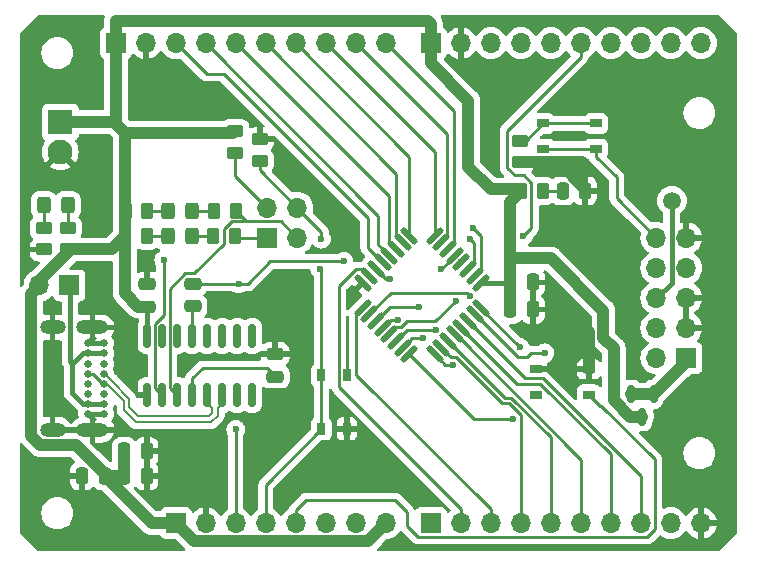
<source format=gbr>
%TF.GenerationSoftware,KiCad,Pcbnew,7.0.6*%
%TF.CreationDate,2023-07-26T12:25:32-06:00*%
%TF.ProjectId,PuyoPuy030,5075796f-5075-4793-9033-302e6b696361,rev?*%
%TF.SameCoordinates,Original*%
%TF.FileFunction,Copper,L1,Top*%
%TF.FilePolarity,Positive*%
%FSLAX46Y46*%
G04 Gerber Fmt 4.6, Leading zero omitted, Abs format (unit mm)*
G04 Created by KiCad (PCBNEW 7.0.6) date 2023-07-26 12:25:32*
%MOMM*%
%LPD*%
G01*
G04 APERTURE LIST*
G04 Aperture macros list*
%AMRoundRect*
0 Rectangle with rounded corners*
0 $1 Rounding radius*
0 $2 $3 $4 $5 $6 $7 $8 $9 X,Y pos of 4 corners*
0 Add a 4 corners polygon primitive as box body*
4,1,4,$2,$3,$4,$5,$6,$7,$8,$9,$2,$3,0*
0 Add four circle primitives for the rounded corners*
1,1,$1+$1,$2,$3*
1,1,$1+$1,$4,$5*
1,1,$1+$1,$6,$7*
1,1,$1+$1,$8,$9*
0 Add four rect primitives between the rounded corners*
20,1,$1+$1,$2,$3,$4,$5,0*
20,1,$1+$1,$4,$5,$6,$7,0*
20,1,$1+$1,$6,$7,$8,$9,0*
20,1,$1+$1,$8,$9,$2,$3,0*%
G04 Aperture macros list end*
%TA.AperFunction,SMDPad,CuDef*%
%ADD10R,0.711200X0.990600*%
%TD*%
%TA.AperFunction,SMDPad,CuDef*%
%ADD11R,0.990600X0.711200*%
%TD*%
%TA.AperFunction,ComponentPad*%
%ADD12R,1.700000X1.700000*%
%TD*%
%TA.AperFunction,ComponentPad*%
%ADD13O,1.700000X1.700000*%
%TD*%
%TA.AperFunction,SMDPad,CuDef*%
%ADD14RoundRect,0.250000X0.325000X0.450000X-0.325000X0.450000X-0.325000X-0.450000X0.325000X-0.450000X0*%
%TD*%
%TA.AperFunction,SMDPad,CuDef*%
%ADD15RoundRect,0.250000X-0.250000X-0.475000X0.250000X-0.475000X0.250000X0.475000X-0.250000X0.475000X0*%
%TD*%
%TA.AperFunction,SMDPad,CuDef*%
%ADD16RoundRect,0.250000X0.475000X-0.250000X0.475000X0.250000X-0.475000X0.250000X-0.475000X-0.250000X0*%
%TD*%
%TA.AperFunction,SMDPad,CuDef*%
%ADD17RoundRect,0.250000X0.250000X0.475000X-0.250000X0.475000X-0.250000X-0.475000X0.250000X-0.475000X0*%
%TD*%
%TA.AperFunction,SMDPad,CuDef*%
%ADD18RoundRect,0.150000X-0.150000X0.587500X-0.150000X-0.587500X0.150000X-0.587500X0.150000X0.587500X0*%
%TD*%
%TA.AperFunction,SMDPad,CuDef*%
%ADD19RoundRect,0.250000X0.450000X-0.262500X0.450000X0.262500X-0.450000X0.262500X-0.450000X-0.262500X0*%
%TD*%
%TA.AperFunction,SMDPad,CuDef*%
%ADD20RoundRect,0.250000X0.262500X0.450000X-0.262500X0.450000X-0.262500X-0.450000X0.262500X-0.450000X0*%
%TD*%
%TA.AperFunction,SMDPad,CuDef*%
%ADD21RoundRect,0.124500X0.444982X0.621052X-0.621052X-0.444982X-0.444982X-0.621052X0.621052X0.444982X0*%
%TD*%
%TA.AperFunction,SMDPad,CuDef*%
%ADD22RoundRect,0.125000X0.444275X0.621052X-0.621052X-0.444275X-0.444275X-0.621052X0.621052X0.444275X0*%
%TD*%
%TA.AperFunction,SMDPad,CuDef*%
%ADD23RoundRect,0.124400X0.445124X0.621052X-0.621052X-0.445124X-0.445124X-0.621052X0.621052X0.445124X0*%
%TD*%
%TA.AperFunction,SMDPad,CuDef*%
%ADD24RoundRect,0.124500X-0.444982X0.621052X-0.621052X0.444982X0.444982X-0.621052X0.621052X-0.444982X0*%
%TD*%
%TA.AperFunction,SMDPad,CuDef*%
%ADD25RoundRect,0.125000X-0.444275X0.621052X-0.621052X0.444275X0.444275X-0.621052X0.621052X-0.444275X0*%
%TD*%
%TA.AperFunction,SMDPad,CuDef*%
%ADD26RoundRect,0.250000X-0.450000X0.262500X-0.450000X-0.262500X0.450000X-0.262500X0.450000X0.262500X0*%
%TD*%
%TA.AperFunction,SMDPad,CuDef*%
%ADD27RoundRect,0.250000X-0.325000X-0.450000X0.325000X-0.450000X0.325000X0.450000X-0.325000X0.450000X0*%
%TD*%
%TA.AperFunction,ComponentPad*%
%ADD28C,0.660400*%
%TD*%
%TA.AperFunction,ComponentPad*%
%ADD29O,2.700000X1.200000*%
%TD*%
%TA.AperFunction,ComponentPad*%
%ADD30O,2.200000X1.200000*%
%TD*%
%TA.AperFunction,SMDPad,CuDef*%
%ADD31RoundRect,0.250000X-0.262500X-0.450000X0.262500X-0.450000X0.262500X0.450000X-0.262500X0.450000X0*%
%TD*%
%TA.AperFunction,SMDPad,CuDef*%
%ADD32RoundRect,0.250000X-0.475000X0.250000X-0.475000X-0.250000X0.475000X-0.250000X0.475000X0.250000X0*%
%TD*%
%TA.AperFunction,SMDPad,CuDef*%
%ADD33RoundRect,0.150000X0.150000X-0.850000X0.150000X0.850000X-0.150000X0.850000X-0.150000X-0.850000X0*%
%TD*%
%TA.AperFunction,ComponentPad*%
%ADD34R,2.100000X2.100000*%
%TD*%
%TA.AperFunction,ComponentPad*%
%ADD35C,2.100000*%
%TD*%
%TA.AperFunction,SMDPad,CuDef*%
%ADD36C,1.500000*%
%TD*%
%TA.AperFunction,ViaPad*%
%ADD37C,0.600000*%
%TD*%
%TA.AperFunction,Conductor*%
%ADD38C,0.250000*%
%TD*%
%TA.AperFunction,Conductor*%
%ADD39C,1.000000*%
%TD*%
%TA.AperFunction,Conductor*%
%ADD40C,0.400000*%
%TD*%
%TA.AperFunction,Conductor*%
%ADD41C,0.200000*%
%TD*%
G04 APERTURE END LIST*
D10*
%TO.P,SW1,1,1*%
%TO.N,/PF3*%
X107070001Y-124134001D03*
X107070001Y-119633999D03*
%TO.P,SW1,2,2*%
%TO.N,GND*%
X109219999Y-124134001D03*
X109219999Y-119633999D03*
%TD*%
D11*
%TO.P,SW3,1,1*%
%TO.N,/NRST*%
X130306601Y-100447999D03*
X125806599Y-100447999D03*
%TO.P,SW3,2,2*%
%TO.N,Net-(R8-Pad1)*%
X130306601Y-98298001D03*
X125806599Y-98298001D03*
%TD*%
%TO.P,SW2,1,1*%
%TO.N,/BOOT0*%
X129699801Y-121246499D03*
X125199799Y-121246499D03*
%TO.P,SW2,2,2*%
%TO.N,GND*%
X129699801Y-119096501D03*
X125199799Y-119096501D03*
%TD*%
D12*
%TO.P,J5,1,Pin_1*%
%TO.N,VCC*%
X116332000Y-91490800D03*
D13*
%TO.P,J5,2,Pin_2*%
%TO.N,GND*%
X118872000Y-91490800D03*
%TO.P,J5,3,Pin_3*%
%TO.N,/PA8*%
X121412000Y-91490800D03*
%TO.P,J5,4,Pin_4*%
%TO.N,/PA9*%
X123952000Y-91490800D03*
%TO.P,J5,5,Pin_5*%
%TO.N,/PA10*%
X126492000Y-91490800D03*
%TO.P,J5,6,Pin_6*%
%TO.N,/PA11*%
X129032000Y-91490800D03*
%TO.P,J5,7,Pin_7*%
%TO.N,/PA12*%
X131572000Y-91490800D03*
%TO.P,J5,8,Pin_8*%
%TO.N,/PA13{slash}SWDIO*%
X134112000Y-91490800D03*
%TO.P,J5,9,Pin_9*%
%TO.N,/PA14{slash}SWDCLK*%
X136652000Y-91490800D03*
%TO.P,J5,10,Pin_10*%
%TO.N,/PA15*%
X139192000Y-91490800D03*
%TD*%
D14*
%TO.P,D1,1,K*%
%TO.N,Net-(D1-K)*%
X96099100Y-107823000D03*
%TO.P,D1,2,A*%
%TO.N,Net-(D1-A)*%
X94049100Y-107823000D03*
%TD*%
D15*
%TO.P,C1,1*%
%TO.N,VCC*%
X123068000Y-111760000D03*
%TO.P,C1,2*%
%TO.N,GND*%
X124968000Y-111760000D03*
%TD*%
D16*
%TO.P,C4,1*%
%TO.N,VCC*%
X92329000Y-113795800D03*
%TO.P,C4,2*%
%TO.N,GND*%
X92329000Y-111895800D03*
%TD*%
D17*
%TO.P,C9,1*%
%TO.N,VCC*%
X88707000Y-128143000D03*
%TO.P,C9,2*%
%TO.N,GND*%
X86807000Y-128143000D03*
%TD*%
D12*
%TO.P,J3,1,Pin_1*%
%TO.N,Net-(J3-Pin_1)*%
X137962600Y-118137700D03*
D13*
%TO.P,J3,2,Pin_2*%
%TO.N,/PA13{slash}SWDIO*%
X135422600Y-118137700D03*
%TO.P,J3,3,Pin_3*%
%TO.N,GND*%
X137962600Y-115597700D03*
%TO.P,J3,4,Pin_4*%
%TO.N,/PA14{slash}SWDCLK*%
X135422600Y-115597700D03*
%TO.P,J3,5,Pin_5*%
%TO.N,GND*%
X137962600Y-113057700D03*
%TO.P,J3,6,Pin_6*%
%TO.N,/SWO*%
X135422600Y-113057700D03*
%TO.P,J3,7,Pin_7*%
%TO.N,unconnected-(J3-Pin_7-Pad7)*%
X137962600Y-110517700D03*
%TO.P,J3,8,Pin_8*%
%TO.N,unconnected-(J3-Pin_8-Pad8)*%
X135422600Y-110517700D03*
%TO.P,J3,9,Pin_9*%
%TO.N,GND*%
X137962600Y-107977700D03*
%TO.P,J3,10,Pin_10*%
%TO.N,/NRST*%
X135422600Y-107977700D03*
%TD*%
D18*
%TO.P,D3,1*%
%TO.N,Net-(J3-Pin_1)*%
X135189000Y-121236500D03*
%TO.P,D3,2*%
X133289000Y-121236500D03*
%TO.P,D3,3*%
%TO.N,VCC*%
X134239000Y-123111500D03*
%TD*%
D12*
%TO.P,J6,1,Pin_1*%
%TO.N,/PB0*%
X116332000Y-132130800D03*
D13*
%TO.P,J6,2,Pin_2*%
%TO.N,/PB1*%
X118872000Y-132130800D03*
%TO.P,J6,3,Pin_3*%
%TO.N,/PB2*%
X121412000Y-132130800D03*
%TO.P,J6,4,Pin_4*%
%TO.N,/PB3*%
X123952000Y-132130800D03*
%TO.P,J6,5,Pin_5*%
%TO.N,/PB4*%
X126492000Y-132130800D03*
%TO.P,J6,6,Pin_6*%
%TO.N,/PB5*%
X129032000Y-132130800D03*
%TO.P,J6,7,Pin_7*%
%TO.N,/PB6*%
X131572000Y-132130800D03*
%TO.P,J6,8,Pin_8*%
%TO.N,/PB7*%
X134112000Y-132130800D03*
%TO.P,J6,9,Pin_9*%
%TO.N,/PB8*%
X136652000Y-132130800D03*
%TO.P,J6,10,Pin_10*%
%TO.N,GND*%
X139192000Y-132130800D03*
%TD*%
D19*
%TO.P,R10,1*%
%TO.N,GND*%
X83566000Y-108966000D03*
%TO.P,R10,2*%
%TO.N,Net-(D4-K)*%
X83566000Y-107141000D03*
%TD*%
D20*
%TO.P,R1,1*%
%TO.N,Net-(D1-A)*%
X92278200Y-107823000D03*
%TO.P,R1,2*%
%TO.N,VCC*%
X90453200Y-107823000D03*
%TD*%
%TO.P,R4,1*%
%TO.N,/PY32_TXD*%
X99794700Y-105714800D03*
%TO.P,R4,2*%
%TO.N,Net-(D2-K)*%
X97969700Y-105714800D03*
%TD*%
D16*
%TO.P,C5,1*%
%TO.N,Net-(U2-DTR)*%
X96189800Y-113780600D03*
%TO.P,C5,2*%
%TO.N,/NRST*%
X96189800Y-111880600D03*
%TD*%
D21*
%TO.P,U1,1,VCC*%
%TO.N,VCC*%
X120607284Y-111763099D03*
D22*
%TO.P,U1,2,OSCIN-PF0*%
%TO.N,/PY32_RX*%
X120042306Y-111198121D03*
%TO.P,U1,3,OSCOUT-PF1*%
%TO.N,/PY32_TX*%
X119476621Y-110632436D03*
%TO.P,U1,4,PF2-NRST*%
%TO.N,/NRST*%
X118910935Y-110066750D03*
D23*
%TO.P,U1,5,PF3*%
%TO.N,/PF3*%
X118344401Y-109500216D03*
D22*
%TO.P,U1,6,PA0*%
%TO.N,/PA0*%
X117779564Y-108935379D03*
%TO.P,U1,7,PA1*%
%TO.N,/PA1*%
X117213879Y-108369694D03*
%TO.P,U1,8,PA2*%
%TO.N,/PA2*%
X116648194Y-107804008D03*
D24*
%TO.P,U1,9,PA3*%
%TO.N,/PA3*%
X114521499Y-107804716D03*
D25*
%TO.P,U1,10,PA4*%
%TO.N,/PA4*%
X113956521Y-108369694D03*
%TO.P,U1,11,PA5*%
%TO.N,/PA5*%
X113390836Y-108935379D03*
%TO.P,U1,12,PA6*%
%TO.N,/PA6*%
X112825150Y-109501065D03*
%TO.P,U1,13,PA7*%
%TO.N,/PA7*%
X112259465Y-110066750D03*
%TO.P,U1,14,PB0*%
%TO.N,/PB0*%
X111693779Y-110632436D03*
%TO.P,U1,15,PB1*%
%TO.N,/PB1*%
X111128094Y-111198121D03*
%TO.P,U1,16,VSS*%
%TO.N,GND*%
X110562408Y-111763806D03*
D22*
%TO.P,U1,17,PB2*%
%TO.N,/PB2*%
X110562408Y-113889794D03*
%TO.P,U1,18,PA8*%
%TO.N,/PA8*%
X111128094Y-114455479D03*
%TO.P,U1,19,PA9-OSC32OUT*%
%TO.N,/PA9*%
X111693779Y-115021164D03*
%TO.P,U1,20,PA10-OSC32IN*%
%TO.N,/PA10*%
X112259465Y-115586850D03*
%TO.P,U1,21,PA11*%
%TO.N,/PA11*%
X112825150Y-116152535D03*
%TO.P,U1,22,PA12*%
%TO.N,/PA12*%
X113390836Y-116718221D03*
%TO.P,U1,23,PA13*%
%TO.N,/PA13{slash}SWDIO*%
X113956521Y-117283906D03*
%TO.P,U1,24,PA14*%
%TO.N,/PA14{slash}SWDCLK*%
X114522206Y-117849592D03*
D25*
%TO.P,U1,25,PA15*%
%TO.N,/PA15*%
X116648194Y-117849592D03*
%TO.P,U1,26,PB3*%
%TO.N,/PB3*%
X117213879Y-117283906D03*
%TO.P,U1,27,PB4*%
%TO.N,/PB4*%
X117779564Y-116718221D03*
%TO.P,U1,28,PB5*%
%TO.N,/PB5*%
X118345250Y-116152535D03*
%TO.P,U1,29,PB6*%
%TO.N,/PB6*%
X118910935Y-115586850D03*
%TO.P,U1,30,PB7*%
%TO.N,/PB7*%
X119476621Y-115021164D03*
%TO.P,U1,31,PF4-BOOT0*%
%TO.N,/BOOT0*%
X120042306Y-114455479D03*
%TO.P,U1,32,PB8*%
%TO.N,/PB8*%
X120607992Y-113889794D03*
%TD*%
D15*
%TO.P,C8,1*%
%TO.N,VCC*%
X90363000Y-128143000D03*
%TO.P,C8,2*%
%TO.N,GND*%
X92263000Y-128143000D03*
%TD*%
D26*
%TO.P,R5,1*%
%TO.N,VCC*%
X99771200Y-98936800D03*
%TO.P,R5,2*%
%TO.N,/PY32_RX*%
X99771200Y-100761800D03*
%TD*%
D27*
%TO.P,D4,1,K*%
%TO.N,Net-(D4-K)*%
X83557000Y-105210600D03*
%TO.P,D4,2,A*%
%TO.N,Net-(D4-A)*%
X85607000Y-105210600D03*
%TD*%
D26*
%TO.P,R9,1*%
%TO.N,Net-(D4-A)*%
X85598000Y-107141000D03*
%TO.P,R9,2*%
%TO.N,VCC*%
X85598000Y-108966000D03*
%TD*%
%TO.P,R8,1*%
%TO.N,Net-(R8-Pad1)*%
X123840200Y-99747700D03*
%TO.P,R8,2*%
%TO.N,GND*%
X123840200Y-101572700D03*
%TD*%
D12*
%TO.P,J7,1,Pin_1*%
%TO.N,VCC*%
X94742000Y-132130800D03*
D13*
%TO.P,J7,2,Pin_2*%
%TO.N,GND*%
X97282000Y-132130800D03*
%TO.P,J7,3,Pin_3*%
%TO.N,/NRST*%
X99822000Y-132130800D03*
%TO.P,J7,4,Pin_4*%
%TO.N,/PF3*%
X102362000Y-132130800D03*
%TO.P,J7,5,Pin_5*%
%TO.N,/BOOT0*%
X104902000Y-132130800D03*
%TO.P,J7,6,Pin_6*%
%TO.N,/PY32_RX*%
X107442000Y-132130800D03*
%TO.P,J7,7,Pin_7*%
%TO.N,/PY32_TX*%
X109982000Y-132130800D03*
%TO.P,J7,8,Pin_8*%
%TO.N,VCC*%
X112522000Y-132130800D03*
%TD*%
D12*
%TO.P,J2,1,Pin_1*%
%TO.N,/PY32_RXD*%
X102484000Y-107955000D03*
D13*
%TO.P,J2,2,Pin_2*%
%TO.N,/PY32_RX*%
X102484000Y-105415000D03*
%TO.P,J2,3,Pin_3*%
%TO.N,/PY32_TXD*%
X105024000Y-107955000D03*
%TO.P,J2,4,Pin_4*%
%TO.N,/PY32_TX*%
X105024000Y-105415000D03*
%TD*%
D28*
%TO.P,J1,A1,GND*%
%TO.N,GND*%
X88664000Y-116920000D03*
%TO.P,J1,A4,VBUS*%
%TO.N,Net-(JP1-A)*%
X88664000Y-117770001D03*
%TO.P,J1,A5,CC1*%
%TO.N,unconnected-(J1-CC1-PadA5)*%
X88664000Y-118619999D03*
%TO.P,J1,A6,Dp1*%
%TO.N,/USB_D+*%
X88664000Y-119470000D03*
%TO.P,J1,A7,Dn1*%
%TO.N,/USB_D-*%
X88664000Y-120320001D03*
%TO.P,J1,A8,SBU1*%
%TO.N,unconnected-(J1-SBU1-PadA8)*%
X88664000Y-121170002D03*
%TO.P,J1,A9,VBUS*%
%TO.N,Net-(JP1-A)*%
X88664000Y-122020000D03*
%TO.P,J1,A12,GND*%
%TO.N,GND*%
X88664000Y-122870001D03*
%TO.P,J1,B1,GND*%
X87314000Y-122870001D03*
%TO.P,J1,B4,VBUS*%
%TO.N,Net-(JP1-A)*%
X87314000Y-122020000D03*
%TO.P,J1,B5,CC2*%
%TO.N,unconnected-(J1-CC2-PadB5)*%
X87314000Y-121170002D03*
%TO.P,J1,B6,Dp2*%
%TO.N,/USB_D+*%
X87314000Y-120320001D03*
%TO.P,J1,B7,Dn2*%
%TO.N,/USB_D-*%
X87314000Y-119470000D03*
%TO.P,J1,B8,SBU2*%
%TO.N,unconnected-(J1-SBU2-PadB8)*%
X87314000Y-118619999D03*
%TO.P,J1,B9,VBUS*%
%TO.N,Net-(JP1-A)*%
X87314000Y-117770001D03*
%TO.P,J1,B12,GND*%
%TO.N,GND*%
X87314000Y-116920000D03*
D29*
%TO.P,J1,S,Shell*%
X87683999Y-115570000D03*
D30*
X84299000Y-115570015D03*
D29*
X87684000Y-124219985D03*
D30*
X84299000Y-124219985D03*
%TD*%
D12*
%TO.P,J4,1,Pin_1*%
%TO.N,VCC*%
X89662000Y-91490800D03*
D13*
%TO.P,J4,2,Pin_2*%
%TO.N,GND*%
X92202000Y-91490800D03*
%TO.P,J4,3,Pin_3*%
%TO.N,/PA7*%
X94742000Y-91490800D03*
%TO.P,J4,4,Pin_4*%
%TO.N,/PA6*%
X97282000Y-91490800D03*
%TO.P,J4,5,Pin_5*%
%TO.N,/PA5*%
X99822000Y-91490800D03*
%TO.P,J4,6,Pin_6*%
%TO.N,/PA4*%
X102362000Y-91490800D03*
%TO.P,J4,7,Pin_7*%
%TO.N,/PA3*%
X104902000Y-91490800D03*
%TO.P,J4,8,Pin_8*%
%TO.N,/PA2*%
X107442000Y-91490800D03*
%TO.P,J4,9,Pin_9*%
%TO.N,/PA1*%
X109982000Y-91490800D03*
%TO.P,J4,10,Pin_10*%
%TO.N,/PA0*%
X112522000Y-91490800D03*
%TD*%
D14*
%TO.P,D2,1,K*%
%TO.N,Net-(D2-K)*%
X96148000Y-105714800D03*
%TO.P,D2,2,A*%
%TO.N,Net-(D2-A)*%
X94098000Y-105714800D03*
%TD*%
D15*
%TO.P,C7,1*%
%TO.N,VCC*%
X90363000Y-126060200D03*
%TO.P,C7,2*%
%TO.N,GND*%
X92263000Y-126060200D03*
%TD*%
%TO.P,C2,1*%
%TO.N,VCC*%
X123068000Y-114046000D03*
%TO.P,C2,2*%
%TO.N,GND*%
X124968000Y-114046000D03*
%TD*%
D20*
%TO.P,R3,1*%
%TO.N,/PY32_RXD*%
X99747700Y-107823000D03*
%TO.P,R3,2*%
%TO.N,Net-(D1-K)*%
X97922700Y-107823000D03*
%TD*%
D31*
%TO.P,R7,1*%
%TO.N,VCC*%
X123994500Y-104013000D03*
%TO.P,R7,2*%
%TO.N,/NRST*%
X125819500Y-104013000D03*
%TD*%
D20*
%TO.P,R2,1*%
%TO.N,Net-(D2-A)*%
X92327100Y-105714800D03*
%TO.P,R2,2*%
%TO.N,VCC*%
X90502100Y-105714800D03*
%TD*%
D12*
%TO.P,JP1,1,A*%
%TO.N,Net-(JP1-A)*%
X85730000Y-112014000D03*
D13*
%TO.P,JP1,2,B*%
%TO.N,VCC*%
X83190000Y-112014000D03*
%TD*%
D32*
%TO.P,C3,1*%
%TO.N,GND*%
X103149400Y-117824200D03*
%TO.P,C3,2*%
%TO.N,Net-(U2-V3)*%
X103149400Y-119724200D03*
%TD*%
D15*
%TO.P,C6,1*%
%TO.N,/NRST*%
X127513000Y-104013000D03*
%TO.P,C6,2*%
%TO.N,GND*%
X129413000Y-104013000D03*
%TD*%
D33*
%TO.P,U2,1,GND*%
%TO.N,GND*%
X92329000Y-121285000D03*
%TO.P,U2,2,TXD*%
%TO.N,/PY32_RXD*%
X93599000Y-121285000D03*
%TO.P,U2,3,RXD*%
%TO.N,/PY32_TXD*%
X94869000Y-121285000D03*
%TO.P,U2,4,V3*%
%TO.N,Net-(U2-V3)*%
X96139000Y-121285000D03*
%TO.P,U2,5,UD+*%
%TO.N,/USB_D+*%
X97409000Y-121285000D03*
%TO.P,U2,6,UD-*%
%TO.N,/USB_D-*%
X98679000Y-121285000D03*
%TO.P,U2,7,NC*%
%TO.N,unconnected-(U2-NC-Pad7)*%
X99949000Y-121285000D03*
%TO.P,U2,8,NC*%
%TO.N,unconnected-(U2-NC-Pad8)*%
X101219000Y-121285000D03*
%TO.P,U2,9,CTS*%
%TO.N,unconnected-(U2-CTS-Pad9)*%
X101219000Y-116285000D03*
%TO.P,U2,10,DSR*%
%TO.N,unconnected-(U2-DSR-Pad10)*%
X99949000Y-116285000D03*
%TO.P,U2,11,RI*%
%TO.N,unconnected-(U2-RI-Pad11)*%
X98679000Y-116285000D03*
%TO.P,U2,12,DCD*%
%TO.N,unconnected-(U2-DCD-Pad12)*%
X97409000Y-116285000D03*
%TO.P,U2,13,DTR*%
%TO.N,Net-(U2-DTR)*%
X96139000Y-116285000D03*
%TO.P,U2,14,RTS*%
%TO.N,unconnected-(U2-RTS-Pad14)*%
X94869000Y-116285000D03*
%TO.P,U2,15,R232*%
%TO.N,unconnected-(U2-R232-Pad15)*%
X93599000Y-116285000D03*
%TO.P,U2,16,VCC*%
%TO.N,VCC*%
X92329000Y-116285000D03*
%TD*%
D34*
%TO.P,J8,1,Pin_1*%
%TO.N,VCC*%
X84963000Y-98171000D03*
D35*
%TO.P,J8,2,Pin_2*%
%TO.N,GND*%
X84963000Y-100711000D03*
%TD*%
D36*
%TO.P,TP1,1,1*%
%TO.N,/SWO*%
X136743400Y-104828100D03*
%TD*%
D19*
%TO.P,R6,1*%
%TO.N,/PY32_TX*%
X101854000Y-101473000D03*
%TO.P,R6,2*%
%TO.N,GND*%
X101854000Y-99648000D03*
%TD*%
D37*
%TO.N,/PA14{slash}SWDCLK*%
X123317000Y-123317000D03*
%TO.N,GND*%
X103149000Y-117824000D03*
X92329000Y-111896000D03*
X86807000Y-128143000D03*
X124968000Y-114046000D03*
X129699600Y-119097000D03*
X109220000Y-119634000D03*
X125199600Y-119097000D03*
X101854000Y-99648000D03*
X132334000Y-109982000D03*
X127127000Y-115443000D03*
X92263000Y-128143000D03*
X109220000Y-124134000D03*
X123840000Y-101573000D03*
X128143000Y-114427000D03*
X92329000Y-121285000D03*
X110562000Y-111764000D03*
X127127000Y-114427000D03*
X131318000Y-109982000D03*
X129413000Y-104013000D03*
X92263000Y-126060000D03*
X131318000Y-110998000D03*
X83566000Y-108966000D03*
X128143000Y-115443000D03*
X132334000Y-110998000D03*
%TO.N,/NRST*%
X108966000Y-109982000D03*
X125820000Y-104013000D03*
X99822000Y-124206000D03*
X125806599Y-100447999D03*
X100076000Y-111881000D03*
X118911000Y-110067000D03*
%TO.N,/PA13{slash}SWDIO*%
X115652000Y-116495800D03*
%TO.N,/PA8*%
X119639000Y-112877400D03*
%TO.N,/PA9*%
X115332200Y-113848100D03*
%TO.N,/PA10*%
X113553800Y-114917600D03*
%TO.N,/PA11*%
X124175900Y-107827900D03*
X118424500Y-113307800D03*
%TO.N,/PA12*%
X116754200Y-115763500D03*
%TO.N,/PA15*%
X118178700Y-118717800D03*
%TO.N,/PB0*%
X112888200Y-111478500D03*
%TO.N,/PB8*%
X123871600Y-117253100D03*
%TO.N,/PF3*%
X106934000Y-110617000D03*
X117221000Y-110617000D03*
%TO.N,/BOOT0*%
X129699801Y-121246499D03*
X125199799Y-121246499D03*
X125984000Y-117729000D03*
%TO.N,/PY32_RX*%
X119888000Y-107188000D03*
%TO.N,/PY32_TX*%
X107061000Y-108077000D03*
X119634000Y-108077000D03*
%TO.N,/PY32_RXD*%
X93726000Y-109855000D03*
%TD*%
D38*
%TO.N,/PA14{slash}SWDCLK*%
X119989600Y-123317000D02*
X123317000Y-123317000D01*
X119275000Y-122602400D02*
X119989600Y-123317000D01*
%TO.N,/PB3*%
X122323000Y-121975500D02*
X118438400Y-118090900D01*
X123952000Y-132130800D02*
X123952000Y-122955200D01*
X122972300Y-121975500D02*
X122323000Y-121975500D01*
X123952000Y-122955200D02*
X122972300Y-121975500D01*
%TO.N,/PA14{slash}SWDCLK*%
X119275000Y-122602400D02*
X119300400Y-122602400D01*
D39*
%TO.N,GND*%
X129159000Y-115443000D02*
X128143000Y-115443000D01*
D40*
X87314000Y-122870001D02*
X88664000Y-122870001D01*
D39*
X129413000Y-104013000D02*
X129413000Y-103844497D01*
X129699801Y-115983801D02*
X129159000Y-115443000D01*
X129699801Y-119096501D02*
X129699801Y-115983801D01*
X127141203Y-101572700D02*
X123840200Y-101572700D01*
X129413000Y-103844497D02*
X127141203Y-101572700D01*
D40*
X125199799Y-119096501D02*
X129699801Y-119096501D01*
D38*
X129699300Y-119097000D02*
X129700000Y-119097000D01*
X129699300Y-119097000D02*
X129699800Y-119096500D01*
X125200300Y-119097000D02*
X125199800Y-119096500D01*
D40*
X87314000Y-116920000D02*
X88664000Y-116920000D01*
D38*
%TO.N,Net-(U2-V3)*%
X102786700Y-119361500D02*
X103149400Y-119724200D01*
X96139000Y-119888000D02*
X97028000Y-118999000D01*
X102786500Y-119361500D02*
X102786700Y-119361500D01*
X96139000Y-121285000D02*
X96139000Y-119888000D01*
X102786500Y-119361500D02*
X103149000Y-119724000D01*
X102424000Y-118999000D02*
X102786500Y-119361500D01*
X97028000Y-118999000D02*
X102424000Y-118999000D01*
%TO.N,VCC*%
X123994500Y-104013000D02*
X123994000Y-104013000D01*
D39*
X131826000Y-121713000D02*
X131826000Y-117348000D01*
X86252500Y-125520000D02*
X83260500Y-125520000D01*
X90453200Y-107823000D02*
X90453200Y-109689000D01*
X91570800Y-113796000D02*
X92329000Y-113796000D01*
X90453200Y-107823000D02*
X90453200Y-105714800D01*
X131826000Y-117348000D02*
X130937000Y-116459000D01*
X116332000Y-89877800D02*
X116332000Y-91490800D01*
X110972000Y-133680800D02*
X112522000Y-132130800D01*
D38*
X120607400Y-111763000D02*
X120607300Y-111763100D01*
D39*
X89662000Y-91490800D02*
X89662000Y-89640800D01*
X88707000Y-128143000D02*
X88707000Y-127974000D01*
X89310200Y-108966000D02*
X90453200Y-107823000D01*
X123068000Y-109728000D02*
X123068000Y-104940000D01*
D38*
X90502100Y-105714800D02*
X90453200Y-105714800D01*
D39*
X83190000Y-112014000D02*
X83190000Y-111605000D01*
X90424000Y-112649000D02*
X91570800Y-113796000D01*
X82499000Y-124758000D02*
X82499000Y-112705000D01*
X82499000Y-112705000D02*
X83190000Y-112014000D01*
X116332000Y-93218000D02*
X116332000Y-91490800D01*
X85598000Y-108966000D02*
X89310200Y-108966000D01*
X83190000Y-111605000D02*
X85598000Y-109197000D01*
X85598000Y-109197000D02*
X85598000Y-108966000D01*
X83260500Y-125520000D02*
X82499000Y-124758000D01*
X89662000Y-89640800D02*
X89679000Y-89623800D01*
X94742000Y-132130800D02*
X96292000Y-133680800D01*
X94742000Y-132131000D02*
X92694800Y-132131000D01*
D40*
X92329000Y-116285000D02*
X92329000Y-113796000D01*
D39*
X123868000Y-103886000D02*
X121412000Y-103886000D01*
X89535000Y-98171000D02*
X84963000Y-98171000D01*
X99618800Y-99089200D02*
X99771200Y-98936800D01*
X90453200Y-99089200D02*
X89535000Y-98171000D01*
X90424000Y-109718000D02*
X90424000Y-112649000D01*
X119507000Y-96393000D02*
X116332000Y-93218000D01*
D38*
X134239000Y-123111500D02*
X134239000Y-123112000D01*
D39*
X90453200Y-99089200D02*
X99618800Y-99089200D01*
X123068000Y-111760000D02*
X123068000Y-109728000D01*
D40*
X123065000Y-111763000D02*
X123068000Y-111760000D01*
D39*
X130937000Y-116459000D02*
X130937000Y-114173000D01*
X89535000Y-98171000D02*
X89662000Y-98044000D01*
X121412000Y-103886000D02*
X119507000Y-101981000D01*
X96292000Y-133680800D02*
X110972000Y-133680800D01*
X116078000Y-89623800D02*
X116332000Y-89877800D01*
X92694800Y-132131000D02*
X88707000Y-128143000D01*
D38*
X92329000Y-113795800D02*
X92329000Y-113796000D01*
D39*
X123068000Y-111760000D02*
X123068000Y-114046000D01*
X130937000Y-114173000D02*
X126492000Y-109728000D01*
X90453200Y-109689000D02*
X90424000Y-109718000D01*
X88707000Y-128143000D02*
X90363000Y-128143000D01*
D38*
X94742000Y-132130800D02*
X94742000Y-132131000D01*
D39*
X119507000Y-101981000D02*
X119507000Y-96393000D01*
X90363000Y-126060200D02*
X90363000Y-128143000D01*
X126492000Y-109728000D02*
X123068000Y-109728000D01*
D40*
X120607400Y-111763000D02*
X123065000Y-111763000D01*
D39*
X133224000Y-123112000D02*
X131826000Y-121713000D01*
X88707000Y-127974000D02*
X86252500Y-125520000D01*
X89662000Y-98044000D02*
X89662000Y-91490800D01*
X89679000Y-89623800D02*
X116078000Y-89623800D01*
X123068000Y-104940000D02*
X123994000Y-104013000D01*
X123994000Y-104013000D02*
X123868000Y-103886000D01*
X134239000Y-123112000D02*
X133224000Y-123112000D01*
X90453200Y-105714800D02*
X90453200Y-99089200D01*
D38*
%TO.N,Net-(U2-DTR)*%
X96164400Y-113806000D02*
X96189800Y-113780600D01*
X96164400Y-113806000D02*
X96189800Y-113781000D01*
X96139000Y-116285000D02*
X96139000Y-113831000D01*
X96139000Y-113831000D02*
X96164400Y-113806000D01*
%TO.N,/NRST*%
X100844000Y-111881000D02*
X102743000Y-109982000D01*
X130306601Y-100447999D02*
X130306601Y-101096601D01*
X127513000Y-104013000D02*
X125820000Y-104013000D01*
X96189800Y-111881000D02*
X100076000Y-111881000D01*
X132080000Y-102870000D02*
X132080000Y-104635000D01*
X130306601Y-101096601D02*
X132080000Y-102870000D01*
X125806599Y-100447999D02*
X125807399Y-100447600D01*
X100076000Y-111881000D02*
X100844000Y-111881000D01*
X99822000Y-132130800D02*
X99822000Y-124206000D01*
X118911000Y-110067000D02*
X118910900Y-110066900D01*
X125807000Y-100447600D02*
X125806601Y-100447600D01*
X96189800Y-111880600D02*
X96189800Y-111881000D01*
X132080000Y-104635000D02*
X135422600Y-107977600D01*
X125819500Y-104013000D02*
X125820000Y-104013000D01*
X125806601Y-100447600D02*
X125806599Y-100447999D01*
X135422600Y-107977600D02*
X135422600Y-107977700D01*
X102743000Y-109982000D02*
X108966000Y-109982000D01*
X125807399Y-100447600D02*
X130306200Y-100447600D01*
X118910900Y-110066900D02*
X118910900Y-110066800D01*
%TO.N,Net-(D1-K)*%
X97922700Y-107823000D02*
X96099100Y-107823000D01*
%TO.N,Net-(D1-A)*%
X94049100Y-107823000D02*
X92278200Y-107823000D01*
%TO.N,Net-(D2-K)*%
X96148200Y-105715000D02*
X96148000Y-105715000D01*
X96148200Y-105715000D02*
X96148000Y-105714800D01*
X97969500Y-105715000D02*
X97969700Y-105714800D01*
X97969700Y-105715000D02*
X97969500Y-105715000D01*
X97969500Y-105715000D02*
X96148200Y-105715000D01*
%TO.N,Net-(D2-A)*%
X94097800Y-105715000D02*
X94098000Y-105714800D01*
X94097800Y-105715000D02*
X92327300Y-105715000D01*
X92327300Y-105715000D02*
X92327100Y-105715000D01*
X94098000Y-105715000D02*
X94097800Y-105715000D01*
X92327300Y-105715000D02*
X92327100Y-105714800D01*
D39*
%TO.N,Net-(J3-Pin_1)*%
X135189000Y-121236000D02*
X133289000Y-121236000D01*
D38*
X135189000Y-121236500D02*
X135189000Y-121236000D01*
X133289000Y-121236500D02*
X133289000Y-121236000D01*
X137962600Y-118300100D02*
X137962600Y-118137700D01*
D39*
X137963000Y-118463000D02*
X135189000Y-121236000D01*
X137963000Y-118300500D02*
X137963000Y-118463000D01*
D38*
X137963000Y-118300500D02*
X137962600Y-118300100D01*
D39*
X137963000Y-118138000D02*
X137963000Y-118300500D01*
D38*
%TO.N,Net-(D4-K)*%
X83557000Y-105211000D02*
X83557000Y-107132000D01*
X83557000Y-107132000D02*
X83566000Y-107141000D01*
X83557000Y-105211000D02*
X83557000Y-105210600D01*
%TO.N,Net-(D4-A)*%
X85607000Y-105211000D02*
X85607000Y-107132000D01*
X85607000Y-105211000D02*
X85607000Y-105210600D01*
X85607000Y-107132000D02*
X85598000Y-107141000D01*
D40*
%TO.N,Net-(JP1-A)*%
X85979000Y-121152000D02*
X86847000Y-122020000D01*
X86847000Y-122020000D02*
X87314000Y-122020000D01*
X88664000Y-117770000D02*
X87314000Y-117770000D01*
X85799000Y-112083000D02*
X85799000Y-118438000D01*
X85799000Y-118438000D02*
X85989000Y-118628000D01*
X87314000Y-117770000D02*
X86847000Y-117770000D01*
X88664000Y-122020000D02*
X87314000Y-122020000D01*
X86847000Y-117770000D02*
X85989000Y-118628000D01*
X85979000Y-118638000D02*
X85979000Y-121152000D01*
X85730000Y-112014000D02*
X85799000Y-112083000D01*
X85989000Y-118628000D02*
X85979000Y-118638000D01*
D41*
%TO.N,/USB_D+*%
X88664000Y-119470000D02*
X88883800Y-119690000D01*
X97819000Y-122395000D02*
X97409000Y-121985000D01*
X91533200Y-123092000D02*
X97569800Y-123092000D01*
X89294200Y-120100000D02*
X90776000Y-121582000D01*
X90776000Y-121582000D02*
X90776000Y-122335000D01*
X90776000Y-122335000D02*
X91533200Y-123092000D01*
X88883800Y-119690000D02*
X88925000Y-119690000D01*
X88925000Y-119690000D02*
X89294200Y-120059000D01*
X97819000Y-122843000D02*
X97819000Y-122395000D01*
X97409000Y-121985000D02*
X97409000Y-121285000D01*
X89294200Y-120059000D02*
X89294200Y-120100000D01*
X97569800Y-123092000D02*
X97819000Y-122843000D01*
%TO.N,/USB_D-*%
X98269000Y-122395000D02*
X98679000Y-121985000D01*
X98269000Y-123029000D02*
X98269000Y-122395000D01*
X88877600Y-120320000D02*
X90326000Y-121768000D01*
D38*
X88587400Y-120320000D02*
X88664000Y-120320000D01*
D41*
X90326000Y-121768000D02*
X90326000Y-122521000D01*
X98679000Y-121985000D02*
X98679000Y-121285000D01*
D38*
X87737400Y-119470000D02*
X88587400Y-120320000D01*
D41*
X88664000Y-120320000D02*
X88877600Y-120320000D01*
X97756200Y-123542000D02*
X98269000Y-123029000D01*
X91346800Y-123542000D02*
X97756200Y-123542000D01*
X90326000Y-122521000D02*
X91346800Y-123542000D01*
D38*
X87314000Y-119470000D02*
X87737400Y-119470000D01*
%TO.N,/PA13{slash}SWDIO*%
X114744600Y-116495800D02*
X113956500Y-117283900D01*
X115652000Y-116495800D02*
X114744600Y-116495800D01*
D40*
%TO.N,/SWO*%
X136743000Y-104828000D02*
X136728000Y-104843500D01*
X136713000Y-104859000D02*
X136713000Y-111768000D01*
X136713000Y-111768000D02*
X135423000Y-113058000D01*
D38*
X136728000Y-104843500D02*
X136743400Y-104828100D01*
X135422700Y-113057700D02*
X135423000Y-113058000D01*
D40*
X136728000Y-104843500D02*
X136713000Y-104859000D01*
D38*
X135422600Y-113057700D02*
X135422700Y-113057700D01*
%TO.N,/PA0*%
X117780000Y-108935000D02*
X118285000Y-108430000D01*
X118285000Y-97253700D02*
X112522000Y-91490800D01*
X117780000Y-108935000D02*
X117779600Y-108935400D01*
X118285000Y-108430000D02*
X118285000Y-97253700D01*
%TO.N,/PA1*%
X117466500Y-108117000D02*
X117213900Y-108369600D01*
X117214000Y-108370000D02*
X117466500Y-108117000D01*
X117466500Y-108117000D02*
X117719000Y-107864000D01*
X117213900Y-108369600D02*
X117213900Y-108369700D01*
X117719000Y-107864000D02*
X117719000Y-99228000D01*
X117719000Y-99228000D02*
X109982000Y-91490800D01*
%TO.N,/PA2*%
X116648000Y-104250500D02*
X116648000Y-100697000D01*
X116648000Y-104250500D02*
X116648200Y-104250700D01*
X116648000Y-100697000D02*
X107442000Y-91490800D01*
X116648000Y-107804000D02*
X116648000Y-104250500D01*
X116648200Y-104250700D02*
X116648200Y-107804000D01*
%TO.N,/PA3*%
X114521000Y-107805000D02*
X114521000Y-104457500D01*
X114521500Y-104458000D02*
X114521500Y-107804700D01*
X114521000Y-104457500D02*
X114521000Y-101110000D01*
X114521000Y-101110000D02*
X104902000Y-91490800D01*
X114521000Y-104457500D02*
X114521500Y-104458000D01*
%TO.N,/PA4*%
X113956500Y-108369500D02*
X113956500Y-108369700D01*
X113411000Y-107824000D02*
X113411000Y-102540000D01*
X113411000Y-102540000D02*
X102362000Y-91490800D01*
X113956500Y-108369500D02*
X113411000Y-107824000D01*
%TO.N,/PA5*%
X113083500Y-108628000D02*
X112776000Y-108321000D01*
X112776000Y-104445000D02*
X99822000Y-91490800D01*
X113391000Y-108935000D02*
X113083500Y-108628000D01*
X113390800Y-108935300D02*
X113390800Y-108935400D01*
X113083500Y-108628000D02*
X113390800Y-108935300D01*
X112776000Y-108321000D02*
X112776000Y-104445000D01*
%TO.N,/PA6*%
X112825000Y-109501000D02*
X112356000Y-109032000D01*
X112356100Y-109032000D02*
X112825200Y-109501100D01*
X111887000Y-106096000D02*
X97282000Y-91490800D01*
X111887000Y-108563000D02*
X111887000Y-106096000D01*
X112356000Y-109032000D02*
X111887000Y-108563000D01*
X112356000Y-109032000D02*
X112356100Y-109032000D01*
%TO.N,/PA7*%
X97358200Y-94107000D02*
X94742000Y-91490800D01*
X111628500Y-109436000D02*
X111628700Y-109436000D01*
X110998000Y-106299000D02*
X98806000Y-94107000D01*
X98806000Y-94107000D02*
X97358200Y-94107000D01*
X110998000Y-108805000D02*
X110998000Y-106299000D01*
X112259000Y-110067000D02*
X111628500Y-109436000D01*
X111628500Y-109436000D02*
X110998000Y-108805000D01*
X111628700Y-109436000D02*
X112259500Y-110066800D01*
%TO.N,/PA8*%
X119427200Y-112665600D02*
X119639000Y-112877400D01*
X112918000Y-112665600D02*
X119427200Y-112665600D01*
X111128100Y-114455500D02*
X112918000Y-112665600D01*
%TO.N,/PA9*%
X111693800Y-115021200D02*
X112866900Y-113848100D01*
X112866900Y-113848100D02*
X115332200Y-113848100D01*
%TO.N,/PA10*%
X112928700Y-114917600D02*
X113553800Y-114917600D01*
X112259500Y-115586800D02*
X112928700Y-114917600D01*
%TO.N,/PA11*%
X129032000Y-91490800D02*
X129032000Y-92667700D01*
X112825200Y-116152500D02*
X113433200Y-115544500D01*
X124219400Y-102699100D02*
X124834900Y-103314600D01*
X122781500Y-98918200D02*
X122781500Y-102050600D01*
X113433200Y-115544500D02*
X113813500Y-115544500D01*
X116674600Y-115057700D02*
X118424500Y-113307800D01*
X113813500Y-115544500D02*
X114300300Y-115057700D01*
X122781500Y-102050600D02*
X123430000Y-102699100D01*
X129032000Y-92667700D02*
X122781500Y-98918200D01*
X124834900Y-103314600D02*
X124834900Y-107168900D01*
X124834900Y-107168900D02*
X124175900Y-107827900D01*
X114300300Y-115057700D02*
X116674600Y-115057700D01*
X123430000Y-102699100D02*
X124219400Y-102699100D01*
%TO.N,/PA12*%
X116754200Y-115763500D02*
X114345500Y-115763500D01*
X114345500Y-115763500D02*
X113390800Y-116718200D01*
%TO.N,/PA15*%
X117516400Y-118717800D02*
X116648200Y-117849600D01*
X118178700Y-118717800D02*
X117516400Y-118717800D01*
%TO.N,/PB0*%
X112888200Y-111478500D02*
X112539900Y-111478500D01*
X112539900Y-111478500D02*
X111693800Y-110632400D01*
%TO.N,/PB1*%
X108529600Y-112085300D02*
X109977900Y-110637000D01*
X118872000Y-132130800D02*
X118872000Y-130953900D01*
X118872000Y-130953900D02*
X108529600Y-120611500D01*
X110567000Y-110637000D02*
X111128100Y-111198100D01*
X108529600Y-120611500D02*
X108529600Y-112085300D01*
X109977900Y-110637000D02*
X110567000Y-110637000D01*
%TO.N,/PB2*%
X121412000Y-132130800D02*
X121412000Y-130953900D01*
X110035800Y-119577700D02*
X110035800Y-114416400D01*
X110035800Y-114416400D02*
X110562400Y-113889800D01*
X121412000Y-130953900D02*
X110035800Y-119577700D01*
%TO.N,/PB3*%
X118438400Y-118090900D02*
X118020900Y-118090900D01*
X118020900Y-118090900D02*
X117213900Y-117283900D01*
%TO.N,/PB4*%
X122585000Y-121523600D02*
X117779600Y-116718200D01*
X126492000Y-132130800D02*
X126492000Y-124856100D01*
X126492000Y-124856100D02*
X123159500Y-121523600D01*
X123159500Y-121523600D02*
X122585000Y-121523600D01*
%TO.N,/PB5*%
X129032000Y-132130800D02*
X129032000Y-126757000D01*
X118427500Y-116152500D02*
X118345200Y-116152500D01*
X129032000Y-126757000D02*
X118427500Y-116152500D01*
%TO.N,/PB6*%
X125600300Y-120333800D02*
X131572000Y-126305500D01*
X123657900Y-120333800D02*
X125600300Y-120333800D01*
X118910900Y-115586800D02*
X123657900Y-120333800D01*
X131572000Y-126305500D02*
X131572000Y-132130800D01*
%TO.N,/PB7*%
X134112000Y-132130800D02*
X134112000Y-128176800D01*
X134112000Y-128176800D02*
X125817100Y-119881900D01*
X125817100Y-119881900D02*
X124337300Y-119881900D01*
X124337300Y-119881900D02*
X119476600Y-115021200D01*
%TO.N,/PB8*%
X120608000Y-113989500D02*
X120608000Y-113889800D01*
X123871600Y-117253100D02*
X120608000Y-113989500D01*
%TO.N,/PF3*%
X118344000Y-109500000D02*
X118338000Y-109500000D01*
X118338000Y-109500000D02*
X117221000Y-110617000D01*
X106934000Y-110617000D02*
X107070000Y-110753000D01*
X107070000Y-124134000D02*
X107070000Y-124197000D01*
X107070000Y-110753000D02*
X107070000Y-119634000D01*
X118344200Y-109500000D02*
X118344400Y-109500200D01*
X107070000Y-124197000D02*
X102362000Y-128905000D01*
X107070000Y-119634000D02*
X107070000Y-124134000D01*
X118344000Y-109500000D02*
X118344200Y-109500000D01*
X102362000Y-128905000D02*
X102362000Y-132130800D01*
%TO.N,/BOOT0*%
X130668002Y-122214700D02*
X130760500Y-122214700D01*
X135289700Y-132672100D02*
X134654100Y-133307700D01*
X124841000Y-117729000D02*
X124460000Y-118110000D01*
X125984000Y-117729000D02*
X124841000Y-117729000D01*
X113284000Y-130175000D02*
X105791000Y-130175000D01*
X123696827Y-118110000D02*
X120042306Y-114455479D01*
X129699801Y-121246499D02*
X130668002Y-122214700D01*
X115272700Y-133307700D02*
X114300000Y-132335000D01*
X130760500Y-122214700D02*
X135289700Y-126743900D01*
X124460000Y-118110000D02*
X123696827Y-118110000D01*
X114300000Y-131191000D02*
X113284000Y-130175000D01*
X114300000Y-132335000D02*
X114300000Y-131191000D01*
X134654100Y-133307700D02*
X115272700Y-133307700D01*
X104902000Y-131064000D02*
X104902000Y-132130800D01*
X135289700Y-126743900D02*
X135289700Y-132672100D01*
X105791000Y-130175000D02*
X104902000Y-131064000D01*
%TO.N,Net-(R8-Pad1)*%
X125807000Y-98298000D02*
X130306600Y-98298000D01*
X124356900Y-99747700D02*
X125806599Y-98298001D01*
X123840200Y-99747700D02*
X124356900Y-99747700D01*
%TO.N,/PY32_RX*%
X120042000Y-111198000D02*
X120295000Y-110945500D01*
X99771200Y-100762000D02*
X99771200Y-100761800D01*
X120295000Y-110945500D02*
X120294900Y-110945500D01*
X120294900Y-110945500D02*
X120042300Y-111198100D01*
X102484000Y-105415000D02*
X99771200Y-102702000D01*
X99771200Y-102702000D02*
X99771200Y-100762000D01*
X120548000Y-107848000D02*
X119888000Y-107188000D01*
X120295000Y-110945500D02*
X120548000Y-110693000D01*
X120548000Y-110693000D02*
X120548000Y-107848000D01*
%TO.N,/PY32_TX*%
X119982000Y-108425000D02*
X119634000Y-108077000D01*
X119477000Y-110632000D02*
X119476600Y-110632400D01*
X119492000Y-110632000D02*
X119982000Y-110142000D01*
X107061000Y-108077000D02*
X107061000Y-107452000D01*
X119982000Y-110142000D02*
X119982000Y-108425000D01*
X105024000Y-105415000D02*
X101854000Y-102245000D01*
X107061000Y-107452000D02*
X105024000Y-105415000D01*
X119477000Y-110632000D02*
X119492000Y-110632000D01*
X101854000Y-102245000D02*
X101854000Y-101473000D01*
%TO.N,/PY32_RXD*%
X93726000Y-114486000D02*
X92974000Y-115238000D01*
X99747700Y-107823000D02*
X99879700Y-107955000D01*
X92974000Y-120660000D02*
X93599000Y-121285000D01*
X93726000Y-109855000D02*
X93726000Y-114486000D01*
X92974000Y-115238000D02*
X92974000Y-120660000D01*
X99879700Y-107955000D02*
X102484000Y-107955000D01*
%TO.N,/PY32_TXD*%
X99455000Y-106590000D02*
X98806000Y-107239000D01*
X99794700Y-105714800D02*
X99794700Y-105715000D01*
X100670000Y-106590000D02*
X103659000Y-106590000D01*
X99794700Y-105715000D02*
X100670000Y-106590000D01*
X98806000Y-107239000D02*
X98806000Y-108465000D01*
X98806000Y-108465000D02*
X96273400Y-110998000D01*
X100670000Y-106590000D02*
X99455000Y-106590000D01*
X94244000Y-120660000D02*
X94869000Y-121285000D01*
X94244000Y-112288000D02*
X94244000Y-120660000D01*
X103659000Y-106590000D02*
X105024000Y-107955000D01*
X96273400Y-110998000D02*
X95534200Y-110998000D01*
X95534200Y-110998000D02*
X94244000Y-112288000D01*
%TO.N,/PA14{slash}SWDCLK*%
X114522200Y-117849600D02*
X119275000Y-122602400D01*
%TD*%
%TA.AperFunction,Conductor*%
%TO.N,GND*%
G36*
X81709503Y-125383820D02*
G01*
X81716011Y-125389882D01*
X81719387Y-125393260D01*
X81719389Y-125393263D01*
X81736609Y-125410494D01*
X81762876Y-125436779D01*
X81766064Y-125440220D01*
X81806130Y-125486891D01*
X81806132Y-125486892D01*
X81806134Y-125486895D01*
X81806138Y-125486898D01*
X81833155Y-125507812D01*
X81839064Y-125513018D01*
X82352162Y-126026451D01*
X82543945Y-126218359D01*
X82605441Y-126283053D01*
X82655657Y-126318004D01*
X82659423Y-126320846D01*
X82706817Y-126359516D01*
X82737412Y-126375510D01*
X82744112Y-126379571D01*
X82756117Y-126387926D01*
X82772451Y-126399295D01*
X82828691Y-126423429D01*
X82832920Y-126425439D01*
X82887144Y-126453787D01*
X82920334Y-126463295D01*
X82927714Y-126465924D01*
X82959442Y-126479540D01*
X82959445Y-126479540D01*
X82959446Y-126479541D01*
X82966386Y-126480967D01*
X83019383Y-126491857D01*
X83023940Y-126492977D01*
X83082757Y-126509828D01*
X83117182Y-126512460D01*
X83124939Y-126513550D01*
X83158754Y-126520499D01*
X83158756Y-126520500D01*
X83158759Y-126520500D01*
X83219927Y-126520500D01*
X83224657Y-126520681D01*
X83242095Y-126522014D01*
X83285646Y-126525345D01*
X83304132Y-126522996D01*
X83319897Y-126520995D01*
X83327717Y-126520500D01*
X85786784Y-126520500D01*
X85853823Y-126540185D01*
X85874456Y-126556810D01*
X86166234Y-126848528D01*
X86199726Y-126909847D01*
X86194748Y-126979540D01*
X86152883Y-127035477D01*
X86143659Y-127041756D01*
X86088659Y-127075680D01*
X86088655Y-127075683D01*
X85964684Y-127199654D01*
X85872643Y-127348875D01*
X85872641Y-127348880D01*
X85817494Y-127515302D01*
X85817493Y-127515309D01*
X85807000Y-127618013D01*
X85807000Y-127893000D01*
X86933000Y-127893000D01*
X87000039Y-127912685D01*
X87045794Y-127965489D01*
X87057000Y-128017000D01*
X87057000Y-129367999D01*
X87106972Y-129367999D01*
X87106986Y-129367998D01*
X87209697Y-129357505D01*
X87376119Y-129302358D01*
X87376124Y-129302356D01*
X87525345Y-129210315D01*
X87649318Y-129086342D01*
X87651165Y-129083348D01*
X87652969Y-129081724D01*
X87653798Y-129080677D01*
X87653976Y-129080818D01*
X87703110Y-129036621D01*
X87772073Y-129025396D01*
X87836156Y-129053236D01*
X87862242Y-129083339D01*
X87864288Y-129086656D01*
X87988344Y-129210712D01*
X88137666Y-129302814D01*
X88304203Y-129357999D01*
X88406991Y-129368500D01*
X88466188Y-129368499D01*
X88533227Y-129388182D01*
X88553872Y-129404820D01*
X91405709Y-132256800D01*
X91978342Y-132829462D01*
X92039741Y-132894053D01*
X92039744Y-132894055D01*
X92039747Y-132894058D01*
X92090074Y-132929085D01*
X92093839Y-132931924D01*
X92141368Y-132970681D01*
X92141372Y-132970684D01*
X92171835Y-132986597D01*
X92178544Y-132990662D01*
X92206751Y-133010295D01*
X92241506Y-133025209D01*
X92263106Y-133034479D01*
X92267364Y-133036502D01*
X92321725Y-133064899D01*
X92321727Y-133064900D01*
X92354769Y-133074354D01*
X92362161Y-133076987D01*
X92393742Y-133090540D01*
X92453815Y-133102885D01*
X92458387Y-133104007D01*
X92517357Y-133120882D01*
X92551637Y-133123492D01*
X92559386Y-133124579D01*
X92593059Y-133131500D01*
X92654390Y-133131500D01*
X92659100Y-133131679D01*
X92662788Y-133131959D01*
X92720251Y-133136337D01*
X92754335Y-133131997D01*
X92762175Y-133131500D01*
X93327932Y-133131500D01*
X93394971Y-133151185D01*
X93440726Y-133203989D01*
X93444113Y-133212166D01*
X93448200Y-133223123D01*
X93448206Y-133223135D01*
X93534452Y-133338344D01*
X93534455Y-133338347D01*
X93649664Y-133424593D01*
X93649671Y-133424597D01*
X93784517Y-133474891D01*
X93784516Y-133474891D01*
X93791444Y-133475635D01*
X93844127Y-133481300D01*
X94626216Y-133481299D01*
X94693255Y-133500983D01*
X94713897Y-133517618D01*
X95481898Y-134285619D01*
X95515383Y-134346942D01*
X95510399Y-134416634D01*
X95468527Y-134472567D01*
X95403063Y-134496984D01*
X95394217Y-134497300D01*
X83106833Y-134497300D01*
X83039794Y-134477615D01*
X83019152Y-134460981D01*
X81540619Y-132982448D01*
X81507134Y-132921125D01*
X81504300Y-132894767D01*
X81504300Y-131297800D01*
X83348141Y-131297800D01*
X83368736Y-131533203D01*
X83368738Y-131533213D01*
X83429894Y-131761455D01*
X83429896Y-131761459D01*
X83429897Y-131761463D01*
X83479830Y-131868546D01*
X83529764Y-131975628D01*
X83529765Y-131975630D01*
X83665305Y-132169202D01*
X83832397Y-132336294D01*
X84025969Y-132471834D01*
X84025971Y-132471835D01*
X84240137Y-132571703D01*
X84468392Y-132632863D01*
X84644834Y-132648300D01*
X84762766Y-132648300D01*
X84939208Y-132632863D01*
X85167463Y-132571703D01*
X85381629Y-132471835D01*
X85575201Y-132336295D01*
X85742295Y-132169201D01*
X85877835Y-131975630D01*
X85977703Y-131761463D01*
X86038863Y-131533208D01*
X86059459Y-131297800D01*
X86038863Y-131062392D01*
X85983802Y-130856898D01*
X85977705Y-130834144D01*
X85977704Y-130834143D01*
X85977703Y-130834137D01*
X85877835Y-130619971D01*
X85877834Y-130619969D01*
X85742294Y-130426397D01*
X85575202Y-130259305D01*
X85381630Y-130123765D01*
X85381628Y-130123764D01*
X85274546Y-130073830D01*
X85167463Y-130023897D01*
X85167459Y-130023896D01*
X85167455Y-130023894D01*
X84939213Y-129962738D01*
X84939203Y-129962736D01*
X84762766Y-129947300D01*
X84644834Y-129947300D01*
X84468396Y-129962736D01*
X84468386Y-129962738D01*
X84240144Y-130023894D01*
X84240135Y-130023898D01*
X84025971Y-130123764D01*
X84025969Y-130123765D01*
X83832397Y-130259305D01*
X83665306Y-130426397D01*
X83665301Y-130426404D01*
X83529767Y-130619965D01*
X83529765Y-130619969D01*
X83429898Y-130834135D01*
X83429894Y-130834144D01*
X83368738Y-131062386D01*
X83368736Y-131062396D01*
X83348141Y-131297799D01*
X83348141Y-131297800D01*
X81504300Y-131297800D01*
X81504300Y-128393000D01*
X85807001Y-128393000D01*
X85807001Y-128667986D01*
X85817494Y-128770697D01*
X85872641Y-128937119D01*
X85872643Y-128937124D01*
X85964684Y-129086345D01*
X86088654Y-129210315D01*
X86237875Y-129302356D01*
X86237880Y-129302358D01*
X86404302Y-129357505D01*
X86404309Y-129357506D01*
X86507019Y-129367999D01*
X86556999Y-129367998D01*
X86557000Y-129367998D01*
X86557000Y-128393000D01*
X85807001Y-128393000D01*
X81504300Y-128393000D01*
X81504300Y-125477533D01*
X81523985Y-125410494D01*
X81576789Y-125364739D01*
X81645947Y-125354795D01*
X81709503Y-125383820D01*
G37*
%TD.AperFunction*%
%TA.AperFunction,Conductor*%
G36*
X140734206Y-89143985D02*
G01*
X140754848Y-89160619D01*
X142233381Y-90639152D01*
X142266866Y-90700475D01*
X142269700Y-90726833D01*
X142269700Y-132894767D01*
X142250015Y-132961806D01*
X142233381Y-132982448D01*
X140754848Y-134460981D01*
X140693525Y-134494466D01*
X140667167Y-134497300D01*
X111869782Y-134497300D01*
X111802743Y-134477615D01*
X111756988Y-134424811D01*
X111747044Y-134355653D01*
X111776069Y-134292097D01*
X111782101Y-134285619D01*
X112168403Y-133899317D01*
X112555031Y-133512688D01*
X112616352Y-133479205D01*
X112631896Y-133476844D01*
X112757408Y-133465863D01*
X112985663Y-133404703D01*
X113199830Y-133304835D01*
X113393401Y-133169295D01*
X113560495Y-133002201D01*
X113690555Y-132816456D01*
X113745131Y-132772832D01*
X113814629Y-132765638D01*
X113871166Y-132792034D01*
X113873475Y-132793944D01*
X113876313Y-132796291D01*
X113880631Y-132800221D01*
X114771894Y-133691484D01*
X114781719Y-133703748D01*
X114781940Y-133703566D01*
X114786910Y-133709573D01*
X114786913Y-133709576D01*
X114786914Y-133709577D01*
X114837351Y-133756941D01*
X114858230Y-133777820D01*
X114863704Y-133782066D01*
X114868142Y-133785856D01*
X114902118Y-133817762D01*
X114902122Y-133817764D01*
X114919673Y-133827413D01*
X114935931Y-133838092D01*
X114951764Y-133850374D01*
X114973715Y-133859872D01*
X114994537Y-133868883D01*
X114999781Y-133871452D01*
X115040608Y-133893897D01*
X115060012Y-133898879D01*
X115078410Y-133905178D01*
X115096805Y-133913138D01*
X115142829Y-133920426D01*
X115148532Y-133921607D01*
X115193681Y-133933200D01*
X115213716Y-133933200D01*
X115233113Y-133934726D01*
X115252896Y-133937860D01*
X115299283Y-133933475D01*
X115305122Y-133933200D01*
X134571357Y-133933200D01*
X134586977Y-133934924D01*
X134587004Y-133934639D01*
X134594760Y-133935371D01*
X134594767Y-133935373D01*
X134663914Y-133933200D01*
X134693450Y-133933200D01*
X134700328Y-133932330D01*
X134706141Y-133931872D01*
X134752727Y-133930409D01*
X134771969Y-133924817D01*
X134791012Y-133920874D01*
X134810892Y-133918364D01*
X134854222Y-133901207D01*
X134859746Y-133899317D01*
X134863496Y-133898227D01*
X134904490Y-133886318D01*
X134921729Y-133876122D01*
X134939203Y-133867562D01*
X134957827Y-133860188D01*
X134957827Y-133860187D01*
X134957832Y-133860186D01*
X134995549Y-133832782D01*
X135000405Y-133829592D01*
X135040520Y-133805870D01*
X135054689Y-133791699D01*
X135069479Y-133779068D01*
X135085687Y-133767294D01*
X135115399Y-133731376D01*
X135119312Y-133727076D01*
X135646150Y-133200239D01*
X135707471Y-133166756D01*
X135777163Y-133171740D01*
X135804948Y-133186344D01*
X135974170Y-133304835D01*
X136188337Y-133404703D01*
X136416592Y-133465863D01*
X136593034Y-133481300D01*
X136651999Y-133486459D01*
X136652000Y-133486459D01*
X136652001Y-133486459D01*
X136710966Y-133481300D01*
X136887408Y-133465863D01*
X137115663Y-133404703D01*
X137329830Y-133304835D01*
X137523401Y-133169295D01*
X137690495Y-133002201D01*
X137820730Y-132816205D01*
X137875307Y-132772581D01*
X137944805Y-132765387D01*
X138007160Y-132796910D01*
X138023879Y-132816205D01*
X138153890Y-133001878D01*
X138320917Y-133168905D01*
X138514421Y-133304400D01*
X138728507Y-133404229D01*
X138728516Y-133404233D01*
X138942000Y-133461434D01*
X138942000Y-132566301D01*
X139049685Y-132615480D01*
X139156237Y-132630800D01*
X139227763Y-132630800D01*
X139334315Y-132615480D01*
X139442000Y-132566301D01*
X139442000Y-133461433D01*
X139655483Y-133404233D01*
X139655492Y-133404229D01*
X139869578Y-133304400D01*
X140063082Y-133168905D01*
X140230105Y-133001882D01*
X140365600Y-132808378D01*
X140465429Y-132594292D01*
X140465432Y-132594286D01*
X140522636Y-132380800D01*
X139625686Y-132380800D01*
X139651493Y-132340644D01*
X139692000Y-132202689D01*
X139692000Y-132058911D01*
X139651493Y-131920956D01*
X139625686Y-131880800D01*
X140522636Y-131880800D01*
X140522635Y-131880799D01*
X140465432Y-131667313D01*
X140465429Y-131667307D01*
X140365600Y-131453222D01*
X140365599Y-131453220D01*
X140230113Y-131259726D01*
X140230108Y-131259720D01*
X140063082Y-131092694D01*
X139869578Y-130957199D01*
X139655492Y-130857370D01*
X139655486Y-130857367D01*
X139442000Y-130800164D01*
X139442000Y-131695298D01*
X139334315Y-131646120D01*
X139227763Y-131630800D01*
X139156237Y-131630800D01*
X139049685Y-131646120D01*
X138942000Y-131695298D01*
X138942000Y-130800164D01*
X138941999Y-130800164D01*
X138728513Y-130857367D01*
X138728507Y-130857370D01*
X138514422Y-130957199D01*
X138514420Y-130957200D01*
X138320926Y-131092686D01*
X138320920Y-131092691D01*
X138153891Y-131259720D01*
X138153890Y-131259722D01*
X138023880Y-131445395D01*
X137969303Y-131489019D01*
X137899804Y-131496212D01*
X137837450Y-131464690D01*
X137820730Y-131445394D01*
X137690494Y-131259397D01*
X137523402Y-131092306D01*
X137523395Y-131092301D01*
X137329834Y-130956767D01*
X137329830Y-130956765D01*
X137309247Y-130947167D01*
X137115663Y-130856897D01*
X137115659Y-130856896D01*
X137115655Y-130856894D01*
X136887413Y-130795738D01*
X136887403Y-130795736D01*
X136652001Y-130775141D01*
X136651999Y-130775141D01*
X136416596Y-130795736D01*
X136416586Y-130795738D01*
X136188344Y-130856894D01*
X136188335Y-130856898D01*
X136091605Y-130902004D01*
X136022527Y-130912496D01*
X135958743Y-130883976D01*
X135920504Y-130825500D01*
X135915200Y-130789622D01*
X135915200Y-126826638D01*
X135916924Y-126811024D01*
X135916638Y-126810997D01*
X135917372Y-126803234D01*
X135915200Y-126734103D01*
X135915200Y-126704551D01*
X135915200Y-126704550D01*
X135914329Y-126697659D01*
X135913872Y-126691845D01*
X135912409Y-126645272D01*
X135906822Y-126626044D01*
X135902874Y-126606984D01*
X135900364Y-126587108D01*
X135900363Y-126587106D01*
X135900363Y-126587104D01*
X135883212Y-126543787D01*
X135881319Y-126538258D01*
X135868318Y-126493509D01*
X135868316Y-126493506D01*
X135858123Y-126476271D01*
X135849561Y-126458794D01*
X135842187Y-126440170D01*
X135842186Y-126440168D01*
X135814779Y-126402445D01*
X135811588Y-126397586D01*
X135787872Y-126357483D01*
X135787865Y-126357474D01*
X135773706Y-126343315D01*
X135761068Y-126328519D01*
X135749294Y-126312313D01*
X135726972Y-126293847D01*
X135713388Y-126282609D01*
X135709076Y-126278686D01*
X135648190Y-126217800D01*
X137714541Y-126217800D01*
X137735136Y-126453203D01*
X137735138Y-126453213D01*
X137796294Y-126681455D01*
X137796296Y-126681459D01*
X137796297Y-126681463D01*
X137826938Y-126747172D01*
X137896164Y-126895628D01*
X137896165Y-126895630D01*
X138031705Y-127089202D01*
X138198797Y-127256294D01*
X138392369Y-127391834D01*
X138392371Y-127391835D01*
X138606537Y-127491703D01*
X138834792Y-127552863D01*
X139011234Y-127568300D01*
X139129166Y-127568300D01*
X139305608Y-127552863D01*
X139533863Y-127491703D01*
X139748029Y-127391835D01*
X139941601Y-127256295D01*
X140108695Y-127089201D01*
X140244235Y-126895630D01*
X140344103Y-126681463D01*
X140405263Y-126453208D01*
X140425859Y-126217800D01*
X140405263Y-125982392D01*
X140344103Y-125754137D01*
X140244235Y-125539971D01*
X140244234Y-125539969D01*
X140108694Y-125346397D01*
X139941602Y-125179305D01*
X139748030Y-125043765D01*
X139748028Y-125043764D01*
X139625969Y-124986847D01*
X139533863Y-124943897D01*
X139533859Y-124943896D01*
X139533855Y-124943894D01*
X139305613Y-124882738D01*
X139305603Y-124882736D01*
X139129166Y-124867300D01*
X139011234Y-124867300D01*
X138834796Y-124882736D01*
X138834786Y-124882738D01*
X138606544Y-124943894D01*
X138606535Y-124943898D01*
X138392371Y-125043764D01*
X138392369Y-125043765D01*
X138198797Y-125179305D01*
X138031706Y-125346397D01*
X138031701Y-125346404D01*
X137896167Y-125539965D01*
X137896165Y-125539969D01*
X137796298Y-125754135D01*
X137796294Y-125754144D01*
X137735138Y-125982386D01*
X137735136Y-125982396D01*
X137714541Y-126217799D01*
X137714541Y-126217800D01*
X135648190Y-126217800D01*
X133991571Y-124561180D01*
X133958086Y-124499858D01*
X133963070Y-124430166D01*
X134004942Y-124374233D01*
X134070406Y-124349816D01*
X134079252Y-124349500D01*
X134454696Y-124349500D01*
X134473131Y-124348049D01*
X134491569Y-124346598D01*
X134491571Y-124346597D01*
X134491573Y-124346597D01*
X134533191Y-124334505D01*
X134649398Y-124300744D01*
X134790865Y-124217081D01*
X134907081Y-124100865D01*
X134990744Y-123959398D01*
X135036598Y-123801569D01*
X135039500Y-123764694D01*
X135039500Y-123754745D01*
X135059185Y-123687706D01*
X135065445Y-123678843D01*
X135092444Y-123643963D01*
X135092443Y-123643963D01*
X135092448Y-123643958D01*
X135182060Y-123461271D01*
X135233063Y-123264285D01*
X135243369Y-123061064D01*
X135212556Y-122859929D01*
X135141886Y-122669113D01*
X135138756Y-122664092D01*
X135120000Y-122596788D01*
X135140608Y-122530027D01*
X135194039Y-122485005D01*
X135243988Y-122474500D01*
X135404696Y-122474500D01*
X135423131Y-122473049D01*
X135441569Y-122471598D01*
X135441571Y-122471597D01*
X135441573Y-122471597D01*
X135483191Y-122459505D01*
X135599398Y-122425744D01*
X135740865Y-122342081D01*
X135857081Y-122225865D01*
X135940744Y-122084398D01*
X135986598Y-121926569D01*
X135989261Y-121892720D01*
X136014143Y-121827434D01*
X136025207Y-121814758D01*
X138111514Y-119729205D01*
X138316291Y-119524502D01*
X138377620Y-119491028D01*
X138403956Y-119488199D01*
X138860471Y-119488199D01*
X138860472Y-119488199D01*
X138920083Y-119481791D01*
X139054931Y-119431496D01*
X139170146Y-119345246D01*
X139256396Y-119230031D01*
X139306691Y-119095183D01*
X139313100Y-119035573D01*
X139313099Y-117239828D01*
X139307899Y-117191457D01*
X139306691Y-117180216D01*
X139256397Y-117045371D01*
X139256393Y-117045364D01*
X139170147Y-116930155D01*
X139170144Y-116930152D01*
X139054935Y-116843906D01*
X139054928Y-116843902D01*
X138923001Y-116794697D01*
X138867067Y-116752826D01*
X138842650Y-116687362D01*
X138857502Y-116619089D01*
X138878653Y-116590833D01*
X139000708Y-116468778D01*
X139136200Y-116275278D01*
X139236029Y-116061192D01*
X139236032Y-116061186D01*
X139293236Y-115847700D01*
X138396286Y-115847700D01*
X138422093Y-115807544D01*
X138462600Y-115669589D01*
X138462600Y-115525811D01*
X138422093Y-115387856D01*
X138396286Y-115347700D01*
X139293236Y-115347700D01*
X139293235Y-115347699D01*
X139236032Y-115134213D01*
X139236029Y-115134207D01*
X139136200Y-114920122D01*
X139136199Y-114920120D01*
X139000713Y-114726626D01*
X139000708Y-114726620D01*
X138833682Y-114559594D01*
X138647568Y-114429275D01*
X138603944Y-114374698D01*
X138596751Y-114305199D01*
X138628273Y-114242845D01*
X138647568Y-114226125D01*
X138833682Y-114095805D01*
X139000705Y-113928782D01*
X139136200Y-113735278D01*
X139236029Y-113521192D01*
X139236032Y-113521186D01*
X139293236Y-113307700D01*
X138396286Y-113307700D01*
X138422093Y-113267544D01*
X138462600Y-113129589D01*
X138462600Y-112985811D01*
X138422093Y-112847856D01*
X138396286Y-112807700D01*
X139293236Y-112807700D01*
X139293235Y-112807699D01*
X139236032Y-112594213D01*
X139236029Y-112594207D01*
X139136200Y-112380122D01*
X139136199Y-112380120D01*
X139000713Y-112186626D01*
X139000708Y-112186620D01*
X138833678Y-112019590D01*
X138648005Y-111889579D01*
X138604380Y-111835002D01*
X138597188Y-111765504D01*
X138628710Y-111703149D01*
X138648006Y-111686430D01*
X138656122Y-111680747D01*
X138834001Y-111556195D01*
X139001095Y-111389101D01*
X139136635Y-111195530D01*
X139236503Y-110981363D01*
X139297663Y-110753108D01*
X139318259Y-110517700D01*
X139297663Y-110282292D01*
X139236503Y-110054037D01*
X139136635Y-109839871D01*
X139129675Y-109829930D01*
X139001094Y-109646297D01*
X138834002Y-109479206D01*
X138834001Y-109479205D01*
X138648005Y-109348969D01*
X138604381Y-109294392D01*
X138597188Y-109224893D01*
X138628710Y-109162539D01*
X138648005Y-109145819D01*
X138833682Y-109015805D01*
X139000705Y-108848782D01*
X139136200Y-108655278D01*
X139236029Y-108441192D01*
X139236032Y-108441186D01*
X139293236Y-108227700D01*
X138396286Y-108227700D01*
X138422093Y-108187544D01*
X138462600Y-108049589D01*
X138462600Y-107905811D01*
X138422093Y-107767856D01*
X138396286Y-107727700D01*
X139293236Y-107727700D01*
X139293235Y-107727699D01*
X139236032Y-107514213D01*
X139236029Y-107514207D01*
X139136200Y-107300122D01*
X139136199Y-107300120D01*
X139000713Y-107106626D01*
X139000708Y-107106620D01*
X138833682Y-106939594D01*
X138640178Y-106804099D01*
X138426092Y-106704270D01*
X138426086Y-106704267D01*
X138212600Y-106647064D01*
X138212600Y-107542198D01*
X138104915Y-107493020D01*
X137998363Y-107477700D01*
X137926837Y-107477700D01*
X137820285Y-107493020D01*
X137712600Y-107542198D01*
X137712600Y-106647064D01*
X137712599Y-106647063D01*
X137569593Y-106685382D01*
X137499744Y-106683719D01*
X137441881Y-106644556D01*
X137414377Y-106580328D01*
X137413500Y-106565607D01*
X137413500Y-105950020D01*
X137433185Y-105882981D01*
X137466377Y-105848445D01*
X137473849Y-105843213D01*
X137550277Y-105789698D01*
X137704998Y-105634977D01*
X137830502Y-105455739D01*
X137922975Y-105257430D01*
X137979607Y-105046077D01*
X137998063Y-104835119D01*
X137998677Y-104828102D01*
X137998677Y-104828097D01*
X137993182Y-104765295D01*
X137979607Y-104610123D01*
X137928302Y-104418650D01*
X137922977Y-104398777D01*
X137922976Y-104398776D01*
X137922975Y-104398770D01*
X137830502Y-104200462D01*
X137830500Y-104200459D01*
X137830499Y-104200457D01*
X137704999Y-104021224D01*
X137662450Y-103978675D01*
X137550277Y-103866502D01*
X137371039Y-103740998D01*
X137371040Y-103740998D01*
X137371038Y-103740997D01*
X137271884Y-103694761D01*
X137172730Y-103648525D01*
X137172726Y-103648524D01*
X137172722Y-103648522D01*
X136961377Y-103591893D01*
X136743402Y-103572823D01*
X136743398Y-103572823D01*
X136598081Y-103585536D01*
X136525423Y-103591893D01*
X136525420Y-103591893D01*
X136314077Y-103648522D01*
X136314068Y-103648526D01*
X136115761Y-103740998D01*
X136115757Y-103741000D01*
X135936521Y-103866502D01*
X135781802Y-104021221D01*
X135656300Y-104200457D01*
X135656298Y-104200461D01*
X135563826Y-104398768D01*
X135563822Y-104398777D01*
X135507193Y-104610120D01*
X135507193Y-104610124D01*
X135488123Y-104828097D01*
X135488123Y-104828102D01*
X135507193Y-105046075D01*
X135507193Y-105046079D01*
X135563822Y-105257422D01*
X135563824Y-105257426D01*
X135563825Y-105257430D01*
X135569901Y-105270459D01*
X135656297Y-105455738D01*
X135656298Y-105455739D01*
X135781802Y-105634977D01*
X135936523Y-105789698D01*
X135959620Y-105805871D01*
X136003247Y-105860446D01*
X136012500Y-105907447D01*
X136012500Y-106576021D01*
X135992815Y-106643060D01*
X135940011Y-106688815D01*
X135870853Y-106698759D01*
X135856408Y-106695796D01*
X135658016Y-106642639D01*
X135658012Y-106642638D01*
X135658008Y-106642637D01*
X135658006Y-106642636D01*
X135658003Y-106642636D01*
X135422601Y-106622041D01*
X135422599Y-106622041D01*
X135187190Y-106642637D01*
X135187189Y-106642637D01*
X135086803Y-106669534D01*
X135016954Y-106667870D01*
X134967031Y-106637440D01*
X132741819Y-104412228D01*
X132708334Y-104350905D01*
X132705500Y-104324547D01*
X132705500Y-103648522D01*
X132705500Y-102952732D01*
X132707225Y-102937124D01*
X132706939Y-102937097D01*
X132707671Y-102929339D01*
X132707673Y-102929333D01*
X132705499Y-102860185D01*
X132705500Y-102830650D01*
X132705023Y-102826878D01*
X132704631Y-102823770D01*
X132704172Y-102817943D01*
X132702709Y-102771372D01*
X132697122Y-102752144D01*
X132693174Y-102733084D01*
X132690663Y-102713204D01*
X132673512Y-102669887D01*
X132671619Y-102664358D01*
X132658618Y-102619609D01*
X132658616Y-102619606D01*
X132648423Y-102602371D01*
X132639861Y-102584894D01*
X132632487Y-102566270D01*
X132632486Y-102566268D01*
X132605079Y-102528545D01*
X132601888Y-102523686D01*
X132600318Y-102521032D01*
X132578170Y-102483580D01*
X132578168Y-102483578D01*
X132578165Y-102483574D01*
X132564006Y-102469415D01*
X132551368Y-102454619D01*
X132539594Y-102438413D01*
X132537910Y-102437020D01*
X132503688Y-102408709D01*
X132499376Y-102404786D01*
X131273474Y-101178883D01*
X131239989Y-101117560D01*
X131244973Y-101047868D01*
X131245694Y-101045933D01*
X131245697Y-101045930D01*
X131295992Y-100911082D01*
X131302401Y-100851472D01*
X131302400Y-100044527D01*
X131295992Y-99984916D01*
X131286880Y-99960486D01*
X131245698Y-99850070D01*
X131245694Y-99850063D01*
X131159448Y-99734854D01*
X131159445Y-99734851D01*
X131044236Y-99648605D01*
X131044229Y-99648601D01*
X130909383Y-99598307D01*
X130909384Y-99598307D01*
X130849784Y-99591900D01*
X130849782Y-99591899D01*
X130849774Y-99591899D01*
X130849765Y-99591899D01*
X129763430Y-99591899D01*
X129763424Y-99591900D01*
X129703817Y-99598307D01*
X129568972Y-99648601D01*
X129568965Y-99648605D01*
X129453756Y-99734851D01*
X129425638Y-99772412D01*
X129369704Y-99814283D01*
X129326372Y-99822100D01*
X126786828Y-99822100D01*
X126719789Y-99802415D01*
X126687562Y-99772412D01*
X126673027Y-99752996D01*
X126659445Y-99734853D01*
X126659443Y-99734852D01*
X126659443Y-99734851D01*
X126544234Y-99648605D01*
X126544227Y-99648601D01*
X126409381Y-99598307D01*
X126409382Y-99598307D01*
X126349782Y-99591900D01*
X126349780Y-99591899D01*
X126349772Y-99591899D01*
X126349764Y-99591899D01*
X125696652Y-99591899D01*
X125629613Y-99572214D01*
X125583858Y-99519410D01*
X125573914Y-99450252D01*
X125602939Y-99386696D01*
X125608971Y-99380218D01*
X125616200Y-99372990D01*
X125798770Y-99190419D01*
X125860094Y-99156934D01*
X125886452Y-99154100D01*
X126349770Y-99154100D01*
X126349771Y-99154100D01*
X126409382Y-99147692D01*
X126544230Y-99097397D01*
X126659445Y-99011147D01*
X126687859Y-98973190D01*
X126743793Y-98931318D01*
X126787127Y-98923500D01*
X129326073Y-98923500D01*
X129393112Y-98943185D01*
X129425340Y-98973190D01*
X129453750Y-99011142D01*
X129453753Y-99011145D01*
X129453755Y-99011147D01*
X129453758Y-99011149D01*
X129568965Y-99097394D01*
X129568972Y-99097398D01*
X129703818Y-99147692D01*
X129703817Y-99147692D01*
X129710745Y-99148436D01*
X129763428Y-99154101D01*
X130849773Y-99154100D01*
X130909384Y-99147692D01*
X131044232Y-99097397D01*
X131159447Y-99011147D01*
X131245697Y-98895932D01*
X131295992Y-98761084D01*
X131302401Y-98701474D01*
X131302400Y-97894529D01*
X131295992Y-97834918D01*
X131294984Y-97832216D01*
X131245698Y-97700072D01*
X131245694Y-97700065D01*
X131159448Y-97584856D01*
X131159445Y-97584853D01*
X131044236Y-97498607D01*
X131044229Y-97498603D01*
X130909383Y-97448309D01*
X130909384Y-97448309D01*
X130849784Y-97441902D01*
X130849782Y-97441901D01*
X130849774Y-97441901D01*
X130849765Y-97441901D01*
X129763430Y-97441901D01*
X129763424Y-97441902D01*
X129703817Y-97448309D01*
X129568972Y-97498603D01*
X129568965Y-97498607D01*
X129453757Y-97584852D01*
X129453754Y-97584855D01*
X129453755Y-97584855D01*
X129425340Y-97622812D01*
X129369408Y-97664682D01*
X129326075Y-97672500D01*
X126787125Y-97672500D01*
X126720086Y-97652815D01*
X126687860Y-97622813D01*
X126659445Y-97584855D01*
X126659443Y-97584853D01*
X126659442Y-97584852D01*
X126544234Y-97498607D01*
X126544227Y-97498603D01*
X126409381Y-97448309D01*
X126409382Y-97448309D01*
X126349782Y-97441902D01*
X126349780Y-97441901D01*
X126349772Y-97441901D01*
X126349764Y-97441901D01*
X125441749Y-97441901D01*
X125374710Y-97422216D01*
X125358752Y-97403800D01*
X137714541Y-97403800D01*
X137735136Y-97639203D01*
X137735138Y-97639213D01*
X137796294Y-97867455D01*
X137796296Y-97867459D01*
X137796297Y-97867463D01*
X137835571Y-97951686D01*
X137896164Y-98081628D01*
X137896165Y-98081630D01*
X138031705Y-98275202D01*
X138198797Y-98442294D01*
X138392369Y-98577834D01*
X138392371Y-98577835D01*
X138606537Y-98677703D01*
X138606543Y-98677704D01*
X138606544Y-98677705D01*
X138661485Y-98692426D01*
X138834792Y-98738863D01*
X139011234Y-98754300D01*
X139129166Y-98754300D01*
X139305608Y-98738863D01*
X139533863Y-98677703D01*
X139748029Y-98577835D01*
X139941601Y-98442295D01*
X140108695Y-98275201D01*
X140244235Y-98081630D01*
X140344103Y-97867463D01*
X140405263Y-97639208D01*
X140425859Y-97403800D01*
X140405263Y-97168392D01*
X140344103Y-96940137D01*
X140244235Y-96725971D01*
X140244234Y-96725969D01*
X140108694Y-96532397D01*
X139941602Y-96365305D01*
X139748030Y-96229765D01*
X139748028Y-96229764D01*
X139593677Y-96157789D01*
X139533863Y-96129897D01*
X139533859Y-96129896D01*
X139533855Y-96129894D01*
X139305613Y-96068738D01*
X139305603Y-96068736D01*
X139129166Y-96053300D01*
X139011234Y-96053300D01*
X138834796Y-96068736D01*
X138834786Y-96068738D01*
X138606544Y-96129894D01*
X138606535Y-96129898D01*
X138392371Y-96229764D01*
X138392369Y-96229765D01*
X138198797Y-96365305D01*
X138031706Y-96532397D01*
X138031701Y-96532404D01*
X137896167Y-96725965D01*
X137896165Y-96725969D01*
X137796298Y-96940135D01*
X137796294Y-96940144D01*
X137735138Y-97168386D01*
X137735136Y-97168396D01*
X137714541Y-97403799D01*
X137714541Y-97403800D01*
X125358752Y-97403800D01*
X125328955Y-97369412D01*
X125319011Y-97300254D01*
X125348036Y-97236698D01*
X125354053Y-97230235D01*
X129415788Y-93168501D01*
X129428042Y-93158686D01*
X129427859Y-93158464D01*
X129433866Y-93153492D01*
X129433877Y-93153486D01*
X129468788Y-93116309D01*
X129481227Y-93103064D01*
X129491671Y-93092618D01*
X129502120Y-93082171D01*
X129506379Y-93076678D01*
X129510152Y-93072261D01*
X129542062Y-93038282D01*
X129551715Y-93020720D01*
X129562389Y-93004470D01*
X129574673Y-92988636D01*
X129593180Y-92945867D01*
X129595749Y-92940624D01*
X129618196Y-92899793D01*
X129618197Y-92899792D01*
X129623177Y-92880391D01*
X129629478Y-92861988D01*
X129637438Y-92843596D01*
X129644730Y-92797549D01*
X129645911Y-92791852D01*
X129647775Y-92784595D01*
X129657500Y-92746719D01*
X129657500Y-92746717D01*
X129659440Y-92739162D01*
X129662020Y-92739824D01*
X129684813Y-92687560D01*
X129708782Y-92665568D01*
X129709826Y-92664836D01*
X129709830Y-92664835D01*
X129903401Y-92529295D01*
X130070495Y-92362201D01*
X130200426Y-92176640D01*
X130255001Y-92133017D01*
X130324499Y-92125823D01*
X130386854Y-92157346D01*
X130403574Y-92176641D01*
X130533505Y-92362201D01*
X130700599Y-92529295D01*
X130797384Y-92597065D01*
X130894165Y-92664832D01*
X130894167Y-92664833D01*
X130894170Y-92664835D01*
X131108337Y-92764703D01*
X131336592Y-92825863D01*
X131524918Y-92842339D01*
X131571999Y-92846459D01*
X131572000Y-92846459D01*
X131572001Y-92846459D01*
X131611234Y-92843026D01*
X131807408Y-92825863D01*
X132035663Y-92764703D01*
X132249830Y-92664835D01*
X132443401Y-92529295D01*
X132610495Y-92362201D01*
X132740426Y-92176641D01*
X132795002Y-92133017D01*
X132864500Y-92125823D01*
X132926855Y-92157346D01*
X132943575Y-92176642D01*
X133073500Y-92362195D01*
X133073505Y-92362201D01*
X133240599Y-92529295D01*
X133337384Y-92597065D01*
X133434165Y-92664832D01*
X133434167Y-92664833D01*
X133434170Y-92664835D01*
X133648337Y-92764703D01*
X133876592Y-92825863D01*
X134064918Y-92842339D01*
X134111999Y-92846459D01*
X134112000Y-92846459D01*
X134112001Y-92846459D01*
X134151234Y-92843026D01*
X134347408Y-92825863D01*
X134575663Y-92764703D01*
X134789830Y-92664835D01*
X134983401Y-92529295D01*
X135150495Y-92362201D01*
X135280426Y-92176641D01*
X135335002Y-92133017D01*
X135404500Y-92125823D01*
X135466855Y-92157346D01*
X135483575Y-92176642D01*
X135613500Y-92362195D01*
X135613505Y-92362201D01*
X135780599Y-92529295D01*
X135877384Y-92597065D01*
X135974165Y-92664832D01*
X135974167Y-92664833D01*
X135974170Y-92664835D01*
X136188337Y-92764703D01*
X136416592Y-92825863D01*
X136604918Y-92842339D01*
X136651999Y-92846459D01*
X136652000Y-92846459D01*
X136652001Y-92846459D01*
X136691234Y-92843026D01*
X136887408Y-92825863D01*
X137115663Y-92764703D01*
X137329830Y-92664835D01*
X137523401Y-92529295D01*
X137690495Y-92362201D01*
X137820426Y-92176641D01*
X137875002Y-92133017D01*
X137944500Y-92125823D01*
X138006855Y-92157346D01*
X138023575Y-92176642D01*
X138153500Y-92362195D01*
X138153505Y-92362201D01*
X138320599Y-92529295D01*
X138417384Y-92597065D01*
X138514165Y-92664832D01*
X138514167Y-92664833D01*
X138514170Y-92664835D01*
X138728337Y-92764703D01*
X138956592Y-92825863D01*
X139144918Y-92842339D01*
X139191999Y-92846459D01*
X139192000Y-92846459D01*
X139192001Y-92846459D01*
X139231234Y-92843026D01*
X139427408Y-92825863D01*
X139655663Y-92764703D01*
X139869830Y-92664835D01*
X140063401Y-92529295D01*
X140230495Y-92362201D01*
X140366035Y-92168630D01*
X140465903Y-91954463D01*
X140527063Y-91726208D01*
X140547659Y-91490800D01*
X140527063Y-91255392D01*
X140472002Y-91049898D01*
X140465905Y-91027144D01*
X140465904Y-91027143D01*
X140465903Y-91027137D01*
X140366035Y-90812971D01*
X140360731Y-90805395D01*
X140230494Y-90619397D01*
X140063402Y-90452306D01*
X140063395Y-90452301D01*
X139869834Y-90316767D01*
X139869830Y-90316765D01*
X139842140Y-90303853D01*
X139655663Y-90216897D01*
X139655659Y-90216896D01*
X139655655Y-90216894D01*
X139427413Y-90155738D01*
X139427403Y-90155736D01*
X139192001Y-90135141D01*
X139191999Y-90135141D01*
X138956596Y-90155736D01*
X138956586Y-90155738D01*
X138728344Y-90216894D01*
X138728335Y-90216898D01*
X138514171Y-90316764D01*
X138514169Y-90316765D01*
X138320597Y-90452305D01*
X138153505Y-90619397D01*
X138023575Y-90804958D01*
X137968998Y-90848583D01*
X137899500Y-90855777D01*
X137837145Y-90824254D01*
X137820425Y-90804958D01*
X137690494Y-90619397D01*
X137523402Y-90452306D01*
X137523395Y-90452301D01*
X137329834Y-90316767D01*
X137329830Y-90316765D01*
X137302140Y-90303853D01*
X137115663Y-90216897D01*
X137115659Y-90216896D01*
X137115655Y-90216894D01*
X136887413Y-90155738D01*
X136887403Y-90155736D01*
X136652001Y-90135141D01*
X136651999Y-90135141D01*
X136416596Y-90155736D01*
X136416586Y-90155738D01*
X136188344Y-90216894D01*
X136188335Y-90216898D01*
X135974171Y-90316764D01*
X135974169Y-90316765D01*
X135780597Y-90452305D01*
X135613508Y-90619394D01*
X135483574Y-90804960D01*
X135428997Y-90848584D01*
X135359498Y-90855777D01*
X135297144Y-90824255D01*
X135280429Y-90804964D01*
X135150495Y-90619399D01*
X135150493Y-90619396D01*
X134983402Y-90452306D01*
X134983395Y-90452301D01*
X134789834Y-90316767D01*
X134789830Y-90316765D01*
X134762140Y-90303853D01*
X134575663Y-90216897D01*
X134575659Y-90216896D01*
X134575655Y-90216894D01*
X134347413Y-90155738D01*
X134347403Y-90155736D01*
X134112001Y-90135141D01*
X134111999Y-90135141D01*
X133876596Y-90155736D01*
X133876586Y-90155738D01*
X133648344Y-90216894D01*
X133648335Y-90216898D01*
X133434171Y-90316764D01*
X133434169Y-90316765D01*
X133240597Y-90452305D01*
X133073505Y-90619397D01*
X132943575Y-90804958D01*
X132888998Y-90848583D01*
X132819500Y-90855777D01*
X132757145Y-90824254D01*
X132740425Y-90804958D01*
X132610494Y-90619397D01*
X132443402Y-90452306D01*
X132443395Y-90452301D01*
X132249834Y-90316767D01*
X132249830Y-90316765D01*
X132222140Y-90303853D01*
X132035663Y-90216897D01*
X132035659Y-90216896D01*
X132035655Y-90216894D01*
X131807413Y-90155738D01*
X131807403Y-90155736D01*
X131572001Y-90135141D01*
X131571999Y-90135141D01*
X131336596Y-90155736D01*
X131336586Y-90155738D01*
X131108344Y-90216894D01*
X131108335Y-90216898D01*
X130894171Y-90316764D01*
X130894169Y-90316765D01*
X130700597Y-90452305D01*
X130533505Y-90619397D01*
X130403575Y-90804958D01*
X130348998Y-90848583D01*
X130279500Y-90855777D01*
X130217145Y-90824254D01*
X130200425Y-90804958D01*
X130070494Y-90619397D01*
X129903402Y-90452306D01*
X129903395Y-90452301D01*
X129709834Y-90316767D01*
X129709830Y-90316765D01*
X129682140Y-90303853D01*
X129495663Y-90216897D01*
X129495659Y-90216896D01*
X129495655Y-90216894D01*
X129267413Y-90155738D01*
X129267403Y-90155736D01*
X129032001Y-90135141D01*
X129031999Y-90135141D01*
X128796596Y-90155736D01*
X128796586Y-90155738D01*
X128568344Y-90216894D01*
X128568335Y-90216898D01*
X128354171Y-90316764D01*
X128354169Y-90316765D01*
X128160597Y-90452305D01*
X127993505Y-90619397D01*
X127863575Y-90804958D01*
X127808998Y-90848583D01*
X127739500Y-90855777D01*
X127677145Y-90824254D01*
X127660425Y-90804958D01*
X127530494Y-90619397D01*
X127363402Y-90452306D01*
X127363395Y-90452301D01*
X127169834Y-90316767D01*
X127169830Y-90316765D01*
X127142140Y-90303853D01*
X126955663Y-90216897D01*
X126955659Y-90216896D01*
X126955655Y-90216894D01*
X126727413Y-90155738D01*
X126727403Y-90155736D01*
X126492001Y-90135141D01*
X126491999Y-90135141D01*
X126256596Y-90155736D01*
X126256586Y-90155738D01*
X126028344Y-90216894D01*
X126028335Y-90216898D01*
X125814171Y-90316764D01*
X125814169Y-90316765D01*
X125620597Y-90452305D01*
X125453508Y-90619394D01*
X125323574Y-90804960D01*
X125268997Y-90848584D01*
X125199498Y-90855777D01*
X125137144Y-90824255D01*
X125120429Y-90804964D01*
X124990495Y-90619399D01*
X124990493Y-90619396D01*
X124823402Y-90452306D01*
X124823395Y-90452301D01*
X124629834Y-90316767D01*
X124629830Y-90316765D01*
X124602140Y-90303853D01*
X124415663Y-90216897D01*
X124415659Y-90216896D01*
X124415655Y-90216894D01*
X124187413Y-90155738D01*
X124187403Y-90155736D01*
X123952001Y-90135141D01*
X123951999Y-90135141D01*
X123716596Y-90155736D01*
X123716586Y-90155738D01*
X123488344Y-90216894D01*
X123488335Y-90216898D01*
X123274171Y-90316764D01*
X123274169Y-90316765D01*
X123080597Y-90452305D01*
X122913505Y-90619397D01*
X122783575Y-90804958D01*
X122728998Y-90848583D01*
X122659500Y-90855777D01*
X122597145Y-90824254D01*
X122580425Y-90804958D01*
X122450494Y-90619397D01*
X122283402Y-90452306D01*
X122283395Y-90452301D01*
X122089834Y-90316767D01*
X122089830Y-90316765D01*
X122062140Y-90303853D01*
X121875663Y-90216897D01*
X121875659Y-90216896D01*
X121875655Y-90216894D01*
X121647413Y-90155738D01*
X121647403Y-90155736D01*
X121412001Y-90135141D01*
X121411999Y-90135141D01*
X121176596Y-90155736D01*
X121176586Y-90155738D01*
X120948344Y-90216894D01*
X120948335Y-90216898D01*
X120734171Y-90316764D01*
X120734169Y-90316765D01*
X120540597Y-90452305D01*
X120373508Y-90619394D01*
X120243269Y-90805395D01*
X120188692Y-90849019D01*
X120119193Y-90856212D01*
X120056839Y-90824690D01*
X120040119Y-90805394D01*
X119910113Y-90619726D01*
X119910108Y-90619720D01*
X119743082Y-90452694D01*
X119549578Y-90317199D01*
X119335492Y-90217370D01*
X119335486Y-90217367D01*
X119122000Y-90160164D01*
X119122000Y-91055298D01*
X119014315Y-91006120D01*
X118907763Y-90990800D01*
X118836237Y-90990800D01*
X118729685Y-91006120D01*
X118622000Y-91055298D01*
X118622000Y-90160164D01*
X118621999Y-90160164D01*
X118408513Y-90217367D01*
X118408507Y-90217370D01*
X118194422Y-90317199D01*
X118194420Y-90317200D01*
X118000926Y-90452686D01*
X117878865Y-90574747D01*
X117817542Y-90608231D01*
X117747850Y-90603247D01*
X117691917Y-90561375D01*
X117675002Y-90530398D01*
X117625797Y-90398471D01*
X117625793Y-90398464D01*
X117539547Y-90283255D01*
X117539544Y-90283252D01*
X117424334Y-90197005D01*
X117424333Y-90197004D01*
X117413164Y-90192839D01*
X117357231Y-90150968D01*
X117332815Y-90085503D01*
X117332500Y-90076684D01*
X117332500Y-89890475D01*
X117334756Y-89801437D01*
X117323932Y-89741047D01*
X117323282Y-89736417D01*
X117317074Y-89675362D01*
X117306790Y-89642586D01*
X117304917Y-89634954D01*
X117298858Y-89601149D01*
X117298858Y-89601147D01*
X117276102Y-89544178D01*
X117274521Y-89539737D01*
X117263754Y-89505420D01*
X117256159Y-89481212D01*
X117256158Y-89481210D01*
X117256157Y-89481207D01*
X117239488Y-89451178D01*
X117236117Y-89444078D01*
X117223378Y-89412186D01*
X117223377Y-89412183D01*
X117189620Y-89360963D01*
X117187180Y-89356934D01*
X117160284Y-89308478D01*
X117144961Y-89240309D01*
X117168925Y-89174677D01*
X117224567Y-89132421D01*
X117268703Y-89124300D01*
X140667167Y-89124300D01*
X140734206Y-89143985D01*
G37*
%TD.AperFunction*%
%TA.AperFunction,Conductor*%
G36*
X106083590Y-110627185D02*
G01*
X106129345Y-110679989D01*
X106139771Y-110717617D01*
X106148630Y-110796249D01*
X106148631Y-110796254D01*
X106208211Y-110966523D01*
X106304184Y-111119262D01*
X106408181Y-111223259D01*
X106441666Y-111284582D01*
X106444500Y-111310940D01*
X106444499Y-118653471D01*
X106424814Y-118720510D01*
X106394813Y-118752736D01*
X106356857Y-118781151D01*
X106356852Y-118781156D01*
X106270607Y-118896363D01*
X106270603Y-118896370D01*
X106220309Y-119031216D01*
X106213902Y-119090815D01*
X106213901Y-119090834D01*
X106213901Y-120177169D01*
X106213902Y-120177175D01*
X106220309Y-120236782D01*
X106270603Y-120371627D01*
X106270607Y-120371634D01*
X106356852Y-120486842D01*
X106356853Y-120486843D01*
X106356855Y-120486845D01*
X106394812Y-120515259D01*
X106436682Y-120571192D01*
X106444500Y-120614525D01*
X106444500Y-123153473D01*
X106424815Y-123220512D01*
X106394813Y-123252739D01*
X106356855Y-123281154D01*
X106356852Y-123281158D01*
X106270607Y-123396365D01*
X106270603Y-123396372D01*
X106220309Y-123531218D01*
X106215475Y-123576184D01*
X106213902Y-123590824D01*
X106213901Y-123590836D01*
X106213901Y-124117145D01*
X106194216Y-124184184D01*
X106177582Y-124204826D01*
X101978208Y-128404199D01*
X101965951Y-128414020D01*
X101966134Y-128414241D01*
X101960123Y-128419213D01*
X101912772Y-128469636D01*
X101891889Y-128490519D01*
X101891877Y-128490532D01*
X101887621Y-128496017D01*
X101883837Y-128500447D01*
X101851937Y-128534418D01*
X101851936Y-128534420D01*
X101842284Y-128551976D01*
X101831610Y-128568226D01*
X101819329Y-128584061D01*
X101819324Y-128584068D01*
X101800815Y-128626838D01*
X101798245Y-128632084D01*
X101775803Y-128672906D01*
X101770822Y-128692307D01*
X101764521Y-128710710D01*
X101756562Y-128729102D01*
X101756561Y-128729105D01*
X101749271Y-128775127D01*
X101748087Y-128780846D01*
X101736501Y-128825972D01*
X101736500Y-128825982D01*
X101736500Y-128846016D01*
X101734973Y-128865415D01*
X101731840Y-128885194D01*
X101731840Y-128885195D01*
X101736225Y-128931583D01*
X101736500Y-128937421D01*
X101736500Y-130855573D01*
X101716815Y-130922612D01*
X101683623Y-130957148D01*
X101490597Y-131092305D01*
X101323505Y-131259397D01*
X101193575Y-131444958D01*
X101138998Y-131488583D01*
X101069500Y-131495777D01*
X101007145Y-131464254D01*
X100990425Y-131444958D01*
X100860494Y-131259397D01*
X100693402Y-131092306D01*
X100693401Y-131092305D01*
X100544670Y-130988162D01*
X100500376Y-130957147D01*
X100456751Y-130902570D01*
X100447500Y-130855572D01*
X100447500Y-124750854D01*
X100466507Y-124684881D01*
X100469420Y-124680246D01*
X100528605Y-124586053D01*
X100547788Y-124555524D01*
X100547789Y-124555522D01*
X100607368Y-124385255D01*
X100607369Y-124385249D01*
X100627565Y-124206003D01*
X100627565Y-124205996D01*
X100607369Y-124026750D01*
X100607368Y-124026745D01*
X100583802Y-123959398D01*
X100547789Y-123856478D01*
X100534180Y-123834820D01*
X100458287Y-123714037D01*
X100451816Y-123703738D01*
X100324262Y-123576184D01*
X100274875Y-123545152D01*
X100171523Y-123480211D01*
X100001254Y-123420631D01*
X100001249Y-123420630D01*
X99822004Y-123400435D01*
X99821996Y-123400435D01*
X99642750Y-123420630D01*
X99642745Y-123420631D01*
X99472476Y-123480211D01*
X99319737Y-123576184D01*
X99192184Y-123703737D01*
X99096211Y-123856476D01*
X99036631Y-124026745D01*
X99036630Y-124026750D01*
X99016435Y-124205996D01*
X99016435Y-124206003D01*
X99036630Y-124385249D01*
X99036631Y-124385254D01*
X99096211Y-124555524D01*
X99149735Y-124640705D01*
X99174580Y-124680246D01*
X99177493Y-124684881D01*
X99196500Y-124750854D01*
X99196500Y-130855573D01*
X99176815Y-130922612D01*
X99143623Y-130957148D01*
X98950597Y-131092305D01*
X98783508Y-131259394D01*
X98653269Y-131445395D01*
X98598692Y-131489019D01*
X98529193Y-131496212D01*
X98466839Y-131464690D01*
X98450119Y-131445394D01*
X98320113Y-131259726D01*
X98320108Y-131259720D01*
X98153082Y-131092694D01*
X97959578Y-130957199D01*
X97745492Y-130857370D01*
X97745486Y-130857367D01*
X97532000Y-130800164D01*
X97532000Y-131695298D01*
X97424315Y-131646120D01*
X97317763Y-131630800D01*
X97246237Y-131630800D01*
X97139685Y-131646120D01*
X97032000Y-131695298D01*
X97032000Y-130800164D01*
X97031999Y-130800164D01*
X96818513Y-130857367D01*
X96818507Y-130857370D01*
X96604422Y-130957199D01*
X96604420Y-130957200D01*
X96410926Y-131092686D01*
X96288865Y-131214747D01*
X96227542Y-131248231D01*
X96157850Y-131243247D01*
X96101917Y-131201375D01*
X96085002Y-131170398D01*
X96074361Y-131141869D01*
X96056021Y-131092694D01*
X96035797Y-131038471D01*
X96035793Y-131038464D01*
X95949547Y-130923255D01*
X95949544Y-130923252D01*
X95834335Y-130837006D01*
X95834328Y-130837002D01*
X95699482Y-130786708D01*
X95699483Y-130786708D01*
X95639883Y-130780301D01*
X95639881Y-130780300D01*
X95639873Y-130780300D01*
X95639864Y-130780300D01*
X93844129Y-130780300D01*
X93844123Y-130780301D01*
X93784516Y-130786708D01*
X93649671Y-130837002D01*
X93649664Y-130837006D01*
X93534455Y-130923252D01*
X93534452Y-130923255D01*
X93448206Y-131038464D01*
X93448202Y-131038471D01*
X93443965Y-131049833D01*
X93402094Y-131105767D01*
X93336629Y-131130184D01*
X93327783Y-131130500D01*
X93160599Y-131130500D01*
X93093560Y-131110815D01*
X93072916Y-131094179D01*
X92672175Y-130693418D01*
X91221542Y-129242711D01*
X91188059Y-129181389D01*
X91193045Y-129111698D01*
X91203686Y-129089940D01*
X91205710Y-129086657D01*
X91205712Y-129086656D01*
X91207754Y-129083344D01*
X91259700Y-129036620D01*
X91328662Y-129025396D01*
X91392745Y-129053238D01*
X91418829Y-129083339D01*
X91420681Y-129086341D01*
X91420683Y-129086344D01*
X91544654Y-129210315D01*
X91693875Y-129302356D01*
X91693880Y-129302358D01*
X91860302Y-129357505D01*
X91860309Y-129357506D01*
X91963019Y-129367999D01*
X92012999Y-129367998D01*
X92013000Y-129367998D01*
X92013000Y-128393000D01*
X92513000Y-128393000D01*
X92513000Y-129367999D01*
X92562972Y-129367999D01*
X92562986Y-129367998D01*
X92665697Y-129357505D01*
X92832119Y-129302358D01*
X92832124Y-129302356D01*
X92981345Y-129210315D01*
X93105315Y-129086345D01*
X93197356Y-128937124D01*
X93197358Y-128937119D01*
X93252505Y-128770697D01*
X93252506Y-128770690D01*
X93262999Y-128667986D01*
X93263000Y-128667973D01*
X93263000Y-128393000D01*
X92513000Y-128393000D01*
X92013000Y-128393000D01*
X92013000Y-127892999D01*
X92512999Y-127892999D01*
X92513000Y-127893000D01*
X93262999Y-127893000D01*
X93262999Y-127618028D01*
X93262998Y-127618013D01*
X93252505Y-127515302D01*
X93197358Y-127348880D01*
X93197356Y-127348875D01*
X93105315Y-127199654D01*
X93094942Y-127189281D01*
X93061457Y-127127958D01*
X93066441Y-127058266D01*
X93094945Y-127013916D01*
X93105314Y-127003547D01*
X93197356Y-126854324D01*
X93197358Y-126854319D01*
X93252505Y-126687897D01*
X93252506Y-126687890D01*
X93262999Y-126585186D01*
X93263000Y-126585173D01*
X93263000Y-126310200D01*
X92513000Y-126310200D01*
X92512999Y-127892999D01*
X92013000Y-127892999D01*
X92013000Y-124835200D01*
X92513000Y-124835200D01*
X92513000Y-125810200D01*
X93262999Y-125810200D01*
X93262999Y-125535228D01*
X93262998Y-125535213D01*
X93252505Y-125432502D01*
X93197358Y-125266080D01*
X93197356Y-125266075D01*
X93105315Y-125116854D01*
X92981345Y-124992884D01*
X92832124Y-124900843D01*
X92832119Y-124900841D01*
X92665697Y-124845694D01*
X92665690Y-124845693D01*
X92562986Y-124835200D01*
X92513000Y-124835200D01*
X92013000Y-124835200D01*
X92012999Y-124835199D01*
X91963029Y-124835200D01*
X91963011Y-124835201D01*
X91860302Y-124845694D01*
X91693880Y-124900841D01*
X91693875Y-124900843D01*
X91544654Y-124992884D01*
X91420683Y-125116855D01*
X91420679Y-125116860D01*
X91418826Y-125119865D01*
X91417018Y-125121490D01*
X91416202Y-125122523D01*
X91416025Y-125122383D01*
X91366874Y-125166585D01*
X91297911Y-125177801D01*
X91233831Y-125149952D01*
X91207753Y-125119853D01*
X91207737Y-125119828D01*
X91205712Y-125116544D01*
X91081656Y-124992488D01*
X90932334Y-124900386D01*
X90765797Y-124845201D01*
X90765795Y-124845200D01*
X90663010Y-124834700D01*
X90062998Y-124834700D01*
X90062980Y-124834701D01*
X89960203Y-124845200D01*
X89960200Y-124845201D01*
X89793668Y-124900385D01*
X89793663Y-124900387D01*
X89644342Y-124992489D01*
X89520289Y-125116542D01*
X89428187Y-125265863D01*
X89428185Y-125265868D01*
X89428115Y-125266080D01*
X89373001Y-125432403D01*
X89373001Y-125432404D01*
X89373000Y-125432404D01*
X89362500Y-125535183D01*
X89362500Y-126840018D01*
X89342815Y-126907057D01*
X89290011Y-126952812D01*
X89220853Y-126962756D01*
X89199497Y-126957724D01*
X89109796Y-126928000D01*
X89103171Y-126926582D01*
X89103789Y-126923691D01*
X89051182Y-126902229D01*
X89040803Y-126892958D01*
X88174120Y-126026451D01*
X87470328Y-125322802D01*
X87436836Y-125261482D01*
X87434000Y-125235112D01*
X87434000Y-124619985D01*
X87934000Y-124619985D01*
X87934000Y-125319985D01*
X88486398Y-125319985D01*
X88643122Y-125305019D01*
X88643126Y-125305018D01*
X88844686Y-125245835D01*
X89031414Y-125149571D01*
X89196537Y-125019716D01*
X89196540Y-125019713D01*
X89334105Y-124860954D01*
X89334114Y-124860943D01*
X89439144Y-124679024D01*
X89439147Y-124679017D01*
X89507855Y-124480502D01*
X89507855Y-124480500D01*
X89509368Y-124469985D01*
X88699686Y-124469985D01*
X88711641Y-124458030D01*
X88769165Y-124345133D01*
X88788986Y-124219985D01*
X88769165Y-124094837D01*
X88711641Y-123981940D01*
X88699686Y-123969985D01*
X89505257Y-123969985D01*
X89478229Y-123858575D01*
X89390960Y-123667480D01*
X89303850Y-123545152D01*
X89280997Y-123479125D01*
X89297470Y-123411224D01*
X89312709Y-123390250D01*
X89339347Y-123360666D01*
X89426601Y-123209537D01*
X89426602Y-123209535D01*
X89480529Y-123043564D01*
X89480530Y-123043562D01*
X89498772Y-122870001D01*
X89480530Y-122696439D01*
X89480529Y-122696437D01*
X89426602Y-122530466D01*
X89426601Y-122530464D01*
X89413343Y-122507500D01*
X89396870Y-122439600D01*
X89413344Y-122383498D01*
X89427063Y-122359737D01*
X89481023Y-122193664D01*
X89481022Y-122193664D01*
X89483031Y-122187484D01*
X89485227Y-122188197D01*
X89513396Y-122136013D01*
X89574557Y-122102232D01*
X89644272Y-122106879D01*
X89700407Y-122148480D01*
X89725140Y-122213825D01*
X89725500Y-122223269D01*
X89725500Y-122477534D01*
X89724968Y-122485640D01*
X89720318Y-122520942D01*
X89725223Y-122558229D01*
X89725235Y-122558351D01*
X89730765Y-122600356D01*
X89740942Y-122677718D01*
X89740953Y-122677754D01*
X89740955Y-122677760D01*
X89740956Y-122677762D01*
X89768846Y-122745095D01*
X89770729Y-122749641D01*
X89801434Y-122823790D01*
X89801463Y-122823841D01*
X89846368Y-122882361D01*
X89874813Y-122919438D01*
X89874890Y-122919533D01*
X89897717Y-122949281D01*
X89925958Y-122970952D01*
X89932066Y-122976309D01*
X90891456Y-123935885D01*
X90896804Y-123941984D01*
X90918519Y-123970283D01*
X90983670Y-124020275D01*
X91006596Y-124037870D01*
X91043908Y-124066507D01*
X91043913Y-124066509D01*
X91043932Y-124066520D01*
X91043956Y-124066533D01*
X91043959Y-124066536D01*
X91112284Y-124094837D01*
X91113687Y-124095418D01*
X91189975Y-124127027D01*
X91189978Y-124127027D01*
X91189981Y-124127029D01*
X91189984Y-124127029D01*
X91190032Y-124127041D01*
X91190038Y-124127044D01*
X91266608Y-124137124D01*
X91346741Y-124147682D01*
X91379102Y-124143424D01*
X91382104Y-124143030D01*
X91390199Y-124142500D01*
X97712838Y-124142500D01*
X97720928Y-124143030D01*
X97732548Y-124144557D01*
X97756318Y-124147682D01*
X97833740Y-124137473D01*
X97836391Y-124137124D01*
X97912955Y-124127045D01*
X97912955Y-124127044D01*
X97912962Y-124127044D01*
X97912967Y-124127041D01*
X97913015Y-124127029D01*
X97913070Y-124127013D01*
X97913076Y-124127013D01*
X97985316Y-124097074D01*
X98059041Y-124066536D01*
X98059045Y-124066532D01*
X98059047Y-124066532D01*
X98059131Y-124066481D01*
X98059143Y-124066477D01*
X98110901Y-124026745D01*
X98121176Y-124018858D01*
X98184479Y-123970284D01*
X98184478Y-123970284D01*
X98184482Y-123970282D01*
X98206219Y-123941952D01*
X98211552Y-123935870D01*
X98662955Y-123484290D01*
X98669052Y-123478942D01*
X98697282Y-123457282D01*
X98720309Y-123427270D01*
X98720434Y-123427120D01*
X98721521Y-123425702D01*
X98721527Y-123425697D01*
X98740903Y-123400435D01*
X98744549Y-123395682D01*
X98773397Y-123358085D01*
X98793536Y-123331841D01*
X98793538Y-123331833D01*
X98793559Y-123331799D01*
X98793589Y-123331746D01*
X98793595Y-123331739D01*
X98821519Y-123264285D01*
X98823416Y-123259703D01*
X98844196Y-123209537D01*
X98854044Y-123185762D01*
X98854045Y-123185752D01*
X98854074Y-123185647D01*
X98864539Y-123106045D01*
X98869725Y-123066650D01*
X98869747Y-123066414D01*
X98874682Y-123028882D01*
X98870031Y-122993610D01*
X98869500Y-122985506D01*
X98869500Y-122893732D01*
X98889185Y-122826693D01*
X98941989Y-122780938D01*
X98958905Y-122774656D01*
X99089398Y-122736744D01*
X99230865Y-122653081D01*
X99230870Y-122653076D01*
X99237026Y-122648301D01*
X99238922Y-122650745D01*
X99287642Y-122624142D01*
X99357334Y-122629126D01*
X99389708Y-122649932D01*
X99390974Y-122648301D01*
X99397139Y-122653084D01*
X99450794Y-122684815D01*
X99538602Y-122736744D01*
X99561409Y-122743370D01*
X99696426Y-122782597D01*
X99696429Y-122782597D01*
X99696431Y-122782598D01*
X99708722Y-122783565D01*
X99733304Y-122785500D01*
X99733306Y-122785500D01*
X100164696Y-122785500D01*
X100183131Y-122784049D01*
X100201569Y-122782598D01*
X100201571Y-122782597D01*
X100201573Y-122782597D01*
X100288393Y-122757373D01*
X100359398Y-122736744D01*
X100500865Y-122653081D01*
X100500870Y-122653076D01*
X100507026Y-122648301D01*
X100508922Y-122650745D01*
X100557642Y-122624142D01*
X100627334Y-122629126D01*
X100659708Y-122649932D01*
X100660974Y-122648301D01*
X100667139Y-122653084D01*
X100720794Y-122684815D01*
X100808602Y-122736744D01*
X100831409Y-122743370D01*
X100966426Y-122782597D01*
X100966429Y-122782597D01*
X100966431Y-122782598D01*
X100978722Y-122783565D01*
X101003304Y-122785500D01*
X101003306Y-122785500D01*
X101434696Y-122785500D01*
X101453131Y-122784049D01*
X101471569Y-122782598D01*
X101471571Y-122782597D01*
X101471573Y-122782597D01*
X101558393Y-122757373D01*
X101629398Y-122736744D01*
X101770865Y-122653081D01*
X101887081Y-122536865D01*
X101970744Y-122395398D01*
X102016598Y-122237569D01*
X102019500Y-122200694D01*
X102019500Y-120674210D01*
X102039185Y-120607171D01*
X102091989Y-120561416D01*
X102161147Y-120551472D01*
X102208594Y-120568669D01*
X102355066Y-120659014D01*
X102521603Y-120714199D01*
X102624391Y-120724700D01*
X103674408Y-120724699D01*
X103674416Y-120724698D01*
X103674419Y-120724698D01*
X103730702Y-120718948D01*
X103777197Y-120714199D01*
X103943734Y-120659014D01*
X104093056Y-120566912D01*
X104217112Y-120442856D01*
X104309214Y-120293534D01*
X104364399Y-120126997D01*
X104374900Y-120024209D01*
X104374899Y-119424192D01*
X104372123Y-119397020D01*
X104364399Y-119321403D01*
X104364398Y-119321400D01*
X104358630Y-119303994D01*
X104309214Y-119154866D01*
X104217112Y-119005544D01*
X104093056Y-118881488D01*
X104089742Y-118879443D01*
X104087946Y-118877448D01*
X104087389Y-118877007D01*
X104087464Y-118876911D01*
X104043018Y-118827497D01*
X104031797Y-118758534D01*
X104059640Y-118694452D01*
X104089748Y-118668365D01*
X104092742Y-118666518D01*
X104216715Y-118542545D01*
X104308756Y-118393324D01*
X104308758Y-118393319D01*
X104363905Y-118226897D01*
X104363906Y-118226890D01*
X104374399Y-118124186D01*
X104374400Y-118124173D01*
X104374400Y-118074200D01*
X101924401Y-118074200D01*
X101924401Y-118124186D01*
X101935582Y-118233631D01*
X101933407Y-118233853D01*
X101928956Y-118293231D01*
X101886894Y-118349021D01*
X101821346Y-118373214D01*
X101812923Y-118373500D01*
X97110743Y-118373500D01*
X97095122Y-118371775D01*
X97095096Y-118372061D01*
X97087334Y-118371327D01*
X97087333Y-118371327D01*
X97018186Y-118373500D01*
X96988649Y-118373500D01*
X96981766Y-118374369D01*
X96975949Y-118374826D01*
X96929373Y-118376290D01*
X96910129Y-118381881D01*
X96891079Y-118385825D01*
X96871211Y-118388334D01*
X96827884Y-118405488D01*
X96822358Y-118407379D01*
X96777614Y-118420379D01*
X96777610Y-118420381D01*
X96760366Y-118430579D01*
X96742905Y-118439133D01*
X96724274Y-118446510D01*
X96724262Y-118446517D01*
X96686570Y-118473902D01*
X96681687Y-118477109D01*
X96641580Y-118500829D01*
X96627414Y-118514995D01*
X96612624Y-118527627D01*
X96596414Y-118539404D01*
X96596411Y-118539407D01*
X96566710Y-118575309D01*
X96562777Y-118579631D01*
X95755208Y-119387199D01*
X95742951Y-119397020D01*
X95743134Y-119397241D01*
X95737123Y-119402213D01*
X95689772Y-119452636D01*
X95668889Y-119473519D01*
X95668877Y-119473532D01*
X95664621Y-119479017D01*
X95660837Y-119483447D01*
X95628937Y-119517418D01*
X95628936Y-119517420D01*
X95619284Y-119534976D01*
X95608610Y-119551226D01*
X95596329Y-119567061D01*
X95596324Y-119567068D01*
X95577815Y-119609838D01*
X95575245Y-119615084D01*
X95552803Y-119655906D01*
X95547822Y-119675307D01*
X95541521Y-119693710D01*
X95533562Y-119712102D01*
X95533561Y-119712105D01*
X95526271Y-119758127D01*
X95525086Y-119763846D01*
X95518299Y-119790284D01*
X95482563Y-119850323D01*
X95420040Y-119881510D01*
X95350581Y-119873945D01*
X95335073Y-119866182D01*
X95318588Y-119856433D01*
X95279398Y-119833256D01*
X95279397Y-119833255D01*
X95279396Y-119833255D01*
X95279393Y-119833254D01*
X95121573Y-119787402D01*
X95121567Y-119787401D01*
X95084696Y-119784500D01*
X95084694Y-119784500D01*
X94993500Y-119784500D01*
X94926461Y-119764815D01*
X94880706Y-119712011D01*
X94869500Y-119660500D01*
X94869500Y-117909500D01*
X94889185Y-117842461D01*
X94941989Y-117796706D01*
X94993500Y-117785500D01*
X95084696Y-117785500D01*
X95103131Y-117784049D01*
X95121569Y-117782598D01*
X95121571Y-117782597D01*
X95121573Y-117782597D01*
X95191021Y-117762420D01*
X95279398Y-117736744D01*
X95420865Y-117653081D01*
X95420870Y-117653076D01*
X95427026Y-117648301D01*
X95428922Y-117650745D01*
X95477642Y-117624142D01*
X95547334Y-117629126D01*
X95579708Y-117649932D01*
X95580974Y-117648301D01*
X95587139Y-117653084D01*
X95660353Y-117696382D01*
X95728602Y-117736744D01*
X95770224Y-117748836D01*
X95886426Y-117782597D01*
X95886429Y-117782597D01*
X95886431Y-117782598D01*
X95898722Y-117783565D01*
X95923304Y-117785500D01*
X95923306Y-117785500D01*
X96354696Y-117785500D01*
X96373131Y-117784049D01*
X96391569Y-117782598D01*
X96391571Y-117782597D01*
X96391573Y-117782597D01*
X96461021Y-117762420D01*
X96549398Y-117736744D01*
X96690865Y-117653081D01*
X96690870Y-117653076D01*
X96697026Y-117648301D01*
X96698922Y-117650745D01*
X96747642Y-117624142D01*
X96817334Y-117629126D01*
X96849708Y-117649932D01*
X96850974Y-117648301D01*
X96857139Y-117653084D01*
X96930353Y-117696382D01*
X96998602Y-117736744D01*
X97040224Y-117748836D01*
X97156426Y-117782597D01*
X97156429Y-117782597D01*
X97156431Y-117782598D01*
X97168722Y-117783565D01*
X97193304Y-117785500D01*
X97193306Y-117785500D01*
X97624696Y-117785500D01*
X97643131Y-117784049D01*
X97661569Y-117782598D01*
X97661571Y-117782597D01*
X97661573Y-117782597D01*
X97731021Y-117762420D01*
X97819398Y-117736744D01*
X97960865Y-117653081D01*
X97960870Y-117653076D01*
X97967026Y-117648301D01*
X97968922Y-117650745D01*
X98017642Y-117624142D01*
X98087334Y-117629126D01*
X98119708Y-117649932D01*
X98120974Y-117648301D01*
X98127139Y-117653084D01*
X98200353Y-117696382D01*
X98268602Y-117736744D01*
X98310224Y-117748836D01*
X98426426Y-117782597D01*
X98426429Y-117782597D01*
X98426431Y-117782598D01*
X98438722Y-117783565D01*
X98463304Y-117785500D01*
X98463306Y-117785500D01*
X98894696Y-117785500D01*
X98913131Y-117784049D01*
X98931569Y-117782598D01*
X98931571Y-117782597D01*
X98931573Y-117782597D01*
X99001021Y-117762420D01*
X99089398Y-117736744D01*
X99230865Y-117653081D01*
X99230870Y-117653076D01*
X99237026Y-117648301D01*
X99238922Y-117650745D01*
X99287642Y-117624142D01*
X99357334Y-117629126D01*
X99389708Y-117649932D01*
X99390974Y-117648301D01*
X99397139Y-117653084D01*
X99470353Y-117696382D01*
X99538602Y-117736744D01*
X99580224Y-117748836D01*
X99696426Y-117782597D01*
X99696429Y-117782597D01*
X99696431Y-117782598D01*
X99708722Y-117783565D01*
X99733304Y-117785500D01*
X99733306Y-117785500D01*
X100164696Y-117785500D01*
X100183131Y-117784049D01*
X100201569Y-117782598D01*
X100201571Y-117782597D01*
X100201573Y-117782597D01*
X100271021Y-117762420D01*
X100359398Y-117736744D01*
X100500865Y-117653081D01*
X100500870Y-117653076D01*
X100507026Y-117648301D01*
X100508922Y-117650745D01*
X100557642Y-117624142D01*
X100627334Y-117629126D01*
X100659708Y-117649932D01*
X100660974Y-117648301D01*
X100667139Y-117653084D01*
X100740353Y-117696382D01*
X100808602Y-117736744D01*
X100850224Y-117748836D01*
X100966426Y-117782597D01*
X100966429Y-117782597D01*
X100966431Y-117782598D01*
X100978722Y-117783565D01*
X101003304Y-117785500D01*
X101003306Y-117785500D01*
X101434696Y-117785500D01*
X101453131Y-117784049D01*
X101471569Y-117782598D01*
X101471571Y-117782597D01*
X101471573Y-117782597D01*
X101541021Y-117762420D01*
X101629398Y-117736744D01*
X101770865Y-117653081D01*
X101775645Y-117648301D01*
X101813428Y-117610519D01*
X101874751Y-117577034D01*
X101901109Y-117574200D01*
X102899400Y-117574200D01*
X102899400Y-116824200D01*
X103399400Y-116824200D01*
X103399400Y-117574200D01*
X104374399Y-117574200D01*
X104374399Y-117524228D01*
X104374398Y-117524213D01*
X104363905Y-117421502D01*
X104308758Y-117255080D01*
X104308756Y-117255075D01*
X104216715Y-117105854D01*
X104092745Y-116981884D01*
X103943524Y-116889843D01*
X103943519Y-116889841D01*
X103777097Y-116834694D01*
X103777090Y-116834693D01*
X103674386Y-116824200D01*
X103399400Y-116824200D01*
X102899400Y-116824200D01*
X102624429Y-116824200D01*
X102624412Y-116824201D01*
X102521702Y-116834694D01*
X102355280Y-116889841D01*
X102355275Y-116889843D01*
X102208597Y-116980316D01*
X102141204Y-116998756D01*
X102074541Y-116977833D01*
X102029771Y-116924191D01*
X102019500Y-116874777D01*
X102019500Y-115369304D01*
X102016598Y-115332432D01*
X102016597Y-115332426D01*
X101982836Y-115216224D01*
X101970744Y-115174602D01*
X101887081Y-115033135D01*
X101887079Y-115033133D01*
X101887076Y-115033129D01*
X101770870Y-114916923D01*
X101770862Y-114916917D01*
X101689819Y-114868989D01*
X101629398Y-114833256D01*
X101629397Y-114833255D01*
X101629396Y-114833255D01*
X101629393Y-114833254D01*
X101471573Y-114787402D01*
X101471567Y-114787401D01*
X101434696Y-114784500D01*
X101434694Y-114784500D01*
X101003306Y-114784500D01*
X101003304Y-114784500D01*
X100966432Y-114787401D01*
X100966426Y-114787402D01*
X100808606Y-114833254D01*
X100808603Y-114833255D01*
X100667137Y-114916917D01*
X100660969Y-114921702D01*
X100659072Y-114919256D01*
X100610358Y-114945857D01*
X100540666Y-114940873D01*
X100508296Y-114920069D01*
X100507031Y-114921702D01*
X100500862Y-114916917D01*
X100419819Y-114868989D01*
X100359398Y-114833256D01*
X100359397Y-114833255D01*
X100359396Y-114833255D01*
X100359393Y-114833254D01*
X100201573Y-114787402D01*
X100201567Y-114787401D01*
X100164696Y-114784500D01*
X100164694Y-114784500D01*
X99733306Y-114784500D01*
X99733304Y-114784500D01*
X99696432Y-114787401D01*
X99696426Y-114787402D01*
X99538606Y-114833254D01*
X99538603Y-114833255D01*
X99397137Y-114916917D01*
X99390969Y-114921702D01*
X99389072Y-114919256D01*
X99340358Y-114945857D01*
X99270666Y-114940873D01*
X99238296Y-114920069D01*
X99237031Y-114921702D01*
X99230862Y-114916917D01*
X99149819Y-114868989D01*
X99089398Y-114833256D01*
X99089397Y-114833255D01*
X99089396Y-114833255D01*
X99089393Y-114833254D01*
X98931573Y-114787402D01*
X98931567Y-114787401D01*
X98894696Y-114784500D01*
X98894694Y-114784500D01*
X98463306Y-114784500D01*
X98463304Y-114784500D01*
X98426432Y-114787401D01*
X98426426Y-114787402D01*
X98268606Y-114833254D01*
X98268603Y-114833255D01*
X98127137Y-114916917D01*
X98120969Y-114921702D01*
X98119072Y-114919256D01*
X98070358Y-114945857D01*
X98000666Y-114940873D01*
X97968296Y-114920069D01*
X97967031Y-114921702D01*
X97960862Y-114916917D01*
X97879819Y-114868989D01*
X97819398Y-114833256D01*
X97819397Y-114833255D01*
X97819396Y-114833255D01*
X97819393Y-114833254D01*
X97661573Y-114787402D01*
X97661567Y-114787401D01*
X97624696Y-114784500D01*
X97624694Y-114784500D01*
X97271630Y-114784500D01*
X97204591Y-114764815D01*
X97158836Y-114712011D01*
X97148892Y-114642853D01*
X97177917Y-114579297D01*
X97183949Y-114572819D01*
X97205666Y-114551102D01*
X97257512Y-114499256D01*
X97349614Y-114349934D01*
X97404799Y-114183397D01*
X97415300Y-114080609D01*
X97415299Y-113480592D01*
X97409423Y-113423074D01*
X97404799Y-113377803D01*
X97404798Y-113377800D01*
X97398012Y-113357320D01*
X97349614Y-113211266D01*
X97257512Y-113061944D01*
X97133456Y-112937888D01*
X97130619Y-112936138D01*
X97129083Y-112934430D01*
X97127789Y-112933407D01*
X97127963Y-112933185D01*
X97083896Y-112884194D01*
X97072672Y-112815232D01*
X97100513Y-112751149D01*
X97130617Y-112725062D01*
X97133456Y-112723312D01*
X97257512Y-112599256D01*
X97278391Y-112565404D01*
X97330340Y-112518679D01*
X97383931Y-112506500D01*
X99531145Y-112506500D01*
X99597117Y-112525506D01*
X99724254Y-112605392D01*
X99726478Y-112606789D01*
X99800665Y-112632748D01*
X99896745Y-112666368D01*
X99896750Y-112666369D01*
X100075996Y-112686565D01*
X100076000Y-112686565D01*
X100076004Y-112686565D01*
X100255249Y-112666369D01*
X100255252Y-112666368D01*
X100255255Y-112666368D01*
X100425522Y-112606789D01*
X100554883Y-112525505D01*
X100620855Y-112506500D01*
X100761257Y-112506500D01*
X100776877Y-112508224D01*
X100776904Y-112507939D01*
X100784660Y-112508671D01*
X100784667Y-112508673D01*
X100853814Y-112506500D01*
X100883350Y-112506500D01*
X100890228Y-112505630D01*
X100896041Y-112505172D01*
X100942627Y-112503709D01*
X100961869Y-112498117D01*
X100980912Y-112494174D01*
X101000792Y-112491664D01*
X101044122Y-112474507D01*
X101049646Y-112472617D01*
X101055511Y-112470913D01*
X101094390Y-112459618D01*
X101111629Y-112449422D01*
X101129103Y-112440862D01*
X101147727Y-112433488D01*
X101147727Y-112433487D01*
X101147732Y-112433486D01*
X101185449Y-112406082D01*
X101190305Y-112402892D01*
X101230420Y-112379170D01*
X101244589Y-112364999D01*
X101259379Y-112352368D01*
X101275587Y-112340594D01*
X101305299Y-112304676D01*
X101309212Y-112300376D01*
X102965770Y-110643819D01*
X103027094Y-110610334D01*
X103053452Y-110607500D01*
X106016551Y-110607500D01*
X106083590Y-110627185D01*
G37*
%TD.AperFunction*%
%TA.AperFunction,Conductor*%
G36*
X107900703Y-120760276D02*
G01*
X107934815Y-120808399D01*
X107936105Y-120811661D01*
X107937986Y-120817161D01*
X107950980Y-120861888D01*
X107961180Y-120879134D01*
X107969738Y-120896603D01*
X107977114Y-120915232D01*
X108004498Y-120952923D01*
X108007706Y-120957807D01*
X108031427Y-120997916D01*
X108031433Y-120997924D01*
X108045590Y-121012080D01*
X108058228Y-121026876D01*
X108070005Y-121043086D01*
X108070006Y-121043087D01*
X108105909Y-121072788D01*
X108110220Y-121076710D01*
X117975526Y-130942017D01*
X118009010Y-131003338D01*
X118004026Y-131073030D01*
X117975525Y-131117377D01*
X117878673Y-131214229D01*
X117817350Y-131247714D01*
X117747658Y-131242730D01*
X117691725Y-131200858D01*
X117674810Y-131169881D01*
X117625797Y-131038471D01*
X117625793Y-131038464D01*
X117539547Y-130923255D01*
X117539544Y-130923252D01*
X117424335Y-130837006D01*
X117424328Y-130837002D01*
X117289482Y-130786708D01*
X117289483Y-130786708D01*
X117229883Y-130780301D01*
X117229881Y-130780300D01*
X117229873Y-130780300D01*
X117229864Y-130780300D01*
X115434129Y-130780300D01*
X115434123Y-130780301D01*
X115374516Y-130786708D01*
X115239671Y-130837002D01*
X115239664Y-130837006D01*
X115124455Y-130923252D01*
X115124454Y-130923253D01*
X115092055Y-130966532D01*
X115036121Y-131008402D01*
X114966429Y-131013385D01*
X114905107Y-130979898D01*
X114882863Y-130947167D01*
X114882592Y-130947328D01*
X114880034Y-130943004D01*
X114878986Y-130941461D01*
X114878615Y-130940603D01*
X114868423Y-130923371D01*
X114859861Y-130905894D01*
X114852487Y-130887270D01*
X114850094Y-130883976D01*
X114825079Y-130849545D01*
X114821888Y-130844686D01*
X114817346Y-130837006D01*
X114798170Y-130804580D01*
X114798168Y-130804578D01*
X114798165Y-130804574D01*
X114784006Y-130790415D01*
X114771368Y-130775619D01*
X114771021Y-130775141D01*
X114759594Y-130759413D01*
X114746095Y-130748246D01*
X114723688Y-130729709D01*
X114719376Y-130725786D01*
X113784803Y-129791212D01*
X113774980Y-129778950D01*
X113774759Y-129779134D01*
X113769786Y-129773123D01*
X113751159Y-129755631D01*
X113719364Y-129725773D01*
X113708919Y-129715328D01*
X113698475Y-129704883D01*
X113692986Y-129700625D01*
X113688561Y-129696847D01*
X113654582Y-129664938D01*
X113654580Y-129664936D01*
X113654577Y-129664935D01*
X113637029Y-129655288D01*
X113620763Y-129644604D01*
X113604933Y-129632325D01*
X113562168Y-129613818D01*
X113556922Y-129611248D01*
X113516093Y-129588803D01*
X113516092Y-129588802D01*
X113496693Y-129583822D01*
X113478281Y-129577518D01*
X113459898Y-129569562D01*
X113459892Y-129569560D01*
X113413874Y-129562272D01*
X113408152Y-129561087D01*
X113363021Y-129549500D01*
X113363019Y-129549500D01*
X113342984Y-129549500D01*
X113323586Y-129547973D01*
X113316162Y-129546797D01*
X113303805Y-129544840D01*
X113303804Y-129544840D01*
X113257416Y-129549225D01*
X113251578Y-129549500D01*
X105873743Y-129549500D01*
X105858122Y-129547775D01*
X105858096Y-129548061D01*
X105850334Y-129547327D01*
X105850333Y-129547327D01*
X105781186Y-129549500D01*
X105751649Y-129549500D01*
X105744766Y-129550369D01*
X105738949Y-129550826D01*
X105692373Y-129552290D01*
X105673129Y-129557881D01*
X105654079Y-129561825D01*
X105634211Y-129564334D01*
X105590884Y-129581488D01*
X105585358Y-129583379D01*
X105540614Y-129596379D01*
X105540610Y-129596381D01*
X105523366Y-129606579D01*
X105505905Y-129615133D01*
X105487274Y-129622510D01*
X105487262Y-129622517D01*
X105449570Y-129649902D01*
X105444687Y-129653109D01*
X105404580Y-129676829D01*
X105390414Y-129690995D01*
X105375624Y-129703627D01*
X105359414Y-129715404D01*
X105359411Y-129715407D01*
X105329710Y-129751309D01*
X105325777Y-129755631D01*
X104518208Y-130563199D01*
X104505951Y-130573020D01*
X104506134Y-130573241D01*
X104500123Y-130578213D01*
X104452772Y-130628636D01*
X104431889Y-130649519D01*
X104431877Y-130649532D01*
X104427621Y-130655017D01*
X104423837Y-130659447D01*
X104391937Y-130693418D01*
X104391936Y-130693420D01*
X104382284Y-130710976D01*
X104371610Y-130727226D01*
X104359329Y-130743061D01*
X104359324Y-130743068D01*
X104340815Y-130785838D01*
X104338245Y-130791084D01*
X104315803Y-130831906D01*
X104310822Y-130851307D01*
X104304518Y-130869716D01*
X104296343Y-130888606D01*
X104251652Y-130942313D01*
X104234953Y-130951737D01*
X104224168Y-130956766D01*
X104030597Y-131092305D01*
X103863508Y-131259394D01*
X103733574Y-131444959D01*
X103678997Y-131488584D01*
X103609498Y-131495776D01*
X103547144Y-131464254D01*
X103530424Y-131444958D01*
X103400494Y-131259397D01*
X103233402Y-131092306D01*
X103233401Y-131092305D01*
X103084670Y-130988162D01*
X103040376Y-130957147D01*
X102996751Y-130902570D01*
X102987500Y-130855572D01*
X102987500Y-129215452D01*
X103007185Y-129148413D01*
X103023819Y-129127771D01*
X106985471Y-125166119D01*
X107046794Y-125132634D01*
X107073152Y-125129800D01*
X107473472Y-125129800D01*
X107473473Y-125129800D01*
X107533084Y-125123392D01*
X107667932Y-125073097D01*
X107783147Y-124986847D01*
X107869397Y-124871632D01*
X107919692Y-124736784D01*
X107926101Y-124677174D01*
X107926101Y-124384001D01*
X108364399Y-124384001D01*
X108364399Y-124677145D01*
X108370800Y-124736673D01*
X108370802Y-124736680D01*
X108421044Y-124871387D01*
X108421048Y-124871394D01*
X108507208Y-124986488D01*
X108507211Y-124986491D01*
X108622305Y-125072651D01*
X108622312Y-125072655D01*
X108757019Y-125122897D01*
X108757026Y-125122899D01*
X108816554Y-125129300D01*
X108816571Y-125129301D01*
X108969999Y-125129301D01*
X108969999Y-124384001D01*
X109469999Y-124384001D01*
X109469999Y-125129301D01*
X109623427Y-125129301D01*
X109623443Y-125129300D01*
X109682971Y-125122899D01*
X109682978Y-125122897D01*
X109817685Y-125072655D01*
X109817692Y-125072651D01*
X109932786Y-124986491D01*
X109932789Y-124986488D01*
X110018949Y-124871394D01*
X110018953Y-124871387D01*
X110069195Y-124736680D01*
X110069197Y-124736673D01*
X110075598Y-124677145D01*
X110075599Y-124677128D01*
X110075599Y-124384001D01*
X109469999Y-124384001D01*
X108969999Y-124384001D01*
X108364399Y-124384001D01*
X107926101Y-124384001D01*
X107926100Y-123884001D01*
X108364399Y-123884001D01*
X108969999Y-123884001D01*
X108969999Y-123138701D01*
X109469999Y-123138701D01*
X109469999Y-123884001D01*
X110075599Y-123884001D01*
X110075599Y-123590873D01*
X110075598Y-123590856D01*
X110069197Y-123531328D01*
X110069195Y-123531321D01*
X110018953Y-123396614D01*
X110018949Y-123396607D01*
X109932789Y-123281513D01*
X109932786Y-123281510D01*
X109817692Y-123195350D01*
X109817685Y-123195346D01*
X109682978Y-123145104D01*
X109682971Y-123145102D01*
X109623443Y-123138701D01*
X109469999Y-123138701D01*
X108969999Y-123138701D01*
X108816554Y-123138701D01*
X108757026Y-123145102D01*
X108757019Y-123145104D01*
X108622312Y-123195346D01*
X108622305Y-123195350D01*
X108507211Y-123281510D01*
X108507208Y-123281513D01*
X108421048Y-123396607D01*
X108421044Y-123396614D01*
X108370802Y-123531321D01*
X108370800Y-123531328D01*
X108364399Y-123590856D01*
X108364399Y-123884001D01*
X107926100Y-123884001D01*
X107926100Y-123590829D01*
X107919692Y-123531218D01*
X107906690Y-123496359D01*
X107869398Y-123396372D01*
X107869394Y-123396365D01*
X107790064Y-123290395D01*
X107783147Y-123281155D01*
X107783145Y-123281153D01*
X107783143Y-123281151D01*
X107745188Y-123252738D01*
X107703318Y-123196804D01*
X107695500Y-123153472D01*
X107695500Y-120853989D01*
X107715185Y-120786950D01*
X107767989Y-120741195D01*
X107837147Y-120731251D01*
X107900703Y-120760276D01*
G37*
%TD.AperFunction*%
%TA.AperFunction,Conductor*%
G36*
X86656359Y-123981940D02*
G01*
X86598835Y-124094837D01*
X86579014Y-124219985D01*
X86598835Y-124345133D01*
X86656359Y-124458030D01*
X86668314Y-124469985D01*
X85114686Y-124469985D01*
X85126641Y-124458030D01*
X85184165Y-124345133D01*
X85203986Y-124219985D01*
X85184165Y-124094837D01*
X85126641Y-123981940D01*
X85114686Y-123969985D01*
X86668314Y-123969985D01*
X86656359Y-123981940D01*
G37*
%TD.AperFunction*%
%TA.AperFunction,Conductor*%
G36*
X84549000Y-116670015D02*
G01*
X84851408Y-116670015D01*
X84962712Y-116659386D01*
X85031319Y-116672608D01*
X85081887Y-116720823D01*
X85098500Y-116782824D01*
X85098500Y-118414951D01*
X85098387Y-118418696D01*
X85094642Y-118480603D01*
X85094642Y-118480605D01*
X85105821Y-118541612D01*
X85106384Y-118545313D01*
X85113859Y-118606870D01*
X85113860Y-118606874D01*
X85117451Y-118616343D01*
X85123474Y-118637946D01*
X85125304Y-118647930D01*
X85150759Y-118704490D01*
X85152189Y-118707941D01*
X85174182Y-118765930D01*
X85174183Y-118765931D01*
X85179936Y-118774266D01*
X85190961Y-118793813D01*
X85195120Y-118803055D01*
X85195124Y-118803060D01*
X85233371Y-118851878D01*
X85235591Y-118854896D01*
X85256550Y-118885260D01*
X85278433Y-118951615D01*
X85278500Y-118955700D01*
X85278500Y-121128951D01*
X85278387Y-121132696D01*
X85274642Y-121194603D01*
X85274642Y-121194605D01*
X85285821Y-121255612D01*
X85286384Y-121259313D01*
X85293859Y-121320870D01*
X85293860Y-121320874D01*
X85297451Y-121330343D01*
X85303474Y-121351946D01*
X85305304Y-121361930D01*
X85330759Y-121418490D01*
X85332189Y-121421941D01*
X85354182Y-121479930D01*
X85354183Y-121479931D01*
X85359936Y-121488266D01*
X85370961Y-121507813D01*
X85375120Y-121517055D01*
X85375124Y-121517060D01*
X85413371Y-121565878D01*
X85415591Y-121568896D01*
X85450812Y-121619924D01*
X85450816Y-121619928D01*
X85450817Y-121619929D01*
X85497250Y-121661064D01*
X85499941Y-121663598D01*
X86335399Y-122499056D01*
X86337935Y-122501750D01*
X86379071Y-122548183D01*
X86396714Y-122560361D01*
X86430110Y-122583413D01*
X86433122Y-122585628D01*
X86447366Y-122596788D01*
X86449312Y-122598312D01*
X86489945Y-122655151D01*
X86496161Y-122708885D01*
X86479227Y-122870000D01*
X86497469Y-123043562D01*
X86497471Y-123043567D01*
X86510512Y-123083705D01*
X86512507Y-123153546D01*
X86476426Y-123213379D01*
X86449401Y-123232237D01*
X86336589Y-123290395D01*
X86171462Y-123420253D01*
X86171459Y-123420256D01*
X86033894Y-123579015D01*
X86033888Y-123579023D01*
X85976415Y-123678568D01*
X85925847Y-123726783D01*
X85857240Y-123740005D01*
X85792375Y-123714037D01*
X85759514Y-123672248D01*
X85758914Y-123672595D01*
X85756501Y-123668416D01*
X85756230Y-123668071D01*
X85755958Y-123667476D01*
X85634110Y-123496365D01*
X85634104Y-123496359D01*
X85482067Y-123351392D01*
X85305342Y-123237818D01*
X85110314Y-123159740D01*
X84904038Y-123119985D01*
X84549000Y-123119985D01*
X84549000Y-123819985D01*
X84049000Y-123819985D01*
X84049000Y-123119985D01*
X83746602Y-123119985D01*
X83635287Y-123130614D01*
X83566680Y-123117390D01*
X83516113Y-123069175D01*
X83499500Y-123007175D01*
X83499500Y-116782716D01*
X83519185Y-116715677D01*
X83571989Y-116669922D01*
X83641147Y-116659978D01*
X83646968Y-116660957D01*
X83693963Y-116670015D01*
X84049000Y-116670015D01*
X84049000Y-115970015D01*
X84549000Y-115970015D01*
X84549000Y-116670015D01*
G37*
%TD.AperFunction*%
%TA.AperFunction,Conductor*%
G36*
X87608776Y-122826726D02*
G01*
X87652571Y-122855019D01*
X87892717Y-123095165D01*
X87924410Y-123120702D01*
X87931815Y-123134263D01*
X88018419Y-123220867D01*
X88051904Y-123282190D01*
X88046920Y-123351882D01*
X88018419Y-123396229D01*
X87934000Y-123480647D01*
X87934000Y-123819985D01*
X87434000Y-123819985D01*
X87434000Y-123343554D01*
X87152827Y-123062381D01*
X87119342Y-123001058D01*
X87123510Y-122942773D01*
X87151046Y-122999952D01*
X87223567Y-123057786D01*
X87291104Y-123073201D01*
X87336896Y-123073201D01*
X87404433Y-123057786D01*
X87476954Y-122999952D01*
X87517200Y-122916380D01*
X87517200Y-122826067D01*
X87539110Y-122821410D01*
X87608776Y-122826726D01*
G37*
%TD.AperFunction*%
%TA.AperFunction,Conductor*%
G36*
X126093256Y-110748185D02*
G01*
X126113898Y-110764819D01*
X129900181Y-114551102D01*
X129933666Y-114612425D01*
X129936500Y-114638783D01*
X129936500Y-116446283D01*
X129934243Y-116535362D01*
X129934243Y-116535370D01*
X129940295Y-116569133D01*
X129944551Y-116592880D01*
X129945064Y-116595739D01*
X129945718Y-116600404D01*
X129951925Y-116661430D01*
X129951927Y-116661444D01*
X129962208Y-116694213D01*
X129964079Y-116701837D01*
X129970142Y-116735652D01*
X129970142Y-116735655D01*
X129985259Y-116773498D01*
X129990732Y-116787201D01*
X129992894Y-116792612D01*
X129994474Y-116797051D01*
X130012841Y-116855588D01*
X130012844Y-116855595D01*
X130029509Y-116885619D01*
X130032879Y-116892714D01*
X130045622Y-116924614D01*
X130045627Y-116924624D01*
X130063279Y-116951407D01*
X130074521Y-116968466D01*
X130079377Y-116975833D01*
X130081818Y-116979863D01*
X130111588Y-117033498D01*
X130111589Y-117033499D01*
X130111591Y-117033502D01*
X130133968Y-117059567D01*
X130138693Y-117065835D01*
X130157597Y-117094518D01*
X130200965Y-117137886D01*
X130204168Y-117141342D01*
X130244135Y-117187896D01*
X130271299Y-117208923D01*
X130277186Y-117214107D01*
X130541262Y-117478182D01*
X130789180Y-117726101D01*
X130822665Y-117787424D01*
X130825499Y-117813782D01*
X130825499Y-118376116D01*
X130805814Y-118443155D01*
X130753010Y-118488910D01*
X130683852Y-118498854D01*
X130620296Y-118469829D01*
X130602232Y-118450427D01*
X130552287Y-118383709D01*
X130437194Y-118297550D01*
X130437187Y-118297546D01*
X130302480Y-118247304D01*
X130302473Y-118247302D01*
X130242945Y-118240901D01*
X129949801Y-118240901D01*
X129949801Y-119952101D01*
X130242929Y-119952101D01*
X130242945Y-119952100D01*
X130302473Y-119945699D01*
X130302480Y-119945697D01*
X130437187Y-119895455D01*
X130437194Y-119895451D01*
X130552287Y-119809292D01*
X130602232Y-119742575D01*
X130658166Y-119700704D01*
X130727858Y-119695720D01*
X130789181Y-119729205D01*
X130822665Y-119790528D01*
X130825499Y-119816886D01*
X130825499Y-120525279D01*
X130805814Y-120592318D01*
X130753010Y-120638073D01*
X130683852Y-120648017D01*
X130620296Y-120618992D01*
X130602233Y-120599591D01*
X130582068Y-120572654D01*
X130552647Y-120533353D01*
X130552645Y-120533352D01*
X130552645Y-120533351D01*
X130437436Y-120447105D01*
X130437429Y-120447101D01*
X130302583Y-120396807D01*
X130302584Y-120396807D01*
X130242984Y-120390400D01*
X130242982Y-120390399D01*
X130242974Y-120390399D01*
X130242965Y-120390399D01*
X129156630Y-120390399D01*
X129156624Y-120390400D01*
X129097017Y-120396807D01*
X128962172Y-120447101D01*
X128962165Y-120447105D01*
X128846956Y-120533351D01*
X128846953Y-120533354D01*
X128760707Y-120648563D01*
X128760703Y-120648570D01*
X128710409Y-120783416D01*
X128704002Y-120843015D01*
X128704001Y-120843034D01*
X128704001Y-121584849D01*
X128684316Y-121651888D01*
X128631512Y-121697643D01*
X128562354Y-121707587D01*
X128498798Y-121678562D01*
X128492330Y-121672539D01*
X126319719Y-119499928D01*
X128704500Y-119499928D01*
X128704501Y-119499945D01*
X128710902Y-119559473D01*
X128710904Y-119559480D01*
X128761146Y-119694187D01*
X128761150Y-119694194D01*
X128847310Y-119809288D01*
X128847313Y-119809291D01*
X128962407Y-119895451D01*
X128962414Y-119895455D01*
X129097121Y-119945697D01*
X129097128Y-119945699D01*
X129156656Y-119952100D01*
X129156673Y-119952101D01*
X129449801Y-119952101D01*
X129449801Y-119346501D01*
X128704501Y-119346501D01*
X128704500Y-119499928D01*
X126319719Y-119499928D01*
X126317903Y-119498112D01*
X126308080Y-119485850D01*
X126307859Y-119486034D01*
X126302886Y-119480023D01*
X126273721Y-119452635D01*
X126252464Y-119432673D01*
X126241939Y-119422148D01*
X126231416Y-119411624D01*
X126197932Y-119350300D01*
X126197815Y-119349217D01*
X126195099Y-119346501D01*
X126180524Y-119346501D01*
X126131277Y-119336302D01*
X126095260Y-119320715D01*
X126090030Y-119318153D01*
X126064274Y-119303994D01*
X126049191Y-119295702D01*
X126049192Y-119295702D01*
X126029793Y-119290722D01*
X126011381Y-119284418D01*
X125992998Y-119276462D01*
X125992992Y-119276460D01*
X125946974Y-119269172D01*
X125941252Y-119267987D01*
X125896121Y-119256400D01*
X125896119Y-119256400D01*
X125876084Y-119256400D01*
X125856686Y-119254873D01*
X125849262Y-119253697D01*
X125836905Y-119251740D01*
X125836904Y-119251740D01*
X125790516Y-119256125D01*
X125784678Y-119256400D01*
X125073799Y-119256400D01*
X125006760Y-119236715D01*
X124961005Y-119183911D01*
X124949799Y-119132400D01*
X124949799Y-118970501D01*
X124969484Y-118903462D01*
X125022288Y-118857707D01*
X125073799Y-118846501D01*
X126195099Y-118846501D01*
X126195099Y-118693073D01*
X128704500Y-118693073D01*
X128704501Y-118846501D01*
X129449801Y-118846501D01*
X129449801Y-118240901D01*
X129156656Y-118240901D01*
X129097128Y-118247302D01*
X129097121Y-118247304D01*
X128962414Y-118297546D01*
X128962407Y-118297550D01*
X128847313Y-118383710D01*
X128847310Y-118383713D01*
X128761150Y-118498807D01*
X128761146Y-118498814D01*
X128710904Y-118633521D01*
X128710902Y-118633528D01*
X128704501Y-118693056D01*
X128704500Y-118693073D01*
X126195099Y-118693073D01*
X126195098Y-118693056D01*
X126188696Y-118633523D01*
X126186912Y-118625968D01*
X126189710Y-118625306D01*
X126185686Y-118569153D01*
X126219161Y-118507824D01*
X126265901Y-118478450D01*
X126333522Y-118454789D01*
X126486262Y-118358816D01*
X126613816Y-118231262D01*
X126709789Y-118078522D01*
X126769368Y-117908255D01*
X126769369Y-117908249D01*
X126789565Y-117729003D01*
X126789565Y-117728996D01*
X126769369Y-117549750D01*
X126769368Y-117549745D01*
X126718264Y-117403698D01*
X126709789Y-117379478D01*
X126697999Y-117360715D01*
X126638674Y-117266299D01*
X126613816Y-117226738D01*
X126486262Y-117099184D01*
X126451208Y-117077158D01*
X126333523Y-117003211D01*
X126163254Y-116943631D01*
X126163249Y-116943630D01*
X125984004Y-116923435D01*
X125983996Y-116923435D01*
X125804750Y-116943630D01*
X125804745Y-116943631D01*
X125634476Y-117003211D01*
X125505117Y-117084494D01*
X125439145Y-117103500D01*
X124923737Y-117103500D01*
X124908120Y-117101776D01*
X124908093Y-117102062D01*
X124900331Y-117101327D01*
X124831203Y-117103500D01*
X124801650Y-117103500D01*
X124800997Y-117103582D01*
X124794756Y-117104369D01*
X124788943Y-117104826D01*
X124760025Y-117105735D01*
X124692401Y-117088165D01*
X124645010Y-117036824D01*
X124639089Y-117022750D01*
X124611404Y-116943632D01*
X124597389Y-116903578D01*
X124501416Y-116750838D01*
X124373862Y-116623284D01*
X124337449Y-116600404D01*
X124221121Y-116527310D01*
X124050849Y-116467730D01*
X124003774Y-116462426D01*
X123939360Y-116435359D01*
X123929978Y-116426887D01*
X122986271Y-115483180D01*
X122952786Y-115421857D01*
X122957770Y-115352165D01*
X122999642Y-115296232D01*
X123065106Y-115271815D01*
X123073952Y-115271499D01*
X123368002Y-115271499D01*
X123368008Y-115271499D01*
X123470797Y-115260999D01*
X123637334Y-115205814D01*
X123786656Y-115113712D01*
X123910712Y-114989656D01*
X123912752Y-114986347D01*
X123914745Y-114984555D01*
X123915193Y-114983989D01*
X123915289Y-114984065D01*
X123964694Y-114939623D01*
X124033656Y-114928395D01*
X124097740Y-114956234D01*
X124123829Y-114986339D01*
X124125681Y-114989341D01*
X124125683Y-114989344D01*
X124249654Y-115113315D01*
X124398875Y-115205356D01*
X124398880Y-115205358D01*
X124565302Y-115260505D01*
X124565309Y-115260506D01*
X124668019Y-115270999D01*
X124717999Y-115270998D01*
X124718000Y-115270998D01*
X124718000Y-114296000D01*
X125218000Y-114296000D01*
X125218000Y-115270999D01*
X125267972Y-115270999D01*
X125267986Y-115270998D01*
X125370697Y-115260505D01*
X125537119Y-115205358D01*
X125537124Y-115205356D01*
X125686345Y-115113315D01*
X125810315Y-114989345D01*
X125902356Y-114840124D01*
X125902358Y-114840119D01*
X125957505Y-114673697D01*
X125957506Y-114673690D01*
X125967999Y-114570986D01*
X125968000Y-114570973D01*
X125968000Y-114296000D01*
X125218000Y-114296000D01*
X124718000Y-114296000D01*
X124718000Y-112010000D01*
X125218000Y-112010000D01*
X125218000Y-113796000D01*
X125967999Y-113796000D01*
X125967999Y-113521028D01*
X125967998Y-113521013D01*
X125957505Y-113418302D01*
X125902358Y-113251880D01*
X125902356Y-113251875D01*
X125810315Y-113102654D01*
X125698342Y-112990681D01*
X125664857Y-112929358D01*
X125669841Y-112859666D01*
X125698342Y-112815319D01*
X125810315Y-112703345D01*
X125902356Y-112554124D01*
X125902358Y-112554119D01*
X125957505Y-112387697D01*
X125957506Y-112387690D01*
X125967999Y-112284986D01*
X125968000Y-112284973D01*
X125968000Y-112010000D01*
X125218000Y-112010000D01*
X124718000Y-112010000D01*
X124718000Y-111634000D01*
X124737685Y-111566961D01*
X124790489Y-111521206D01*
X124842000Y-111510000D01*
X125967999Y-111510000D01*
X125967999Y-111235028D01*
X125967998Y-111235013D01*
X125957505Y-111132302D01*
X125902358Y-110965880D01*
X125902355Y-110965873D01*
X125872578Y-110917598D01*
X125854137Y-110850205D01*
X125875059Y-110783542D01*
X125928701Y-110738772D01*
X125978116Y-110728500D01*
X126026217Y-110728500D01*
X126093256Y-110748185D01*
G37*
%TD.AperFunction*%
%TA.AperFunction,Conductor*%
G36*
X89299092Y-109966540D02*
G01*
X89302612Y-109966629D01*
X89369135Y-109987989D01*
X89413551Y-110041924D01*
X89423500Y-110090590D01*
X89423500Y-112636271D01*
X89421236Y-112725273D01*
X89421237Y-112725280D01*
X89432059Y-112785693D01*
X89432712Y-112790352D01*
X89438925Y-112851435D01*
X89438926Y-112851440D01*
X89449195Y-112884167D01*
X89451068Y-112891802D01*
X89457118Y-112925571D01*
X89457118Y-112925572D01*
X89479883Y-112982579D01*
X89481461Y-112987011D01*
X89499839Y-113045582D01*
X89499842Y-113045591D01*
X89516489Y-113075582D01*
X89519861Y-113082684D01*
X89532580Y-113114536D01*
X89532582Y-113114540D01*
X89566358Y-113165798D01*
X89568796Y-113169824D01*
X89598589Y-113223499D01*
X89598592Y-113223504D01*
X89620936Y-113249531D01*
X89625668Y-113255807D01*
X89644543Y-113284451D01*
X89687946Y-113327862D01*
X89691136Y-113331305D01*
X89713471Y-113357320D01*
X89731134Y-113377895D01*
X89739258Y-113384183D01*
X89758261Y-113398893D01*
X89764160Y-113404089D01*
X90854330Y-114494450D01*
X90885256Y-114526983D01*
X90915741Y-114559053D01*
X90966052Y-114594070D01*
X90969817Y-114596910D01*
X91017320Y-114635650D01*
X91047817Y-114651584D01*
X91054510Y-114655639D01*
X91082751Y-114675295D01*
X91139086Y-114699470D01*
X91143331Y-114701488D01*
X91183131Y-114722281D01*
X91197670Y-114729877D01*
X91230730Y-114739339D01*
X91238127Y-114741972D01*
X91269742Y-114755540D01*
X91329788Y-114767879D01*
X91334360Y-114769001D01*
X91393296Y-114785871D01*
X91427603Y-114788485D01*
X91435352Y-114789572D01*
X91469059Y-114796500D01*
X91504500Y-114796500D01*
X91571539Y-114816185D01*
X91617294Y-114868989D01*
X91628500Y-114920500D01*
X91628500Y-115054030D01*
X91611232Y-115117150D01*
X91577257Y-115174599D01*
X91577254Y-115174606D01*
X91531402Y-115332426D01*
X91531401Y-115332432D01*
X91528500Y-115369304D01*
X91528500Y-117200696D01*
X91531401Y-117237567D01*
X91531402Y-117237573D01*
X91577254Y-117395393D01*
X91577255Y-117395396D01*
X91660917Y-117536862D01*
X91660923Y-117536870D01*
X91777129Y-117653076D01*
X91777133Y-117653079D01*
X91777135Y-117653081D01*
X91918602Y-117736744D01*
X91960224Y-117748836D01*
X92076426Y-117782597D01*
X92076429Y-117782597D01*
X92076431Y-117782598D01*
X92088722Y-117783565D01*
X92113304Y-117785500D01*
X92113306Y-117785500D01*
X92224500Y-117785500D01*
X92291539Y-117805185D01*
X92337294Y-117857989D01*
X92348500Y-117909500D01*
X92348500Y-119661000D01*
X92328815Y-119728039D01*
X92276011Y-119773794D01*
X92224500Y-119785000D01*
X92113356Y-119785000D01*
X92076510Y-119787899D01*
X92076504Y-119787900D01*
X91918806Y-119833716D01*
X91918803Y-119833717D01*
X91777447Y-119917314D01*
X91777438Y-119917321D01*
X91661321Y-120033438D01*
X91661314Y-120033447D01*
X91577717Y-120174803D01*
X91577716Y-120174806D01*
X91531900Y-120332504D01*
X91531899Y-120332510D01*
X91529000Y-120369356D01*
X91529000Y-121035000D01*
X92410112Y-121035000D01*
X92477151Y-121054685D01*
X92510428Y-121086112D01*
X92514406Y-121091587D01*
X92534040Y-121107830D01*
X92573148Y-121165728D01*
X92579000Y-121203373D01*
X92579000Y-121411000D01*
X92559315Y-121478039D01*
X92506511Y-121523794D01*
X92455000Y-121535000D01*
X91484249Y-121535000D01*
X91417210Y-121515315D01*
X91371455Y-121462511D01*
X91363840Y-121434077D01*
X91363278Y-121434217D01*
X91361901Y-121428683D01*
X91361670Y-121427467D01*
X91361054Y-121425279D01*
X91361054Y-121425277D01*
X91361052Y-121425274D01*
X91361044Y-121425241D01*
X91361044Y-121425238D01*
X91333072Y-121357708D01*
X91327949Y-121345339D01*
X91317353Y-121319755D01*
X91300556Y-121279194D01*
X91300551Y-121279187D01*
X91300538Y-121279164D01*
X91300536Y-121279159D01*
X91285308Y-121259313D01*
X91253060Y-121217286D01*
X91240151Y-121200462D01*
X91228477Y-121185245D01*
X91228473Y-121185241D01*
X91227283Y-121183690D01*
X91227235Y-121183631D01*
X91221542Y-121176212D01*
X91204282Y-121153718D01*
X91176029Y-121132038D01*
X91169923Y-121126683D01*
X89849716Y-119806299D01*
X89822844Y-119766077D01*
X89818736Y-119756159D01*
X89818729Y-119756151D01*
X89818655Y-119756021D01*
X89818654Y-119756017D01*
X89769758Y-119692330D01*
X89722482Y-119630718D01*
X89694137Y-119608967D01*
X89688045Y-119603626D01*
X89523882Y-119439552D01*
X89490381Y-119378238D01*
X89488219Y-119364807D01*
X89487956Y-119362306D01*
X89481023Y-119296336D01*
X89441987Y-119176195D01*
X89427064Y-119130265D01*
X89418335Y-119115146D01*
X89413631Y-119106999D01*
X89397158Y-119039101D01*
X89413631Y-118982998D01*
X89427063Y-118959736D01*
X89481023Y-118793663D01*
X89499276Y-118619999D01*
X89481023Y-118446335D01*
X89427063Y-118280262D01*
X89413632Y-118256999D01*
X89397159Y-118189103D01*
X89413631Y-118133001D01*
X89427063Y-118109738D01*
X89481023Y-117943665D01*
X89499276Y-117770001D01*
X89481023Y-117596337D01*
X89427063Y-117430264D01*
X89413342Y-117406500D01*
X89396869Y-117338601D01*
X89413343Y-117282498D01*
X89426603Y-117259531D01*
X89426605Y-117259527D01*
X89480529Y-117093563D01*
X89480530Y-117093561D01*
X89498772Y-116920000D01*
X89480530Y-116746438D01*
X89480529Y-116746436D01*
X89426602Y-116580465D01*
X89426601Y-116580463D01*
X89339347Y-116429334D01*
X89313543Y-116400676D01*
X89283313Y-116337685D01*
X89291938Y-116268349D01*
X89311983Y-116236498D01*
X89334104Y-116210970D01*
X89334113Y-116210958D01*
X89439143Y-116029039D01*
X89439146Y-116029032D01*
X89507854Y-115830517D01*
X89507854Y-115830515D01*
X89509367Y-115820000D01*
X88699685Y-115820000D01*
X88711640Y-115808045D01*
X88769164Y-115695148D01*
X88788985Y-115570000D01*
X88769164Y-115444852D01*
X88711640Y-115331955D01*
X88699685Y-115320000D01*
X89505256Y-115320000D01*
X89478228Y-115208590D01*
X89390958Y-115017492D01*
X89269109Y-114846380D01*
X89269103Y-114846374D01*
X89117066Y-114701407D01*
X88940341Y-114587833D01*
X88745313Y-114509755D01*
X88539037Y-114470000D01*
X87933999Y-114470000D01*
X87933999Y-115170000D01*
X87433999Y-115170000D01*
X87433999Y-114470000D01*
X86881601Y-114470000D01*
X86724876Y-114484965D01*
X86724872Y-114484966D01*
X86658435Y-114504474D01*
X86588565Y-114504474D01*
X86529787Y-114466700D01*
X86500762Y-114403144D01*
X86499500Y-114385497D01*
X86499500Y-113488499D01*
X86519185Y-113421460D01*
X86571989Y-113375705D01*
X86623500Y-113364499D01*
X86627871Y-113364499D01*
X86627872Y-113364499D01*
X86687483Y-113358091D01*
X86822331Y-113307796D01*
X86937546Y-113221546D01*
X87023796Y-113106331D01*
X87074091Y-112971483D01*
X87080500Y-112911873D01*
X87080499Y-111116128D01*
X87074091Y-111056517D01*
X87068980Y-111042815D01*
X87023797Y-110921671D01*
X87023793Y-110921664D01*
X86937547Y-110806455D01*
X86937544Y-110806452D01*
X86822335Y-110720206D01*
X86822328Y-110720202D01*
X86687482Y-110669908D01*
X86687483Y-110669908D01*
X86627883Y-110663501D01*
X86627881Y-110663500D01*
X86627873Y-110663500D01*
X86627865Y-110663500D01*
X85845782Y-110663500D01*
X85778743Y-110643815D01*
X85732988Y-110591011D01*
X85723044Y-110521853D01*
X85752069Y-110458297D01*
X85758101Y-110451819D01*
X85927625Y-110282296D01*
X86207101Y-110002819D01*
X86268425Y-109969334D01*
X86294783Y-109966500D01*
X89297468Y-109966500D01*
X89299092Y-109966540D01*
G37*
%TD.AperFunction*%
%TA.AperFunction,Conductor*%
G36*
X129392814Y-101092785D02*
G01*
X129425040Y-101122787D01*
X129453755Y-101161145D01*
X129475110Y-101177131D01*
X129568965Y-101247392D01*
X129568972Y-101247396D01*
X129657702Y-101280490D01*
X129713636Y-101322361D01*
X129724681Y-101341408D01*
X129738181Y-101364235D01*
X129746739Y-101381704D01*
X129754115Y-101400333D01*
X129781499Y-101438024D01*
X129784707Y-101442908D01*
X129808428Y-101483017D01*
X129808434Y-101483025D01*
X129822591Y-101497181D01*
X129835229Y-101511977D01*
X129847006Y-101528187D01*
X129847007Y-101528188D01*
X129882910Y-101557889D01*
X129887221Y-101561811D01*
X130653620Y-102328210D01*
X131418181Y-103092771D01*
X131451666Y-103154094D01*
X131454500Y-103180452D01*
X131454500Y-104552255D01*
X131452775Y-104567872D01*
X131453061Y-104567899D01*
X131452326Y-104575665D01*
X131454500Y-104644814D01*
X131454500Y-104674343D01*
X131454501Y-104674360D01*
X131455368Y-104681231D01*
X131455826Y-104687050D01*
X131457290Y-104733624D01*
X131457291Y-104733627D01*
X131462880Y-104752867D01*
X131466824Y-104771911D01*
X131469336Y-104791792D01*
X131485252Y-104831993D01*
X131486490Y-104835119D01*
X131488382Y-104840647D01*
X131499695Y-104879586D01*
X131501382Y-104885390D01*
X131503530Y-104889023D01*
X131511580Y-104902634D01*
X131520136Y-104920100D01*
X131527514Y-104938732D01*
X131542231Y-104958989D01*
X131554898Y-104976423D01*
X131558106Y-104981307D01*
X131581827Y-105021416D01*
X131581833Y-105021424D01*
X131595990Y-105035580D01*
X131608627Y-105050375D01*
X131620406Y-105066587D01*
X131637480Y-105080712D01*
X131656309Y-105096288D01*
X131660620Y-105100210D01*
X132942845Y-106382435D01*
X134082383Y-107521973D01*
X134115868Y-107583296D01*
X134114477Y-107641746D01*
X134087539Y-107742283D01*
X134087536Y-107742296D01*
X134066941Y-107977699D01*
X134066941Y-107977700D01*
X134087536Y-108213103D01*
X134087538Y-108213113D01*
X134148694Y-108441355D01*
X134148696Y-108441359D01*
X134148697Y-108441363D01*
X134199733Y-108550809D01*
X134248565Y-108655530D01*
X134248567Y-108655534D01*
X134345589Y-108794094D01*
X134383826Y-108848703D01*
X134384101Y-108849095D01*
X134384106Y-108849102D01*
X134551197Y-109016193D01*
X134551203Y-109016198D01*
X134736758Y-109146125D01*
X134780383Y-109200702D01*
X134787577Y-109270200D01*
X134756054Y-109332555D01*
X134736758Y-109349275D01*
X134551197Y-109479205D01*
X134384105Y-109646297D01*
X134248565Y-109839869D01*
X134248564Y-109839871D01*
X134148698Y-110054035D01*
X134148694Y-110054044D01*
X134087538Y-110282286D01*
X134087536Y-110282296D01*
X134066941Y-110517699D01*
X134066941Y-110517700D01*
X134087536Y-110753103D01*
X134087538Y-110753113D01*
X134148694Y-110981355D01*
X134148696Y-110981359D01*
X134148697Y-110981363D01*
X134217530Y-111128976D01*
X134248565Y-111195530D01*
X134248567Y-111195534D01*
X134384101Y-111389095D01*
X134384106Y-111389102D01*
X134551197Y-111556193D01*
X134551203Y-111556198D01*
X134736758Y-111686125D01*
X134780383Y-111740702D01*
X134787577Y-111810200D01*
X134756054Y-111872555D01*
X134736758Y-111889275D01*
X134551197Y-112019205D01*
X134384105Y-112186297D01*
X134248565Y-112379869D01*
X134248564Y-112379871D01*
X134148698Y-112594035D01*
X134148694Y-112594044D01*
X134087538Y-112822286D01*
X134087536Y-112822296D01*
X134066941Y-113057699D01*
X134066941Y-113057700D01*
X134087536Y-113293103D01*
X134087538Y-113293113D01*
X134148694Y-113521355D01*
X134148696Y-113521359D01*
X134148697Y-113521363D01*
X134231755Y-113699481D01*
X134248565Y-113735530D01*
X134248567Y-113735534D01*
X134356881Y-113890221D01*
X134384101Y-113929096D01*
X134384106Y-113929102D01*
X134551197Y-114096193D01*
X134551203Y-114096198D01*
X134736758Y-114226125D01*
X134780383Y-114280702D01*
X134787577Y-114350200D01*
X134756054Y-114412555D01*
X134736758Y-114429275D01*
X134551197Y-114559205D01*
X134384105Y-114726297D01*
X134248565Y-114919869D01*
X134248564Y-114919871D01*
X134148698Y-115134035D01*
X134148694Y-115134044D01*
X134087538Y-115362286D01*
X134087536Y-115362296D01*
X134066941Y-115597699D01*
X134066941Y-115597700D01*
X134087536Y-115833103D01*
X134087538Y-115833113D01*
X134148694Y-116061355D01*
X134148696Y-116061359D01*
X134148697Y-116061363D01*
X134229909Y-116235523D01*
X134248565Y-116275530D01*
X134248567Y-116275534D01*
X134292086Y-116337685D01*
X134384101Y-116469096D01*
X134384106Y-116469102D01*
X134551197Y-116636193D01*
X134551203Y-116636198D01*
X134736758Y-116766125D01*
X134780383Y-116820702D01*
X134787577Y-116890200D01*
X134756054Y-116952555D01*
X134736758Y-116969275D01*
X134551197Y-117099205D01*
X134384105Y-117266297D01*
X134248565Y-117459869D01*
X134248564Y-117459871D01*
X134148698Y-117674035D01*
X134148694Y-117674044D01*
X134087538Y-117902286D01*
X134087536Y-117902296D01*
X134066941Y-118137699D01*
X134066941Y-118137700D01*
X134087536Y-118373103D01*
X134087538Y-118373113D01*
X134148694Y-118601355D01*
X134148696Y-118601359D01*
X134148697Y-118601363D01*
X134204328Y-118720664D01*
X134248565Y-118815530D01*
X134248567Y-118815534D01*
X134343853Y-118951615D01*
X134384105Y-119009101D01*
X134551199Y-119176195D01*
X134638767Y-119237511D01*
X134744765Y-119311732D01*
X134744767Y-119311733D01*
X134744770Y-119311735D01*
X134958937Y-119411603D01*
X134958943Y-119411604D01*
X134958944Y-119411605D01*
X135005876Y-119424180D01*
X135187192Y-119472763D01*
X135244520Y-119477778D01*
X135309587Y-119503230D01*
X135350566Y-119559821D01*
X135354445Y-119629582D01*
X135321378Y-119689003D01*
X135047402Y-119962881D01*
X134986072Y-119996355D01*
X134969465Y-119998802D01*
X134936432Y-120001401D01*
X134936426Y-120001402D01*
X134778606Y-120047254D01*
X134778603Y-120047255D01*
X134637137Y-120130917D01*
X134637133Y-120130920D01*
X134603003Y-120165050D01*
X134568871Y-120199182D01*
X134507551Y-120232666D01*
X134481192Y-120235500D01*
X133996808Y-120235500D01*
X133929769Y-120215815D01*
X133909131Y-120199185D01*
X133840865Y-120130919D01*
X133834233Y-120126997D01*
X133699396Y-120047255D01*
X133699393Y-120047254D01*
X133541573Y-120001402D01*
X133541567Y-120001401D01*
X133504696Y-119998500D01*
X133504694Y-119998500D01*
X133073306Y-119998500D01*
X133073304Y-119998500D01*
X133036432Y-120001401D01*
X132985093Y-120016317D01*
X132915224Y-120016117D01*
X132856554Y-119978174D01*
X132827711Y-119914536D01*
X132826499Y-119897240D01*
X132826500Y-118715541D01*
X132826500Y-117360715D01*
X132828482Y-117282498D01*
X132828757Y-117271641D01*
X132828756Y-117271640D01*
X132828757Y-117271637D01*
X132817933Y-117211249D01*
X132817280Y-117206587D01*
X132811074Y-117145563D01*
X132811074Y-117145562D01*
X132800784Y-117112768D01*
X132798917Y-117105155D01*
X132798858Y-117104826D01*
X132792858Y-117071347D01*
X132770100Y-117014374D01*
X132768521Y-117009938D01*
X132766410Y-117003211D01*
X132750159Y-116951412D01*
X132750158Y-116951410D01*
X132750157Y-116951407D01*
X132738360Y-116930154D01*
X132733485Y-116921371D01*
X132730117Y-116914278D01*
X132725273Y-116902152D01*
X132717377Y-116882383D01*
X132683621Y-116831164D01*
X132681183Y-116827140D01*
X132651410Y-116773500D01*
X132651409Y-116773498D01*
X132631956Y-116750838D01*
X132629031Y-116747430D01*
X132624301Y-116741157D01*
X132605401Y-116712480D01*
X132580282Y-116687362D01*
X132562019Y-116669099D01*
X132558828Y-116665655D01*
X132533536Y-116636193D01*
X132518866Y-116619105D01*
X132518845Y-116619089D01*
X132491694Y-116598072D01*
X132485807Y-116592887D01*
X132103878Y-116210958D01*
X131973819Y-116080898D01*
X131940334Y-116019575D01*
X131937500Y-115993217D01*
X131937500Y-114185676D01*
X131938712Y-114137836D01*
X131939756Y-114096637D01*
X131928932Y-114036247D01*
X131928282Y-114031617D01*
X131922074Y-113970562D01*
X131911790Y-113937786D01*
X131909917Y-113930154D01*
X131903858Y-113896349D01*
X131903858Y-113896347D01*
X131881102Y-113839378D01*
X131879521Y-113834937D01*
X131861159Y-113776412D01*
X131861158Y-113776410D01*
X131861157Y-113776407D01*
X131844488Y-113746378D01*
X131841117Y-113739278D01*
X131828378Y-113707386D01*
X131828377Y-113707383D01*
X131794620Y-113656163D01*
X131792180Y-113652134D01*
X131781379Y-113632675D01*
X131762409Y-113598498D01*
X131762407Y-113598495D01*
X131740033Y-113572434D01*
X131735302Y-113566159D01*
X131729727Y-113557700D01*
X131716402Y-113537481D01*
X131673012Y-113494091D01*
X131669822Y-113490648D01*
X131629867Y-113444106D01*
X131629863Y-113444102D01*
X131602698Y-113423074D01*
X131596803Y-113417882D01*
X127208452Y-109029532D01*
X127147061Y-108964949D01*
X127147060Y-108964948D01*
X127147059Y-108964947D01*
X127119204Y-108945559D01*
X127096709Y-108929902D01*
X127092946Y-108927064D01*
X127045413Y-108888305D01*
X127045406Y-108888300D01*
X127014959Y-108872397D01*
X127008251Y-108868334D01*
X126980049Y-108848705D01*
X126980046Y-108848703D01*
X126980045Y-108848703D01*
X126980041Y-108848701D01*
X126923680Y-108824514D01*
X126919424Y-108822493D01*
X126865057Y-108794094D01*
X126865050Y-108794091D01*
X126865049Y-108794091D01*
X126859008Y-108792362D01*
X126832030Y-108784642D01*
X126824630Y-108782008D01*
X126793057Y-108768459D01*
X126793058Y-108768459D01*
X126732966Y-108756109D01*
X126728391Y-108754986D01*
X126669420Y-108738113D01*
X126669425Y-108738113D01*
X126635158Y-108735503D01*
X126627380Y-108734412D01*
X126593742Y-108727500D01*
X126593741Y-108727500D01*
X126532402Y-108727500D01*
X126527695Y-108727321D01*
X126522121Y-108726896D01*
X126466524Y-108722662D01*
X126446589Y-108725201D01*
X126432440Y-108727003D01*
X126424611Y-108727500D01*
X124679217Y-108727500D01*
X124612178Y-108707815D01*
X124566423Y-108655011D01*
X124556479Y-108585853D01*
X124585504Y-108522297D01*
X124613245Y-108498506D01*
X124678162Y-108457716D01*
X124805716Y-108330162D01*
X124901689Y-108177422D01*
X124961268Y-108007155D01*
X124966572Y-107960073D01*
X124993637Y-107895663D01*
X125002101Y-107886287D01*
X125218686Y-107669702D01*
X125230948Y-107659880D01*
X125230765Y-107659659D01*
X125236767Y-107654692D01*
X125236777Y-107654686D01*
X125284141Y-107604248D01*
X125305020Y-107583370D01*
X125309273Y-107577886D01*
X125313050Y-107573463D01*
X125344962Y-107539482D01*
X125354614Y-107521923D01*
X125365289Y-107505672D01*
X125377574Y-107489836D01*
X125396086Y-107447052D01*
X125398642Y-107441835D01*
X125421097Y-107400992D01*
X125426080Y-107381580D01*
X125432377Y-107363191D01*
X125440338Y-107344795D01*
X125447629Y-107298753D01*
X125448808Y-107293062D01*
X125460400Y-107247919D01*
X125460400Y-107227883D01*
X125461927Y-107208482D01*
X125463017Y-107201606D01*
X125465060Y-107188704D01*
X125464993Y-107188000D01*
X125462998Y-107166894D01*
X125460672Y-107142294D01*
X125460400Y-107136499D01*
X125460400Y-105337499D01*
X125480085Y-105270459D01*
X125532889Y-105224705D01*
X125584395Y-105213499D01*
X126132008Y-105213499D01*
X126132016Y-105213498D01*
X126132019Y-105213498D01*
X126188302Y-105207748D01*
X126234797Y-105202999D01*
X126401334Y-105147814D01*
X126550656Y-105055712D01*
X126572318Y-105034049D01*
X126633640Y-105000564D01*
X126703331Y-105005547D01*
X126747681Y-105034049D01*
X126794344Y-105080712D01*
X126943666Y-105172814D01*
X127110203Y-105227999D01*
X127212991Y-105238500D01*
X127813008Y-105238499D01*
X127813016Y-105238498D01*
X127813019Y-105238498D01*
X127869302Y-105232748D01*
X127915797Y-105227999D01*
X128082334Y-105172814D01*
X128231656Y-105080712D01*
X128355712Y-104956656D01*
X128357752Y-104953347D01*
X128359745Y-104951555D01*
X128360193Y-104950989D01*
X128360289Y-104951065D01*
X128409694Y-104906623D01*
X128478656Y-104895395D01*
X128542740Y-104923234D01*
X128568829Y-104953339D01*
X128570681Y-104956341D01*
X128570683Y-104956344D01*
X128694654Y-105080315D01*
X128843875Y-105172356D01*
X128843880Y-105172358D01*
X129010302Y-105227505D01*
X129010309Y-105227506D01*
X129113019Y-105237999D01*
X129162998Y-105237998D01*
X129162999Y-105237998D01*
X129163000Y-104263000D01*
X129663000Y-104263000D01*
X129663000Y-105237999D01*
X129712972Y-105237999D01*
X129712986Y-105237998D01*
X129815697Y-105227505D01*
X129982119Y-105172358D01*
X129982124Y-105172356D01*
X130131345Y-105080315D01*
X130255315Y-104956345D01*
X130347356Y-104807124D01*
X130347358Y-104807119D01*
X130402505Y-104640697D01*
X130402506Y-104640690D01*
X130412999Y-104537986D01*
X130413000Y-104537973D01*
X130413000Y-104263000D01*
X129663000Y-104263000D01*
X129163000Y-104263000D01*
X129162999Y-102788000D01*
X129663000Y-102788000D01*
X129663000Y-103763000D01*
X130412999Y-103763000D01*
X130412999Y-103488028D01*
X130412998Y-103488013D01*
X130402505Y-103385302D01*
X130347358Y-103218880D01*
X130347356Y-103218875D01*
X130255315Y-103069654D01*
X130131345Y-102945684D01*
X129982124Y-102853643D01*
X129982119Y-102853641D01*
X129815697Y-102798494D01*
X129815690Y-102798493D01*
X129712986Y-102788000D01*
X129663000Y-102788000D01*
X129162999Y-102788000D01*
X129162998Y-102787999D01*
X129113029Y-102788000D01*
X129113011Y-102788001D01*
X129010302Y-102798494D01*
X128843880Y-102853641D01*
X128843875Y-102853643D01*
X128694654Y-102945684D01*
X128570683Y-103069655D01*
X128570679Y-103069660D01*
X128568826Y-103072665D01*
X128567018Y-103074290D01*
X128566202Y-103075323D01*
X128566025Y-103075183D01*
X128516874Y-103119385D01*
X128447911Y-103130601D01*
X128383831Y-103102752D01*
X128357753Y-103072653D01*
X128357737Y-103072628D01*
X128355712Y-103069344D01*
X128231656Y-102945288D01*
X128094625Y-102860767D01*
X128082336Y-102853187D01*
X128082331Y-102853185D01*
X128058312Y-102845226D01*
X127915797Y-102798001D01*
X127915795Y-102798000D01*
X127813010Y-102787500D01*
X127212998Y-102787500D01*
X127212980Y-102787501D01*
X127110203Y-102798000D01*
X127110200Y-102798001D01*
X126943668Y-102853185D01*
X126943663Y-102853187D01*
X126794342Y-102945289D01*
X126747680Y-102991951D01*
X126686357Y-103025435D01*
X126616665Y-103020450D01*
X126572320Y-102991952D01*
X126566356Y-102985988D01*
X126550656Y-102970288D01*
X126401334Y-102878186D01*
X126234797Y-102823001D01*
X126234795Y-102823000D01*
X126132010Y-102812500D01*
X125506998Y-102812500D01*
X125506980Y-102812501D01*
X125404203Y-102823000D01*
X125404196Y-102823002D01*
X125344375Y-102842825D01*
X125274547Y-102845226D01*
X125217691Y-102812800D01*
X124883157Y-102478266D01*
X124849672Y-102416943D01*
X124854656Y-102347251D01*
X124878745Y-102309772D01*
X124878036Y-102309212D01*
X124882513Y-102303549D01*
X124974556Y-102154324D01*
X124974558Y-102154319D01*
X125029705Y-101987897D01*
X125029706Y-101987890D01*
X125040199Y-101885186D01*
X125040200Y-101885173D01*
X125040200Y-101822700D01*
X123714200Y-101822700D01*
X123647161Y-101803015D01*
X123601406Y-101750211D01*
X123590200Y-101698700D01*
X123590200Y-101446700D01*
X123609885Y-101379661D01*
X123662689Y-101333906D01*
X123714200Y-101322700D01*
X125040198Y-101322700D01*
X125046511Y-101316387D01*
X125107833Y-101282901D01*
X125177525Y-101287885D01*
X125203813Y-101297689D01*
X125203815Y-101297690D01*
X125210743Y-101298434D01*
X125263426Y-101304099D01*
X126349771Y-101304098D01*
X126409382Y-101297690D01*
X126544230Y-101247395D01*
X126659445Y-101161145D01*
X126688159Y-101122788D01*
X126744092Y-101080918D01*
X126787425Y-101073100D01*
X129325775Y-101073100D01*
X129392814Y-101092785D01*
G37*
%TD.AperFunction*%
%TA.AperFunction,Conductor*%
G36*
X109360303Y-114591489D02*
G01*
X109387759Y-114625461D01*
X109394963Y-114638564D01*
X109410300Y-114698299D01*
X109410300Y-119494955D01*
X109408575Y-119510572D01*
X109408861Y-119510599D01*
X109408126Y-119518365D01*
X109410300Y-119587514D01*
X109410300Y-119617043D01*
X109410301Y-119617060D01*
X109411168Y-119623931D01*
X109411626Y-119629750D01*
X109413090Y-119676324D01*
X109413091Y-119676327D01*
X109418680Y-119695567D01*
X109422624Y-119714611D01*
X109424321Y-119728039D01*
X109426114Y-119742234D01*
X109423305Y-119742588D01*
X109421377Y-119798980D01*
X109381615Y-119856433D01*
X109317105Y-119883268D01*
X109303663Y-119883999D01*
X109279100Y-119883999D01*
X109212061Y-119864314D01*
X109166306Y-119811510D01*
X109155100Y-119759999D01*
X109155100Y-114685202D01*
X109174785Y-114618163D01*
X109227589Y-114572408D01*
X109296747Y-114562464D01*
X109360303Y-114591489D01*
G37*
%TD.AperFunction*%
%TA.AperFunction,Conductor*%
G36*
X87933999Y-116309350D02*
G01*
X88018420Y-116393771D01*
X88051905Y-116455094D01*
X88046921Y-116524786D01*
X88018420Y-116569133D01*
X87918785Y-116668767D01*
X87893272Y-116700423D01*
X87879744Y-116707809D01*
X87652570Y-116934982D01*
X87591247Y-116968466D01*
X87539109Y-116968590D01*
X87517200Y-116963933D01*
X87517200Y-116873621D01*
X87476954Y-116790049D01*
X87404433Y-116732215D01*
X87336896Y-116716800D01*
X87291104Y-116716800D01*
X87223567Y-116732215D01*
X87151046Y-116790049D01*
X87124578Y-116845008D01*
X87117770Y-116797654D01*
X87146795Y-116734098D01*
X87152827Y-116727620D01*
X87433998Y-116446448D01*
X87433998Y-116446447D01*
X87433999Y-115970000D01*
X87933999Y-115970000D01*
X87933999Y-116309350D01*
G37*
%TD.AperFunction*%
%TA.AperFunction,Conductor*%
G36*
X86656358Y-115331955D02*
G01*
X86598834Y-115444852D01*
X86579013Y-115570000D01*
X86598834Y-115695148D01*
X86656358Y-115808045D01*
X86668313Y-115820000D01*
X86623500Y-115820000D01*
X86556461Y-115800315D01*
X86510706Y-115747511D01*
X86499500Y-115696000D01*
X86499500Y-115444000D01*
X86519185Y-115376961D01*
X86571989Y-115331206D01*
X86623500Y-115320000D01*
X86668313Y-115320000D01*
X86656358Y-115331955D01*
G37*
%TD.AperFunction*%
%TA.AperFunction,Conductor*%
G36*
X84314340Y-112902068D02*
G01*
X84370274Y-112943939D01*
X84387189Y-112974917D01*
X84436202Y-113106328D01*
X84436206Y-113106335D01*
X84522452Y-113221544D01*
X84522455Y-113221547D01*
X84637664Y-113307793D01*
X84637671Y-113307797D01*
X84647774Y-113311565D01*
X84772517Y-113358091D01*
X84832127Y-113364500D01*
X84974500Y-113364499D01*
X85041539Y-113384183D01*
X85087294Y-113436987D01*
X85098500Y-113488499D01*
X85098500Y-114357313D01*
X85078815Y-114424352D01*
X85026011Y-114470107D01*
X84956853Y-114480051D01*
X84951035Y-114479072D01*
X84904039Y-114470015D01*
X84549000Y-114470015D01*
X84549000Y-115170015D01*
X84049000Y-115170015D01*
X84049000Y-114470015D01*
X83746602Y-114470015D01*
X83635287Y-114480644D01*
X83566680Y-114467420D01*
X83516113Y-114419205D01*
X83499500Y-114357205D01*
X83499500Y-113424359D01*
X83519185Y-113357320D01*
X83571989Y-113311565D01*
X83591408Y-113304584D01*
X83653653Y-113287906D01*
X83653654Y-113287905D01*
X83653663Y-113287903D01*
X83867830Y-113188035D01*
X84061401Y-113052495D01*
X84183329Y-112930566D01*
X84244648Y-112897084D01*
X84314340Y-112902068D01*
G37*
%TD.AperFunction*%
%TA.AperFunction,Conductor*%
G36*
X138212600Y-115162198D02*
G01*
X138104915Y-115113020D01*
X137998363Y-115097700D01*
X137926837Y-115097700D01*
X137820285Y-115113020D01*
X137712600Y-115162198D01*
X137712600Y-113493201D01*
X137820285Y-113542380D01*
X137926837Y-113557700D01*
X137998363Y-113557700D01*
X138104915Y-113542380D01*
X138212600Y-113493201D01*
X138212600Y-115162198D01*
G37*
%TD.AperFunction*%
%TA.AperFunction,Conductor*%
G36*
X110463966Y-111611207D02*
G01*
X110508314Y-111639708D01*
X110686505Y-111817899D01*
X110719990Y-111879222D01*
X110715006Y-111948914D01*
X110686505Y-111993261D01*
X110208854Y-112470912D01*
X110208854Y-112470913D01*
X110476707Y-112738766D01*
X110510192Y-112800089D01*
X110505208Y-112869781D01*
X110476707Y-112914128D01*
X109958089Y-113432747D01*
X109454399Y-113936437D01*
X109453247Y-113937786D01*
X109431298Y-113963482D01*
X109431295Y-113963486D01*
X109431295Y-113963487D01*
X109387760Y-114042675D01*
X109338215Y-114091938D01*
X109269900Y-114106594D01*
X109204506Y-114081990D01*
X109162795Y-114025937D01*
X109155100Y-113982936D01*
X109155100Y-112395750D01*
X109174785Y-112328711D01*
X109191414Y-112308074D01*
X109531034Y-111968455D01*
X109592357Y-111934970D01*
X109662049Y-111939954D01*
X109706396Y-111968455D01*
X109855301Y-112117360D01*
X109855302Y-112117360D01*
X110332952Y-111639708D01*
X110394275Y-111606223D01*
X110463966Y-111611207D01*
G37*
%TD.AperFunction*%
%TA.AperFunction,Conductor*%
G36*
X93175734Y-108801848D02*
G01*
X93220080Y-108830349D01*
X93255444Y-108865712D01*
X93357329Y-108928555D01*
X93358617Y-108929349D01*
X93405342Y-108981297D01*
X93416565Y-109050259D01*
X93388722Y-109114341D01*
X93359494Y-109139881D01*
X93223740Y-109225182D01*
X93223737Y-109225184D01*
X93096184Y-109352737D01*
X93000211Y-109505476D01*
X92940631Y-109675745D01*
X92940630Y-109675750D01*
X92920435Y-109854996D01*
X92920435Y-109855003D01*
X92940630Y-110034249D01*
X92940631Y-110034254D01*
X93000211Y-110204524D01*
X93081493Y-110333881D01*
X93100500Y-110399854D01*
X93100500Y-110783723D01*
X93080815Y-110850762D01*
X93028011Y-110896517D01*
X92963552Y-110905785D01*
X92963430Y-110906982D01*
X92853986Y-110895800D01*
X92579000Y-110895800D01*
X92579000Y-112021800D01*
X92559315Y-112088839D01*
X92506511Y-112134594D01*
X92455000Y-112145800D01*
X92203000Y-112145800D01*
X92135961Y-112126115D01*
X92090206Y-112073311D01*
X92079000Y-112021800D01*
X92079000Y-110895800D01*
X91804029Y-110895800D01*
X91804012Y-110895801D01*
X91701302Y-110906294D01*
X91587504Y-110944003D01*
X91517675Y-110946405D01*
X91457634Y-110910673D01*
X91426441Y-110848152D01*
X91424500Y-110826297D01*
X91424500Y-109949423D01*
X91429403Y-109914899D01*
X91429996Y-109912856D01*
X91442471Y-109869819D01*
X91445342Y-109833737D01*
X91446415Y-109826186D01*
X91453700Y-109790741D01*
X91453700Y-109731232D01*
X91453896Y-109726310D01*
X91458619Y-109666977D01*
X91454171Y-109631061D01*
X91453700Y-109623433D01*
X91453700Y-109030311D01*
X91473385Y-108963272D01*
X91526189Y-108917517D01*
X91595347Y-108907573D01*
X91642794Y-108924771D01*
X91696366Y-108957814D01*
X91862903Y-109012999D01*
X91965691Y-109023500D01*
X92590708Y-109023499D01*
X92590716Y-109023498D01*
X92590719Y-109023498D01*
X92647002Y-109017748D01*
X92693497Y-109012999D01*
X92860034Y-108957814D01*
X93009356Y-108865712D01*
X93044719Y-108830349D01*
X93106042Y-108796864D01*
X93175734Y-108801848D01*
G37*
%TD.AperFunction*%
%TA.AperFunction,Conductor*%
G36*
X88671719Y-89143985D02*
G01*
X88717474Y-89196789D01*
X88727418Y-89265947D01*
X88723893Y-89282422D01*
X88718639Y-89300778D01*
X88716006Y-89308172D01*
X88702459Y-89339743D01*
X88690113Y-89399819D01*
X88688990Y-89404395D01*
X88672113Y-89463377D01*
X88672113Y-89463379D01*
X88669503Y-89497641D01*
X88668414Y-89505408D01*
X88662980Y-89531852D01*
X88661500Y-89539058D01*
X88661500Y-89600397D01*
X88661321Y-89605106D01*
X88656662Y-89666274D01*
X88658707Y-89682327D01*
X88661003Y-89700360D01*
X88661500Y-89708188D01*
X88661500Y-90076658D01*
X88641815Y-90143697D01*
X88589011Y-90189452D01*
X88580847Y-90192834D01*
X88569669Y-90197004D01*
X88569664Y-90197006D01*
X88454455Y-90283252D01*
X88454452Y-90283255D01*
X88368206Y-90398464D01*
X88368202Y-90398471D01*
X88317908Y-90533317D01*
X88311501Y-90592916D01*
X88311500Y-90592935D01*
X88311500Y-92388670D01*
X88311501Y-92388676D01*
X88317908Y-92448283D01*
X88368202Y-92583128D01*
X88368206Y-92583135D01*
X88454452Y-92698344D01*
X88454455Y-92698347D01*
X88569664Y-92784593D01*
X88569666Y-92784594D01*
X88569669Y-92784596D01*
X88580828Y-92788758D01*
X88636763Y-92830626D01*
X88661183Y-92896089D01*
X88661499Y-92904941D01*
X88661500Y-97046500D01*
X88641815Y-97113539D01*
X88589011Y-97159294D01*
X88537500Y-97170500D01*
X86635351Y-97170500D01*
X86568312Y-97150815D01*
X86522557Y-97098011D01*
X86512061Y-97059752D01*
X86507091Y-97013516D01*
X86456797Y-96878671D01*
X86456793Y-96878664D01*
X86370547Y-96763455D01*
X86370544Y-96763452D01*
X86255335Y-96677206D01*
X86255328Y-96677202D01*
X86120482Y-96626908D01*
X86120483Y-96626908D01*
X86060883Y-96620501D01*
X86060881Y-96620500D01*
X86060873Y-96620500D01*
X86060864Y-96620500D01*
X83865129Y-96620500D01*
X83865123Y-96620501D01*
X83805516Y-96626908D01*
X83670671Y-96677202D01*
X83670664Y-96677206D01*
X83555455Y-96763452D01*
X83555452Y-96763455D01*
X83469206Y-96878664D01*
X83469202Y-96878671D01*
X83418908Y-97013517D01*
X83412501Y-97073116D01*
X83412500Y-97073135D01*
X83412500Y-99268870D01*
X83412501Y-99268876D01*
X83418908Y-99328483D01*
X83469202Y-99463328D01*
X83469206Y-99463335D01*
X83518082Y-99528624D01*
X83555454Y-99578546D01*
X83659434Y-99656386D01*
X83701305Y-99712319D01*
X83706289Y-99782011D01*
X83690851Y-99820441D01*
X83577667Y-100005140D01*
X83484303Y-100230542D01*
X83427348Y-100467780D01*
X83408207Y-100710999D01*
X83427348Y-100954219D01*
X83484303Y-101191457D01*
X83577668Y-101416861D01*
X83701504Y-101618942D01*
X84437070Y-100883375D01*
X84439884Y-100896915D01*
X84509442Y-101031156D01*
X84612638Y-101141652D01*
X84741819Y-101220209D01*
X84793001Y-101234549D01*
X84055056Y-101972494D01*
X84257138Y-102096331D01*
X84482542Y-102189696D01*
X84719780Y-102246651D01*
X84719779Y-102246651D01*
X84962999Y-102265792D01*
X85206219Y-102246651D01*
X85443457Y-102189696D01*
X85668861Y-102096331D01*
X85870942Y-101972494D01*
X85134569Y-101236120D01*
X85251458Y-101185349D01*
X85368739Y-101089934D01*
X85455928Y-100966415D01*
X85486354Y-100880802D01*
X86224494Y-101618942D01*
X86348331Y-101416861D01*
X86441696Y-101191457D01*
X86498651Y-100954219D01*
X86517792Y-100710999D01*
X86498651Y-100467780D01*
X86441696Y-100230542D01*
X86348331Y-100005138D01*
X86235149Y-99820442D01*
X86216904Y-99752996D01*
X86238020Y-99686394D01*
X86266560Y-99656389D01*
X86370546Y-99578546D01*
X86456796Y-99463331D01*
X86507091Y-99328483D01*
X86512062Y-99282242D01*
X86538799Y-99217694D01*
X86596191Y-99177846D01*
X86635351Y-99171500D01*
X89069217Y-99171500D01*
X89136256Y-99191185D01*
X89156898Y-99207819D01*
X89416380Y-99467301D01*
X89449865Y-99528624D01*
X89452699Y-99554982D01*
X89452700Y-105613058D01*
X89452700Y-107197740D01*
X89451039Y-107213433D01*
X89451389Y-107213469D01*
X89440200Y-107322983D01*
X89440200Y-107369717D01*
X89420515Y-107436756D01*
X89403881Y-107457398D01*
X88932099Y-107929181D01*
X88870776Y-107962666D01*
X88844418Y-107965500D01*
X86805311Y-107965500D01*
X86738272Y-107945815D01*
X86692517Y-107893011D01*
X86682573Y-107823853D01*
X86699771Y-107776405D01*
X86732814Y-107722834D01*
X86787999Y-107556297D01*
X86798500Y-107453509D01*
X86798499Y-106828492D01*
X86787999Y-106725703D01*
X86732814Y-106559166D01*
X86640712Y-106409844D01*
X86530065Y-106299198D01*
X86496581Y-106237875D01*
X86501565Y-106168183D01*
X86520483Y-106134603D01*
X86524704Y-106129263D01*
X86524712Y-106129256D01*
X86616814Y-105979934D01*
X86671999Y-105813397D01*
X86682500Y-105710609D01*
X86682499Y-104710592D01*
X86681614Y-104701933D01*
X86671999Y-104607803D01*
X86671998Y-104607800D01*
X86664554Y-104585337D01*
X86616814Y-104441266D01*
X86524712Y-104291944D01*
X86400656Y-104167888D01*
X86301707Y-104106856D01*
X86251336Y-104075787D01*
X86251331Y-104075785D01*
X86201706Y-104059341D01*
X86084797Y-104020601D01*
X86084795Y-104020600D01*
X85982010Y-104010100D01*
X85231998Y-104010100D01*
X85231980Y-104010101D01*
X85129203Y-104020600D01*
X85129200Y-104020601D01*
X84962668Y-104075785D01*
X84962663Y-104075787D01*
X84813342Y-104167889D01*
X84689285Y-104291946D01*
X84687537Y-104294782D01*
X84685829Y-104296317D01*
X84684807Y-104297611D01*
X84684585Y-104297436D01*
X84635589Y-104341505D01*
X84566626Y-104352726D01*
X84502544Y-104324882D01*
X84476463Y-104294782D01*
X84474714Y-104291946D01*
X84350657Y-104167889D01*
X84350656Y-104167888D01*
X84251707Y-104106856D01*
X84201336Y-104075787D01*
X84201331Y-104075785D01*
X84151706Y-104059341D01*
X84034797Y-104020601D01*
X84034795Y-104020600D01*
X83932010Y-104010100D01*
X83181998Y-104010100D01*
X83181980Y-104010101D01*
X83079203Y-104020600D01*
X83079200Y-104020601D01*
X82912668Y-104075785D01*
X82912663Y-104075787D01*
X82763342Y-104167889D01*
X82639289Y-104291942D01*
X82547187Y-104441263D01*
X82547185Y-104441268D01*
X82519506Y-104524800D01*
X82492001Y-104607803D01*
X82492001Y-104607804D01*
X82492000Y-104607804D01*
X82481500Y-104710583D01*
X82481500Y-105710601D01*
X82481501Y-105710619D01*
X82492000Y-105813396D01*
X82492001Y-105813399D01*
X82547185Y-105979931D01*
X82547187Y-105979936D01*
X82639289Y-106129257D01*
X82643520Y-106134608D01*
X82669659Y-106199404D01*
X82656617Y-106268046D01*
X82633934Y-106299198D01*
X82523287Y-106409845D01*
X82431187Y-106559163D01*
X82431185Y-106559168D01*
X82403527Y-106642636D01*
X82376001Y-106725703D01*
X82376001Y-106725704D01*
X82376000Y-106725704D01*
X82365500Y-106828483D01*
X82365500Y-107453501D01*
X82365501Y-107453519D01*
X82376000Y-107556296D01*
X82376001Y-107556299D01*
X82431185Y-107722831D01*
X82431187Y-107722836D01*
X82447555Y-107749372D01*
X82484117Y-107808650D01*
X82523289Y-107872157D01*
X82617304Y-107966172D01*
X82650789Y-108027495D01*
X82645805Y-108097187D01*
X82617305Y-108141534D01*
X82523682Y-108235157D01*
X82431643Y-108384375D01*
X82431641Y-108384380D01*
X82376494Y-108550802D01*
X82376493Y-108550809D01*
X82366000Y-108653513D01*
X82366000Y-108716000D01*
X83692000Y-108716000D01*
X83759039Y-108735685D01*
X83804794Y-108788489D01*
X83816000Y-108840000D01*
X83816000Y-109092000D01*
X83796315Y-109159039D01*
X83743511Y-109204794D01*
X83692000Y-109216000D01*
X82366001Y-109216000D01*
X82366001Y-109278486D01*
X82376494Y-109381197D01*
X82431641Y-109547619D01*
X82431643Y-109547624D01*
X82523684Y-109696845D01*
X82647654Y-109820815D01*
X82796875Y-109912856D01*
X82796880Y-109912858D01*
X82963302Y-109968005D01*
X82963309Y-109968006D01*
X83066019Y-109978499D01*
X83102212Y-109978499D01*
X83169252Y-109998182D01*
X83215008Y-110050985D01*
X83224953Y-110120143D01*
X83195930Y-110183699D01*
X83189896Y-110190180D01*
X82579991Y-110800087D01*
X82544719Y-110824786D01*
X82512169Y-110839965D01*
X82318597Y-110975505D01*
X82151505Y-111142597D01*
X82015965Y-111336169D01*
X82015964Y-111336171D01*
X81916098Y-111550335D01*
X81916094Y-111550344D01*
X81854938Y-111778586D01*
X81854936Y-111778596D01*
X81843955Y-111904097D01*
X81818501Y-111969166D01*
X81808115Y-111980962D01*
X81800536Y-111988543D01*
X81767008Y-112020415D01*
X81746300Y-112040100D01*
X81735945Y-112049943D01*
X81735944Y-112049944D01*
X81730073Y-112058380D01*
X81675618Y-112102157D01*
X81606140Y-112109544D01*
X81543697Y-112078195D01*
X81508116Y-112018065D01*
X81504300Y-111987540D01*
X81504300Y-92323800D01*
X83348141Y-92323800D01*
X83368736Y-92559203D01*
X83368738Y-92559213D01*
X83429894Y-92787455D01*
X83429896Y-92787459D01*
X83429897Y-92787463D01*
X83479831Y-92894545D01*
X83529764Y-93001628D01*
X83529765Y-93001630D01*
X83665305Y-93195202D01*
X83832397Y-93362294D01*
X84025969Y-93497834D01*
X84025971Y-93497835D01*
X84240137Y-93597703D01*
X84468392Y-93658863D01*
X84644834Y-93674300D01*
X84762766Y-93674300D01*
X84939208Y-93658863D01*
X85167463Y-93597703D01*
X85381629Y-93497835D01*
X85575201Y-93362295D01*
X85742295Y-93195201D01*
X85877835Y-93001630D01*
X85977703Y-92787463D01*
X86038863Y-92559208D01*
X86059459Y-92323800D01*
X86038863Y-92088392D01*
X85977703Y-91860137D01*
X85877835Y-91645971D01*
X85877834Y-91645969D01*
X85742294Y-91452397D01*
X85575202Y-91285305D01*
X85381630Y-91149765D01*
X85381628Y-91149764D01*
X85274546Y-91099831D01*
X85167463Y-91049897D01*
X85167459Y-91049896D01*
X85167455Y-91049894D01*
X84939213Y-90988738D01*
X84939203Y-90988736D01*
X84762766Y-90973300D01*
X84644834Y-90973300D01*
X84468396Y-90988736D01*
X84468386Y-90988738D01*
X84240144Y-91049894D01*
X84240135Y-91049898D01*
X84025971Y-91149764D01*
X84025969Y-91149765D01*
X83832397Y-91285305D01*
X83665306Y-91452397D01*
X83665301Y-91452404D01*
X83529767Y-91645965D01*
X83529765Y-91645969D01*
X83429898Y-91860135D01*
X83429894Y-91860144D01*
X83368738Y-92088386D01*
X83368736Y-92088396D01*
X83348141Y-92323799D01*
X83348141Y-92323800D01*
X81504300Y-92323800D01*
X81504300Y-90726833D01*
X81523985Y-90659794D01*
X81540619Y-90639152D01*
X83019153Y-89160619D01*
X83080476Y-89127134D01*
X83106834Y-89124300D01*
X88604680Y-89124300D01*
X88671719Y-89143985D01*
G37*
%TD.AperFunction*%
%TA.AperFunction,Conductor*%
G36*
X92452000Y-92821433D02*
G01*
X92665483Y-92764233D01*
X92665492Y-92764229D01*
X92879578Y-92664400D01*
X93073082Y-92528905D01*
X93240105Y-92361882D01*
X93370119Y-92176205D01*
X93424696Y-92132581D01*
X93494195Y-92125388D01*
X93556549Y-92156910D01*
X93573269Y-92176205D01*
X93703505Y-92362201D01*
X93870599Y-92529295D01*
X93967384Y-92597064D01*
X94064165Y-92664832D01*
X94064167Y-92664833D01*
X94064170Y-92664835D01*
X94278337Y-92764703D01*
X94506592Y-92825863D01*
X94694918Y-92842339D01*
X94741999Y-92846459D01*
X94742000Y-92846459D01*
X94742001Y-92846459D01*
X94781234Y-92843026D01*
X94977408Y-92825863D01*
X95077873Y-92798943D01*
X95147722Y-92800606D01*
X95197647Y-92831037D01*
X96857394Y-94490784D01*
X96867219Y-94503048D01*
X96867440Y-94502866D01*
X96872410Y-94508873D01*
X96872413Y-94508876D01*
X96872414Y-94508877D01*
X96922851Y-94556241D01*
X96943730Y-94577120D01*
X96949204Y-94581366D01*
X96953642Y-94585156D01*
X96987618Y-94617062D01*
X96987622Y-94617064D01*
X97005173Y-94626713D01*
X97021431Y-94637392D01*
X97037264Y-94649674D01*
X97059215Y-94659172D01*
X97080037Y-94668183D01*
X97085281Y-94670752D01*
X97126108Y-94693197D01*
X97145512Y-94698179D01*
X97163910Y-94704478D01*
X97182305Y-94712438D01*
X97228329Y-94719726D01*
X97234032Y-94720907D01*
X97279181Y-94732500D01*
X97299216Y-94732500D01*
X97318613Y-94734026D01*
X97338396Y-94737160D01*
X97384783Y-94732775D01*
X97390622Y-94732500D01*
X98495548Y-94732500D01*
X98562587Y-94752185D01*
X98583229Y-94768819D01*
X102238229Y-98423819D01*
X102271714Y-98485142D01*
X102266730Y-98554834D01*
X102224858Y-98610767D01*
X102159394Y-98635184D01*
X102150548Y-98635500D01*
X102104000Y-98635500D01*
X102104000Y-99398000D01*
X103061043Y-99398000D01*
X103106844Y-99372990D01*
X103176535Y-99377973D01*
X103220885Y-99406475D01*
X110336181Y-106521771D01*
X110369666Y-106583094D01*
X110372500Y-106609452D01*
X110372500Y-108722109D01*
X110370784Y-108737623D01*
X110371088Y-108737652D01*
X110370350Y-108745418D01*
X110372500Y-108814682D01*
X110372500Y-108844354D01*
X110373050Y-108848701D01*
X110373266Y-108850417D01*
X110373352Y-108851093D01*
X110373811Y-108856945D01*
X110375251Y-108903378D01*
X110377008Y-108909436D01*
X110380876Y-108922768D01*
X110384806Y-108941765D01*
X110387335Y-108961787D01*
X110387338Y-108961797D01*
X110404439Y-109004990D01*
X110406339Y-109010543D01*
X110417013Y-109047335D01*
X110419283Y-109055161D01*
X110429552Y-109072540D01*
X110438084Y-109089966D01*
X110439685Y-109094010D01*
X110445514Y-109108733D01*
X110472818Y-109146313D01*
X110476039Y-109151218D01*
X110499677Y-109191223D01*
X110513941Y-109205498D01*
X110526538Y-109220252D01*
X110538406Y-109236587D01*
X110574206Y-109266203D01*
X110578537Y-109270146D01*
X110754627Y-109446376D01*
X110788088Y-109507712D01*
X110783076Y-109577402D01*
X110754593Y-109621702D01*
X110585775Y-109790523D01*
X110585770Y-109790529D01*
X110578420Y-109799133D01*
X110562667Y-109817576D01*
X110562665Y-109817578D01*
X110491538Y-109946957D01*
X110442717Y-109995825D01*
X110442459Y-109995966D01*
X110442205Y-109996106D01*
X110382367Y-110011500D01*
X110060643Y-110011500D01*
X110045022Y-110009775D01*
X110044995Y-110010061D01*
X110037233Y-110009326D01*
X109968072Y-110011500D01*
X109938549Y-110011500D01*
X109931677Y-110012367D01*
X109925858Y-110012825D01*
X109889880Y-110013956D01*
X109822255Y-109996387D01*
X109774864Y-109945046D01*
X109762765Y-109903899D01*
X109751369Y-109802750D01*
X109751368Y-109802745D01*
X109742461Y-109777289D01*
X109691789Y-109632478D01*
X109687881Y-109626259D01*
X109638472Y-109547624D01*
X109595816Y-109479738D01*
X109468262Y-109352184D01*
X109444883Y-109337494D01*
X109315523Y-109256211D01*
X109145254Y-109196631D01*
X109145249Y-109196630D01*
X108966004Y-109176435D01*
X108965996Y-109176435D01*
X108786750Y-109196630D01*
X108786745Y-109196631D01*
X108616476Y-109256211D01*
X108487117Y-109337494D01*
X108421145Y-109356500D01*
X105770254Y-109356500D01*
X105703215Y-109336815D01*
X105657460Y-109284011D01*
X105647516Y-109214853D01*
X105676541Y-109151297D01*
X105699131Y-109130925D01*
X105754721Y-109092000D01*
X105895401Y-108993495D01*
X106062495Y-108826401D01*
X106198035Y-108632830D01*
X106215460Y-108595460D01*
X106261633Y-108543020D01*
X106328827Y-108523868D01*
X106395708Y-108544084D01*
X106425755Y-108574682D01*
X106426841Y-108573816D01*
X106431184Y-108579262D01*
X106558738Y-108706816D01*
X106614187Y-108741657D01*
X106697633Y-108794090D01*
X106711478Y-108802789D01*
X106866247Y-108856945D01*
X106881745Y-108862368D01*
X106881750Y-108862369D01*
X107060996Y-108882565D01*
X107061000Y-108882565D01*
X107061004Y-108882565D01*
X107240249Y-108862369D01*
X107240252Y-108862368D01*
X107240255Y-108862368D01*
X107410522Y-108802789D01*
X107563262Y-108706816D01*
X107690816Y-108579262D01*
X107786789Y-108426522D01*
X107846368Y-108256255D01*
X107848745Y-108235157D01*
X107866565Y-108077003D01*
X107866565Y-108076996D01*
X107846369Y-107897750D01*
X107846368Y-107897745D01*
X107845639Y-107895663D01*
X107786789Y-107727478D01*
X107744175Y-107659659D01*
X107705934Y-107598798D01*
X107686934Y-107531561D01*
X107688371Y-107519136D01*
X107687939Y-107519096D01*
X107688671Y-107511340D01*
X107688673Y-107511333D01*
X107686500Y-107442185D01*
X107686500Y-107412650D01*
X107685631Y-107405772D01*
X107685172Y-107399943D01*
X107683709Y-107353372D01*
X107678122Y-107334144D01*
X107674174Y-107315084D01*
X107671664Y-107295208D01*
X107671663Y-107295206D01*
X107671663Y-107295204D01*
X107654512Y-107251887D01*
X107652619Y-107246358D01*
X107639618Y-107201609D01*
X107639616Y-107201606D01*
X107629423Y-107184371D01*
X107620861Y-107166894D01*
X107613487Y-107148270D01*
X107609162Y-107142317D01*
X107586079Y-107110545D01*
X107582888Y-107105686D01*
X107579226Y-107099494D01*
X107559170Y-107065580D01*
X107559168Y-107065578D01*
X107559165Y-107065574D01*
X107545006Y-107051415D01*
X107532368Y-107036619D01*
X107520594Y-107020413D01*
X107484688Y-106990709D01*
X107480376Y-106986786D01*
X106364237Y-105870647D01*
X106330752Y-105809324D01*
X106332143Y-105750872D01*
X106342930Y-105710616D01*
X106359063Y-105650408D01*
X106379659Y-105415000D01*
X106359063Y-105179592D01*
X106301837Y-104966019D01*
X106297905Y-104951344D01*
X106297904Y-104951343D01*
X106297903Y-104951337D01*
X106198035Y-104737171D01*
X106197182Y-104735952D01*
X106062494Y-104543597D01*
X105895402Y-104376506D01*
X105895395Y-104376501D01*
X105701834Y-104240967D01*
X105701830Y-104240965D01*
X105614969Y-104200461D01*
X105487663Y-104141097D01*
X105487659Y-104141096D01*
X105487655Y-104141094D01*
X105259413Y-104079938D01*
X105259403Y-104079936D01*
X105024001Y-104059341D01*
X105023999Y-104059341D01*
X104788596Y-104079936D01*
X104788586Y-104079938D01*
X104688126Y-104106856D01*
X104618276Y-104105193D01*
X104568352Y-104074762D01*
X102884910Y-102391319D01*
X102851425Y-102329996D01*
X102856409Y-102260304D01*
X102884913Y-102215954D01*
X102896712Y-102204156D01*
X102988814Y-102054834D01*
X103043999Y-101888297D01*
X103054500Y-101785509D01*
X103054499Y-101160492D01*
X103052574Y-101141652D01*
X103043999Y-101057703D01*
X103043998Y-101057700D01*
X103010326Y-100956086D01*
X102988814Y-100891166D01*
X102896712Y-100741844D01*
X102802694Y-100647827D01*
X102769210Y-100586504D01*
X102774194Y-100516812D01*
X102802695Y-100472464D01*
X102896317Y-100378842D01*
X102988356Y-100229624D01*
X102988358Y-100229619D01*
X103043505Y-100063197D01*
X103043506Y-100063190D01*
X103053999Y-99960486D01*
X103054000Y-99960473D01*
X103054000Y-99898000D01*
X101728000Y-99898000D01*
X101660961Y-99878315D01*
X101615206Y-99825511D01*
X101604000Y-99774000D01*
X101604000Y-98635500D01*
X101354029Y-98635500D01*
X101354012Y-98635501D01*
X101251302Y-98645994D01*
X101129659Y-98686303D01*
X101059831Y-98688705D01*
X100999789Y-98652973D01*
X100968596Y-98590453D01*
X100967297Y-98581198D01*
X100961199Y-98521503D01*
X100961198Y-98521500D01*
X100934952Y-98442295D01*
X100906014Y-98354966D01*
X100813912Y-98205644D01*
X100689856Y-98081588D01*
X100540534Y-97989486D01*
X100373997Y-97934301D01*
X100373995Y-97934300D01*
X100271210Y-97923800D01*
X99271198Y-97923800D01*
X99271180Y-97923801D01*
X99168403Y-97934300D01*
X99168400Y-97934301D01*
X99001868Y-97989485D01*
X99001863Y-97989487D01*
X98932740Y-98032122D01*
X98870942Y-98070239D01*
X98805848Y-98088700D01*
X90918983Y-98088700D01*
X90851944Y-98069015D01*
X90831306Y-98052385D01*
X90698818Y-97919897D01*
X90665334Y-97858574D01*
X90662500Y-97832216D01*
X90662500Y-92904941D01*
X90682185Y-92837902D01*
X90734989Y-92792147D01*
X90743149Y-92788766D01*
X90754331Y-92784596D01*
X90759914Y-92780417D01*
X90805517Y-92746278D01*
X90869546Y-92698346D01*
X90955796Y-92583131D01*
X91005002Y-92451201D01*
X91046872Y-92395268D01*
X91112337Y-92370850D01*
X91180610Y-92385701D01*
X91208865Y-92406853D01*
X91330917Y-92528905D01*
X91524421Y-92664400D01*
X91738507Y-92764229D01*
X91738516Y-92764233D01*
X91952000Y-92821434D01*
X91952000Y-91926301D01*
X92059685Y-91975480D01*
X92166237Y-91990800D01*
X92237763Y-91990800D01*
X92344315Y-91975480D01*
X92452000Y-91926301D01*
X92452000Y-92821433D01*
G37*
%TD.AperFunction*%
%TA.AperFunction,Conductor*%
G36*
X119122000Y-92821433D02*
G01*
X119335483Y-92764233D01*
X119335492Y-92764229D01*
X119549578Y-92664400D01*
X119743082Y-92528905D01*
X119910105Y-92361882D01*
X120040119Y-92176205D01*
X120094696Y-92132581D01*
X120164195Y-92125388D01*
X120226549Y-92156910D01*
X120243269Y-92176205D01*
X120373505Y-92362201D01*
X120540599Y-92529295D01*
X120637384Y-92597064D01*
X120734165Y-92664832D01*
X120734167Y-92664833D01*
X120734170Y-92664835D01*
X120948337Y-92764703D01*
X121176592Y-92825863D01*
X121364918Y-92842339D01*
X121411999Y-92846459D01*
X121412000Y-92846459D01*
X121412001Y-92846459D01*
X121451234Y-92843026D01*
X121647408Y-92825863D01*
X121875663Y-92764703D01*
X122089830Y-92664835D01*
X122283401Y-92529295D01*
X122450495Y-92362201D01*
X122580426Y-92176641D01*
X122635002Y-92133017D01*
X122704500Y-92125823D01*
X122766855Y-92157346D01*
X122783575Y-92176642D01*
X122913500Y-92362195D01*
X122913505Y-92362201D01*
X123080599Y-92529295D01*
X123177384Y-92597064D01*
X123274165Y-92664832D01*
X123274167Y-92664833D01*
X123274170Y-92664835D01*
X123488337Y-92764703D01*
X123716592Y-92825863D01*
X123904918Y-92842339D01*
X123951999Y-92846459D01*
X123952000Y-92846459D01*
X123952001Y-92846459D01*
X123991234Y-92843026D01*
X124187408Y-92825863D01*
X124415663Y-92764703D01*
X124629830Y-92664835D01*
X124823401Y-92529295D01*
X124990495Y-92362201D01*
X125120426Y-92176640D01*
X125175001Y-92133017D01*
X125244499Y-92125823D01*
X125306854Y-92157346D01*
X125323574Y-92176641D01*
X125453505Y-92362201D01*
X125620599Y-92529295D01*
X125717384Y-92597065D01*
X125814165Y-92664832D01*
X125814167Y-92664833D01*
X125814170Y-92664835D01*
X126028337Y-92764703D01*
X126256592Y-92825863D01*
X126444918Y-92842339D01*
X126491999Y-92846459D01*
X126492000Y-92846459D01*
X126492001Y-92846459D01*
X126531234Y-92843026D01*
X126727408Y-92825863D01*
X126955663Y-92764703D01*
X127169830Y-92664835D01*
X127363401Y-92529295D01*
X127530495Y-92362201D01*
X127660426Y-92176641D01*
X127715002Y-92133017D01*
X127784500Y-92125823D01*
X127846855Y-92157346D01*
X127863575Y-92176642D01*
X127993501Y-92362196D01*
X127993506Y-92362202D01*
X128135525Y-92504221D01*
X128169010Y-92565544D01*
X128164026Y-92635236D01*
X128135525Y-92679583D01*
X122397708Y-98417399D01*
X122385451Y-98427220D01*
X122385634Y-98427441D01*
X122379623Y-98432413D01*
X122332272Y-98482836D01*
X122311389Y-98503719D01*
X122311377Y-98503732D01*
X122307121Y-98509217D01*
X122303337Y-98513647D01*
X122271437Y-98547618D01*
X122271436Y-98547620D01*
X122261784Y-98565176D01*
X122251110Y-98581426D01*
X122238829Y-98597261D01*
X122238824Y-98597268D01*
X122220315Y-98640038D01*
X122217745Y-98645284D01*
X122195303Y-98686106D01*
X122190322Y-98705507D01*
X122184021Y-98723910D01*
X122176062Y-98742302D01*
X122176061Y-98742305D01*
X122168771Y-98788327D01*
X122167587Y-98794046D01*
X122156001Y-98839172D01*
X122156000Y-98839182D01*
X122156000Y-98859216D01*
X122154473Y-98878615D01*
X122151340Y-98898394D01*
X122151340Y-98898395D01*
X122155725Y-98944783D01*
X122156000Y-98950621D01*
X122155999Y-101967855D01*
X122154276Y-101983472D01*
X122154561Y-101983499D01*
X122153826Y-101991265D01*
X122156000Y-102060414D01*
X122156000Y-102089943D01*
X122156001Y-102089960D01*
X122156868Y-102096831D01*
X122157326Y-102102650D01*
X122158790Y-102149224D01*
X122158791Y-102149227D01*
X122164380Y-102168467D01*
X122168324Y-102187511D01*
X122170836Y-102207391D01*
X122187990Y-102250719D01*
X122189882Y-102256247D01*
X122201787Y-102297223D01*
X122202882Y-102300990D01*
X122208075Y-102309772D01*
X122213080Y-102318234D01*
X122221636Y-102335700D01*
X122229014Y-102354332D01*
X122255886Y-102391319D01*
X122256398Y-102392023D01*
X122259606Y-102396907D01*
X122283327Y-102437016D01*
X122283333Y-102437024D01*
X122297490Y-102451180D01*
X122310127Y-102465975D01*
X122321906Y-102482187D01*
X122349707Y-102505186D01*
X122357809Y-102511888D01*
X122362120Y-102515810D01*
X122448681Y-102602371D01*
X122520129Y-102673819D01*
X122553614Y-102735142D01*
X122548630Y-102804834D01*
X122506758Y-102860767D01*
X122441294Y-102885184D01*
X122432448Y-102885500D01*
X121877782Y-102885500D01*
X121810743Y-102865815D01*
X121790101Y-102849181D01*
X120543819Y-101602899D01*
X120510334Y-101541576D01*
X120507500Y-101515218D01*
X120507500Y-96405698D01*
X120509757Y-96316641D01*
X120509756Y-96316640D01*
X120509757Y-96316637D01*
X120498933Y-96256249D01*
X120498280Y-96251587D01*
X120492074Y-96190563D01*
X120492074Y-96190562D01*
X120481784Y-96157768D01*
X120479917Y-96150155D01*
X120476286Y-96129897D01*
X120473858Y-96116347D01*
X120451100Y-96059374D01*
X120449521Y-96054938D01*
X120449007Y-96053300D01*
X120431159Y-95996412D01*
X120431158Y-95996410D01*
X120431157Y-95996407D01*
X120414488Y-95966378D01*
X120411117Y-95959278D01*
X120398378Y-95927386D01*
X120398377Y-95927383D01*
X120364620Y-95876163D01*
X120362180Y-95872134D01*
X120351379Y-95852675D01*
X120332409Y-95818498D01*
X120332407Y-95818495D01*
X120310033Y-95792434D01*
X120305302Y-95786159D01*
X120286402Y-95757481D01*
X120243012Y-95714091D01*
X120239822Y-95710648D01*
X120199867Y-95664106D01*
X120199863Y-95664102D01*
X120172698Y-95643074D01*
X120166811Y-95637890D01*
X117462145Y-92933225D01*
X117428661Y-92871903D01*
X117433645Y-92802211D01*
X117475514Y-92746280D01*
X117539546Y-92698346D01*
X117625796Y-92583131D01*
X117675002Y-92451201D01*
X117716872Y-92395268D01*
X117782337Y-92370850D01*
X117850610Y-92385701D01*
X117878865Y-92406853D01*
X118000917Y-92528905D01*
X118194421Y-92664400D01*
X118408507Y-92764229D01*
X118408516Y-92764233D01*
X118622000Y-92821434D01*
X118622000Y-91926301D01*
X118729685Y-91975480D01*
X118836237Y-91990800D01*
X118907763Y-91990800D01*
X119014315Y-91975480D01*
X119122000Y-91926301D01*
X119122000Y-92821433D01*
G37*
%TD.AperFunction*%
%TD*%
M02*

</source>
